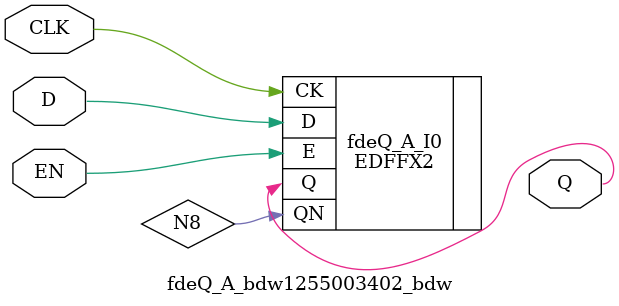
<source format=v>
/*****************************************************************************
    Verilog Hierarchical Gate Level Netlist
    
    Configured at: 12:06:40 KST (+0900), Tuesday 29 December 2020
    Configured on: design1
    Configured by: hanji ()
    
    Created by: CellMath Designer 2019.1.01 
*******************************************************************************/
/*****************************************************************************
    Technology library details
    
    name: slow_vdd1v2
    file name(s):
            /usr/cadence/installs/Stratus/tools.lnx86/cellmath/libs/generic.lbf
            /usr/cadence/installs/Stratus/tools.lnx86/cellmath/libs/gencount.lbf
            /usr/cadence/installs/Stratus/share/stratus/techlibs/GPDK045/gsclib045_svt_v4.4/gsclib045/timing/slow_vdd1v2_basicCells.lib
    No wireload model
    op condition: PVT_1P08V_125C
*****************************************************************************/

module float_div_cynw_cm_float_rcp_E8_M23_1 (
	a_sign,
	a_exp,
	a_man,
	x,
	aclk,
	astall
	); /* architecture "gate_level" */ 
input  a_sign;
input [7:0] a_exp;
input [22:0] a_man;
output [36:0] x;
input  aclk;
input  astall;
wire  bdw_enable;
wire [36:0] float_div_cynw_cm_float_rcp_E8_M23_0_inst_x;
wire  float_div_cynw_cm_float_rcp_E8_M23_0_inst_inst_cellmath__9,
	float_div_cynw_cm_float_rcp_E8_M23_0_inst_inst_cellmath__17;
wire [8:0] float_div_cynw_cm_float_rcp_E8_M23_0_inst_inst_cellmath__19;
wire [7:0] float_div_cynw_cm_float_rcp_E8_M23_0_inst_inst_cellmath__20;
wire [8:0] float_div_cynw_cm_float_rcp_E8_M23_0_inst_inst_cellmath__22;
wire  float_div_cynw_cm_float_rcp_E8_M23_0_inst_inst_cellmath__29,
	float_div_cynw_cm_float_rcp_E8_M23_0_inst_inst_cellmath__30,
	float_div_cynw_cm_float_rcp_E8_M23_0_inst_inst_cellmath__33,
	float_div_cynw_cm_float_rcp_E8_M23_0_inst_inst_cellmath__34,
	float_div_cynw_cm_float_rcp_E8_M23_0_inst_inst_cellmath__38,
	float_div_cynw_cm_float_rcp_E8_M23_0_inst_inst_cellmath__42;
wire [15:0] float_div_cynw_cm_float_rcp_E8_M23_0_inst_inst_cellmath__48;
wire [18:0] float_div_cynw_cm_float_rcp_E8_M23_0_inst_inst_cellmath__51;
wire [24:0] float_div_cynw_cm_float_rcp_E8_M23_0_inst_inst_cellmath__60;
wire [39:0] float_div_cynw_cm_float_rcp_E8_M23_0_inst_inst_cellmath__62__W0,
	float_div_cynw_cm_float_rcp_E8_M23_0_inst_inst_cellmath__62__W1,
	float_div_cynw_cm_float_rcp_E8_M23_0_inst_inst_cellmath__63__W0,
	float_div_cynw_cm_float_rcp_E8_M23_0_inst_inst_cellmath__63__W1,
	float_div_cynw_cm_float_rcp_E8_M23_0_inst_inst_cellmath__64;
wire  float_div_cynw_cm_float_rcp_E8_M23_0_inst_inst_cellmath__67,
	float_div_cynw_cm_float_rcp_E8_M23_0_inst_N447,
	float_div_cynw_cm_float_rcp_E8_M23_0_inst_N449,
	float_div_cynw_cm_float_rcp_E8_M23_0_inst_N450,
	float_div_cynw_cm_float_rcp_E8_M23_0_inst_N451,
	float_div_cynw_cm_float_rcp_E8_M23_0_inst_N452,
	float_div_cynw_cm_float_rcp_E8_M23_0_inst_N454,
	float_div_cynw_cm_float_rcp_E8_M23_0_inst_N456,
	float_div_cynw_cm_float_rcp_E8_M23_0_inst_N477,
	float_div_cynw_cm_float_rcp_E8_M23_0_inst_N478,
	float_div_cynw_cm_float_rcp_E8_M23_0_inst_N479,
	float_div_cynw_cm_float_rcp_E8_M23_0_inst_N480,
	float_div_cynw_cm_float_rcp_E8_M23_0_inst_N481,
	float_div_cynw_cm_float_rcp_E8_M23_0_inst_N482,
	float_div_cynw_cm_float_rcp_E8_M23_0_inst_N483,
	float_div_cynw_cm_float_rcp_E8_M23_0_inst_N484,
	float_div_cynw_cm_float_rcp_E8_M23_0_inst_N485,
	float_div_cynw_cm_float_rcp_E8_M23_0_inst_N486,
	float_div_cynw_cm_float_rcp_E8_M23_0_inst_N487,
	float_div_cynw_cm_float_rcp_E8_M23_0_inst_N488,
	float_div_cynw_cm_float_rcp_E8_M23_0_inst_N489,
	float_div_cynw_cm_float_rcp_E8_M23_0_inst_N490,
	float_div_cynw_cm_float_rcp_E8_M23_0_inst_N491,
	float_div_cynw_cm_float_rcp_E8_M23_0_inst_N492,
	float_div_cynw_cm_float_rcp_E8_M23_0_inst_N493,
	float_div_cynw_cm_float_rcp_E8_M23_0_inst_N494,
	float_div_cynw_cm_float_rcp_E8_M23_0_inst_N495,
	float_div_cynw_cm_float_rcp_E8_M23_0_inst_N496,
	float_div_cynw_cm_float_rcp_E8_M23_0_inst_N497,
	float_div_cynw_cm_float_rcp_E8_M23_0_inst_N498,
	float_div_cynw_cm_float_rcp_E8_M23_0_inst_N499,
	float_div_cynw_cm_float_rcp_E8_M23_0_inst_N500,
	float_div_cynw_cm_float_rcp_E8_M23_0_inst_N501,
	float_div_cynw_cm_float_rcp_E8_M23_0_inst_N3125,
	float_div_cynw_cm_float_rcp_E8_M23_0_inst_N3127,
	float_div_cynw_cm_float_rcp_E8_M23_0_inst_N3142,
	float_div_cynw_cm_float_rcp_E8_M23_0_inst_N3148,
	float_div_cynw_cm_float_rcp_E8_M23_0_inst_N3158,
	float_div_cynw_cm_float_rcp_E8_M23_0_inst_N3161,
	float_div_cynw_cm_float_rcp_E8_M23_0_inst_N3163,
	float_div_cynw_cm_float_rcp_E8_M23_0_inst_N3167,
	float_div_cynw_cm_float_rcp_E8_M23_0_inst_N3169,
	float_div_cynw_cm_float_rcp_E8_M23_0_inst_N3173,
	float_div_cynw_cm_float_rcp_E8_M23_0_inst_N3179,
	float_div_cynw_cm_float_rcp_E8_M23_0_inst_N3183,
	float_div_cynw_cm_float_rcp_E8_M23_0_inst_N3209,
	float_div_cynw_cm_float_rcp_E8_M23_0_inst_N3233,
	float_div_cynw_cm_float_rcp_E8_M23_0_inst_N3237,
	float_div_cynw_cm_float_rcp_E8_M23_0_inst_N3240,
	float_div_cynw_cm_float_rcp_E8_M23_0_inst_N3241,
	float_div_cynw_cm_float_rcp_E8_M23_0_inst_N3244,
	float_div_cynw_cm_float_rcp_E8_M23_0_inst_N3246,
	float_div_cynw_cm_float_rcp_E8_M23_0_inst_N3247,
	float_div_cynw_cm_float_rcp_E8_M23_0_inst_N3248,
	float_div_cynw_cm_float_rcp_E8_M23_0_inst_N3250,
	float_div_cynw_cm_float_rcp_E8_M23_0_inst_N3254,
	float_div_cynw_cm_float_rcp_E8_M23_0_inst_N3256,
	float_div_cynw_cm_float_rcp_E8_M23_0_inst_N3289,
	float_div_cynw_cm_float_rcp_E8_M23_0_inst_N3292,
	float_div_cynw_cm_float_rcp_E8_M23_0_inst_N3295,
	float_div_cynw_cm_float_rcp_E8_M23_0_inst_N3320,
	float_div_cynw_cm_float_rcp_E8_M23_0_inst_N3326,
	float_div_cynw_cm_float_rcp_E8_M23_0_inst_N3328,
	float_div_cynw_cm_float_rcp_E8_M23_0_inst_N3330,
	float_div_cynw_cm_float_rcp_E8_M23_0_inst_N3335,
	float_div_cynw_cm_float_rcp_E8_M23_0_inst_N3338,
	float_div_cynw_cm_float_rcp_E8_M23_0_inst_N3392,
	float_div_cynw_cm_float_rcp_E8_M23_0_inst_N3394,
	float_div_cynw_cm_float_rcp_E8_M23_0_inst_N3395,
	float_div_cynw_cm_float_rcp_E8_M23_0_inst_N3397,
	float_div_cynw_cm_float_rcp_E8_M23_0_inst_N3399,
	float_div_cynw_cm_float_rcp_E8_M23_0_inst_N3400,
	float_div_cynw_cm_float_rcp_E8_M23_0_inst_N3402,
	float_div_cynw_cm_float_rcp_E8_M23_0_inst_N3403,
	float_div_cynw_cm_float_rcp_E8_M23_0_inst_N3404,
	float_div_cynw_cm_float_rcp_E8_M23_0_inst_N3410,
	float_div_cynw_cm_float_rcp_E8_M23_0_inst_N3411,
	float_div_cynw_cm_float_rcp_E8_M23_0_inst_N3412,
	float_div_cynw_cm_float_rcp_E8_M23_0_inst_N3413,
	float_div_cynw_cm_float_rcp_E8_M23_0_inst_N3414,
	float_div_cynw_cm_float_rcp_E8_M23_0_inst_N3416,
	float_div_cynw_cm_float_rcp_E8_M23_0_inst_N3417,
	float_div_cynw_cm_float_rcp_E8_M23_0_inst_N3418,
	float_div_cynw_cm_float_rcp_E8_M23_0_inst_N3419,
	float_div_cynw_cm_float_rcp_E8_M23_0_inst_N3421,
	float_div_cynw_cm_float_rcp_E8_M23_0_inst_N3422,
	float_div_cynw_cm_float_rcp_E8_M23_0_inst_N3424,
	float_div_cynw_cm_float_rcp_E8_M23_0_inst_N3425,
	float_div_cynw_cm_float_rcp_E8_M23_0_inst_N3426,
	float_div_cynw_cm_float_rcp_E8_M23_0_inst_N3427,
	float_div_cynw_cm_float_rcp_E8_M23_0_inst_N3428,
	float_div_cynw_cm_float_rcp_E8_M23_0_inst_N3429,
	float_div_cynw_cm_float_rcp_E8_M23_0_inst_N3430,
	float_div_cynw_cm_float_rcp_E8_M23_0_inst_N3432,
	float_div_cynw_cm_float_rcp_E8_M23_0_inst_N3433,
	float_div_cynw_cm_float_rcp_E8_M23_0_inst_N3434,
	float_div_cynw_cm_float_rcp_E8_M23_0_inst_N3437,
	float_div_cynw_cm_float_rcp_E8_M23_0_inst_N3438,
	float_div_cynw_cm_float_rcp_E8_M23_0_inst_N3439,
	float_div_cynw_cm_float_rcp_E8_M23_0_inst_N3441,
	float_div_cynw_cm_float_rcp_E8_M23_0_inst_N3442,
	float_div_cynw_cm_float_rcp_E8_M23_0_inst_N3444,
	float_div_cynw_cm_float_rcp_E8_M23_0_inst_N3446,
	float_div_cynw_cm_float_rcp_E8_M23_0_inst_N3450,
	float_div_cynw_cm_float_rcp_E8_M23_0_inst_N3451,
	float_div_cynw_cm_float_rcp_E8_M23_0_inst_N3452,
	float_div_cynw_cm_float_rcp_E8_M23_0_inst_N3453,
	float_div_cynw_cm_float_rcp_E8_M23_0_inst_N3454,
	float_div_cynw_cm_float_rcp_E8_M23_0_inst_N3455,
	float_div_cynw_cm_float_rcp_E8_M23_0_inst_N3456,
	float_div_cynw_cm_float_rcp_E8_M23_0_inst_N3457,
	float_div_cynw_cm_float_rcp_E8_M23_0_inst_N3458,
	float_div_cynw_cm_float_rcp_E8_M23_0_inst_N3459,
	float_div_cynw_cm_float_rcp_E8_M23_0_inst_N3460,
	float_div_cynw_cm_float_rcp_E8_M23_0_inst_N3461,
	float_div_cynw_cm_float_rcp_E8_M23_0_inst_N3462,
	float_div_cynw_cm_float_rcp_E8_M23_0_inst_N3463,
	float_div_cynw_cm_float_rcp_E8_M23_0_inst_N3464,
	float_div_cynw_cm_float_rcp_E8_M23_0_inst_N3466,
	float_div_cynw_cm_float_rcp_E8_M23_0_inst_N3467,
	float_div_cynw_cm_float_rcp_E8_M23_0_inst_N3468,
	float_div_cynw_cm_float_rcp_E8_M23_0_inst_N3470,
	float_div_cynw_cm_float_rcp_E8_M23_0_inst_N3471,
	float_div_cynw_cm_float_rcp_E8_M23_0_inst_N3473,
	float_div_cynw_cm_float_rcp_E8_M23_0_inst_N3474,
	float_div_cynw_cm_float_rcp_E8_M23_0_inst_N3475,
	float_div_cynw_cm_float_rcp_E8_M23_0_inst_N3478,
	float_div_cynw_cm_float_rcp_E8_M23_0_inst_N3480,
	float_div_cynw_cm_float_rcp_E8_M23_0_inst_N3482,
	float_div_cynw_cm_float_rcp_E8_M23_0_inst_N3483,
	float_div_cynw_cm_float_rcp_E8_M23_0_inst_N3485,
	float_div_cynw_cm_float_rcp_E8_M23_0_inst_N3486,
	float_div_cynw_cm_float_rcp_E8_M23_0_inst_N3487,
	float_div_cynw_cm_float_rcp_E8_M23_0_inst_N3488,
	float_div_cynw_cm_float_rcp_E8_M23_0_inst_N3489,
	float_div_cynw_cm_float_rcp_E8_M23_0_inst_N3491,
	float_div_cynw_cm_float_rcp_E8_M23_0_inst_N3494,
	float_div_cynw_cm_float_rcp_E8_M23_0_inst_N3496,
	float_div_cynw_cm_float_rcp_E8_M23_0_inst_N3498,
	float_div_cynw_cm_float_rcp_E8_M23_0_inst_N3499,
	float_div_cynw_cm_float_rcp_E8_M23_0_inst_N3500,
	float_div_cynw_cm_float_rcp_E8_M23_0_inst_N3501,
	float_div_cynw_cm_float_rcp_E8_M23_0_inst_N3502,
	float_div_cynw_cm_float_rcp_E8_M23_0_inst_N3503,
	float_div_cynw_cm_float_rcp_E8_M23_0_inst_N3504,
	float_div_cynw_cm_float_rcp_E8_M23_0_inst_N3506,
	float_div_cynw_cm_float_rcp_E8_M23_0_inst_N3507,
	float_div_cynw_cm_float_rcp_E8_M23_0_inst_N3508,
	float_div_cynw_cm_float_rcp_E8_M23_0_inst_N3509,
	float_div_cynw_cm_float_rcp_E8_M23_0_inst_N3510,
	float_div_cynw_cm_float_rcp_E8_M23_0_inst_N3511,
	float_div_cynw_cm_float_rcp_E8_M23_0_inst_N3512,
	float_div_cynw_cm_float_rcp_E8_M23_0_inst_N3517,
	float_div_cynw_cm_float_rcp_E8_M23_0_inst_N3518,
	float_div_cynw_cm_float_rcp_E8_M23_0_inst_N3521,
	float_div_cynw_cm_float_rcp_E8_M23_0_inst_N3523,
	float_div_cynw_cm_float_rcp_E8_M23_0_inst_N3525,
	float_div_cynw_cm_float_rcp_E8_M23_0_inst_N3526,
	float_div_cynw_cm_float_rcp_E8_M23_0_inst_N3528,
	float_div_cynw_cm_float_rcp_E8_M23_0_inst_N3529,
	float_div_cynw_cm_float_rcp_E8_M23_0_inst_N3530,
	float_div_cynw_cm_float_rcp_E8_M23_0_inst_N3532,
	float_div_cynw_cm_float_rcp_E8_M23_0_inst_N3534,
	float_div_cynw_cm_float_rcp_E8_M23_0_inst_N3535,
	float_div_cynw_cm_float_rcp_E8_M23_0_inst_N3537,
	float_div_cynw_cm_float_rcp_E8_M23_0_inst_N3538,
	float_div_cynw_cm_float_rcp_E8_M23_0_inst_N3540,
	float_div_cynw_cm_float_rcp_E8_M23_0_inst_N3541,
	float_div_cynw_cm_float_rcp_E8_M23_0_inst_N3542,
	float_div_cynw_cm_float_rcp_E8_M23_0_inst_N3544,
	float_div_cynw_cm_float_rcp_E8_M23_0_inst_N3545,
	float_div_cynw_cm_float_rcp_E8_M23_0_inst_N3546,
	float_div_cynw_cm_float_rcp_E8_M23_0_inst_N3547,
	float_div_cynw_cm_float_rcp_E8_M23_0_inst_N3548,
	float_div_cynw_cm_float_rcp_E8_M23_0_inst_N3549,
	float_div_cynw_cm_float_rcp_E8_M23_0_inst_N3550,
	float_div_cynw_cm_float_rcp_E8_M23_0_inst_N3553,
	float_div_cynw_cm_float_rcp_E8_M23_0_inst_N3554,
	float_div_cynw_cm_float_rcp_E8_M23_0_inst_N3555,
	float_div_cynw_cm_float_rcp_E8_M23_0_inst_N3556,
	float_div_cynw_cm_float_rcp_E8_M23_0_inst_N3558,
	float_div_cynw_cm_float_rcp_E8_M23_0_inst_N3559,
	float_div_cynw_cm_float_rcp_E8_M23_0_inst_N3560,
	float_div_cynw_cm_float_rcp_E8_M23_0_inst_N3562,
	float_div_cynw_cm_float_rcp_E8_M23_0_inst_N3564,
	float_div_cynw_cm_float_rcp_E8_M23_0_inst_N3565,
	float_div_cynw_cm_float_rcp_E8_M23_0_inst_N3568,
	float_div_cynw_cm_float_rcp_E8_M23_0_inst_N3569,
	float_div_cynw_cm_float_rcp_E8_M23_0_inst_N3570,
	float_div_cynw_cm_float_rcp_E8_M23_0_inst_N3571,
	float_div_cynw_cm_float_rcp_E8_M23_0_inst_N3574,
	float_div_cynw_cm_float_rcp_E8_M23_0_inst_N3575,
	float_div_cynw_cm_float_rcp_E8_M23_0_inst_N3577,
	float_div_cynw_cm_float_rcp_E8_M23_0_inst_N3579,
	float_div_cynw_cm_float_rcp_E8_M23_0_inst_N3580,
	float_div_cynw_cm_float_rcp_E8_M23_0_inst_N3581,
	float_div_cynw_cm_float_rcp_E8_M23_0_inst_N3582,
	float_div_cynw_cm_float_rcp_E8_M23_0_inst_N3583,
	float_div_cynw_cm_float_rcp_E8_M23_0_inst_N3584,
	float_div_cynw_cm_float_rcp_E8_M23_0_inst_N3588,
	float_div_cynw_cm_float_rcp_E8_M23_0_inst_N3589,
	float_div_cynw_cm_float_rcp_E8_M23_0_inst_N3590,
	float_div_cynw_cm_float_rcp_E8_M23_0_inst_N3591,
	float_div_cynw_cm_float_rcp_E8_M23_0_inst_N3592,
	float_div_cynw_cm_float_rcp_E8_M23_0_inst_N3593,
	float_div_cynw_cm_float_rcp_E8_M23_0_inst_N3594,
	float_div_cynw_cm_float_rcp_E8_M23_0_inst_N3596,
	float_div_cynw_cm_float_rcp_E8_M23_0_inst_N3597,
	float_div_cynw_cm_float_rcp_E8_M23_0_inst_N3598,
	float_div_cynw_cm_float_rcp_E8_M23_0_inst_N3600,
	float_div_cynw_cm_float_rcp_E8_M23_0_inst_N3601,
	float_div_cynw_cm_float_rcp_E8_M23_0_inst_N3603,
	float_div_cynw_cm_float_rcp_E8_M23_0_inst_N3604,
	float_div_cynw_cm_float_rcp_E8_M23_0_inst_N3605,
	float_div_cynw_cm_float_rcp_E8_M23_0_inst_N3608,
	float_div_cynw_cm_float_rcp_E8_M23_0_inst_N3609,
	float_div_cynw_cm_float_rcp_E8_M23_0_inst_N3611,
	float_div_cynw_cm_float_rcp_E8_M23_0_inst_N3612,
	float_div_cynw_cm_float_rcp_E8_M23_0_inst_N3615,
	float_div_cynw_cm_float_rcp_E8_M23_0_inst_N3617,
	float_div_cynw_cm_float_rcp_E8_M23_0_inst_N3618,
	float_div_cynw_cm_float_rcp_E8_M23_0_inst_N3619,
	float_div_cynw_cm_float_rcp_E8_M23_0_inst_N3620,
	float_div_cynw_cm_float_rcp_E8_M23_0_inst_N3621,
	float_div_cynw_cm_float_rcp_E8_M23_0_inst_N3623,
	float_div_cynw_cm_float_rcp_E8_M23_0_inst_N3624,
	float_div_cynw_cm_float_rcp_E8_M23_0_inst_N3625,
	float_div_cynw_cm_float_rcp_E8_M23_0_inst_N3626,
	float_div_cynw_cm_float_rcp_E8_M23_0_inst_N3627,
	float_div_cynw_cm_float_rcp_E8_M23_0_inst_N3628,
	float_div_cynw_cm_float_rcp_E8_M23_0_inst_N3629,
	float_div_cynw_cm_float_rcp_E8_M23_0_inst_N3630,
	float_div_cynw_cm_float_rcp_E8_M23_0_inst_N3631,
	float_div_cynw_cm_float_rcp_E8_M23_0_inst_N3632,
	float_div_cynw_cm_float_rcp_E8_M23_0_inst_N3633,
	float_div_cynw_cm_float_rcp_E8_M23_0_inst_N3634,
	float_div_cynw_cm_float_rcp_E8_M23_0_inst_N3637,
	float_div_cynw_cm_float_rcp_E8_M23_0_inst_N3638,
	float_div_cynw_cm_float_rcp_E8_M23_0_inst_N3640,
	float_div_cynw_cm_float_rcp_E8_M23_0_inst_N3641,
	float_div_cynw_cm_float_rcp_E8_M23_0_inst_N3642,
	float_div_cynw_cm_float_rcp_E8_M23_0_inst_N3643,
	float_div_cynw_cm_float_rcp_E8_M23_0_inst_N3644,
	float_div_cynw_cm_float_rcp_E8_M23_0_inst_N3646,
	float_div_cynw_cm_float_rcp_E8_M23_0_inst_N3647,
	float_div_cynw_cm_float_rcp_E8_M23_0_inst_N3648,
	float_div_cynw_cm_float_rcp_E8_M23_0_inst_N3649,
	float_div_cynw_cm_float_rcp_E8_M23_0_inst_N3656,
	float_div_cynw_cm_float_rcp_E8_M23_0_inst_N3657,
	float_div_cynw_cm_float_rcp_E8_M23_0_inst_N3659,
	float_div_cynw_cm_float_rcp_E8_M23_0_inst_N3661,
	float_div_cynw_cm_float_rcp_E8_M23_0_inst_N3662,
	float_div_cynw_cm_float_rcp_E8_M23_0_inst_N3663,
	float_div_cynw_cm_float_rcp_E8_M23_0_inst_N3664,
	float_div_cynw_cm_float_rcp_E8_M23_0_inst_N3666,
	float_div_cynw_cm_float_rcp_E8_M23_0_inst_N3668,
	float_div_cynw_cm_float_rcp_E8_M23_0_inst_N3669,
	float_div_cynw_cm_float_rcp_E8_M23_0_inst_N3670,
	float_div_cynw_cm_float_rcp_E8_M23_0_inst_N3672,
	float_div_cynw_cm_float_rcp_E8_M23_0_inst_N3673,
	float_div_cynw_cm_float_rcp_E8_M23_0_inst_N3674,
	float_div_cynw_cm_float_rcp_E8_M23_0_inst_N3675,
	float_div_cynw_cm_float_rcp_E8_M23_0_inst_N3676,
	float_div_cynw_cm_float_rcp_E8_M23_0_inst_N3678,
	float_div_cynw_cm_float_rcp_E8_M23_0_inst_N3679,
	float_div_cynw_cm_float_rcp_E8_M23_0_inst_N3680,
	float_div_cynw_cm_float_rcp_E8_M23_0_inst_N3681,
	float_div_cynw_cm_float_rcp_E8_M23_0_inst_N3682,
	float_div_cynw_cm_float_rcp_E8_M23_0_inst_N3683,
	float_div_cynw_cm_float_rcp_E8_M23_0_inst_N3684,
	float_div_cynw_cm_float_rcp_E8_M23_0_inst_N3685,
	float_div_cynw_cm_float_rcp_E8_M23_0_inst_N3686,
	float_div_cynw_cm_float_rcp_E8_M23_0_inst_N3687,
	float_div_cynw_cm_float_rcp_E8_M23_0_inst_N3690,
	float_div_cynw_cm_float_rcp_E8_M23_0_inst_N3691,
	float_div_cynw_cm_float_rcp_E8_M23_0_inst_N3692,
	float_div_cynw_cm_float_rcp_E8_M23_0_inst_N3694,
	float_div_cynw_cm_float_rcp_E8_M23_0_inst_N3695,
	float_div_cynw_cm_float_rcp_E8_M23_0_inst_N3696,
	float_div_cynw_cm_float_rcp_E8_M23_0_inst_N3698,
	float_div_cynw_cm_float_rcp_E8_M23_0_inst_N3699,
	float_div_cynw_cm_float_rcp_E8_M23_0_inst_N3700,
	float_div_cynw_cm_float_rcp_E8_M23_0_inst_N3702,
	float_div_cynw_cm_float_rcp_E8_M23_0_inst_N3703,
	float_div_cynw_cm_float_rcp_E8_M23_0_inst_N3704,
	float_div_cynw_cm_float_rcp_E8_M23_0_inst_N3705,
	float_div_cynw_cm_float_rcp_E8_M23_0_inst_N3706,
	float_div_cynw_cm_float_rcp_E8_M23_0_inst_N3708,
	float_div_cynw_cm_float_rcp_E8_M23_0_inst_N3709,
	float_div_cynw_cm_float_rcp_E8_M23_0_inst_N3710,
	float_div_cynw_cm_float_rcp_E8_M23_0_inst_N3712,
	float_div_cynw_cm_float_rcp_E8_M23_0_inst_N3713,
	float_div_cynw_cm_float_rcp_E8_M23_0_inst_N3714,
	float_div_cynw_cm_float_rcp_E8_M23_0_inst_N3715,
	float_div_cynw_cm_float_rcp_E8_M23_0_inst_N3716,
	float_div_cynw_cm_float_rcp_E8_M23_0_inst_N3717,
	float_div_cynw_cm_float_rcp_E8_M23_0_inst_N3718,
	float_div_cynw_cm_float_rcp_E8_M23_0_inst_N3719,
	float_div_cynw_cm_float_rcp_E8_M23_0_inst_N3720,
	float_div_cynw_cm_float_rcp_E8_M23_0_inst_N3722,
	float_div_cynw_cm_float_rcp_E8_M23_0_inst_N3723,
	float_div_cynw_cm_float_rcp_E8_M23_0_inst_N3724,
	float_div_cynw_cm_float_rcp_E8_M23_0_inst_N3725,
	float_div_cynw_cm_float_rcp_E8_M23_0_inst_N3726,
	float_div_cynw_cm_float_rcp_E8_M23_0_inst_N3729,
	float_div_cynw_cm_float_rcp_E8_M23_0_inst_N3730,
	float_div_cynw_cm_float_rcp_E8_M23_0_inst_N3731,
	float_div_cynw_cm_float_rcp_E8_M23_0_inst_N3734,
	float_div_cynw_cm_float_rcp_E8_M23_0_inst_N3735,
	float_div_cynw_cm_float_rcp_E8_M23_0_inst_N3737,
	float_div_cynw_cm_float_rcp_E8_M23_0_inst_N3739,
	float_div_cynw_cm_float_rcp_E8_M23_0_inst_N3741,
	float_div_cynw_cm_float_rcp_E8_M23_0_inst_N3742,
	float_div_cynw_cm_float_rcp_E8_M23_0_inst_N3743,
	float_div_cynw_cm_float_rcp_E8_M23_0_inst_N3744,
	float_div_cynw_cm_float_rcp_E8_M23_0_inst_N3747,
	float_div_cynw_cm_float_rcp_E8_M23_0_inst_N3749,
	float_div_cynw_cm_float_rcp_E8_M23_0_inst_N3750,
	float_div_cynw_cm_float_rcp_E8_M23_0_inst_N3751,
	float_div_cynw_cm_float_rcp_E8_M23_0_inst_N3753,
	float_div_cynw_cm_float_rcp_E8_M23_0_inst_N3754,
	float_div_cynw_cm_float_rcp_E8_M23_0_inst_N3756,
	float_div_cynw_cm_float_rcp_E8_M23_0_inst_N3758,
	float_div_cynw_cm_float_rcp_E8_M23_0_inst_N3759,
	float_div_cynw_cm_float_rcp_E8_M23_0_inst_N3760,
	float_div_cynw_cm_float_rcp_E8_M23_0_inst_N3761,
	float_div_cynw_cm_float_rcp_E8_M23_0_inst_N3762,
	float_div_cynw_cm_float_rcp_E8_M23_0_inst_N3763,
	float_div_cynw_cm_float_rcp_E8_M23_0_inst_N3765,
	float_div_cynw_cm_float_rcp_E8_M23_0_inst_N3766,
	float_div_cynw_cm_float_rcp_E8_M23_0_inst_N3767,
	float_div_cynw_cm_float_rcp_E8_M23_0_inst_N3768,
	float_div_cynw_cm_float_rcp_E8_M23_0_inst_N3771,
	float_div_cynw_cm_float_rcp_E8_M23_0_inst_N3772,
	float_div_cynw_cm_float_rcp_E8_M23_0_inst_N3774,
	float_div_cynw_cm_float_rcp_E8_M23_0_inst_N3775,
	float_div_cynw_cm_float_rcp_E8_M23_0_inst_N4147,
	float_div_cynw_cm_float_rcp_E8_M23_0_inst_N4148,
	float_div_cynw_cm_float_rcp_E8_M23_0_inst_N4149,
	float_div_cynw_cm_float_rcp_E8_M23_0_inst_N4150,
	float_div_cynw_cm_float_rcp_E8_M23_0_inst_N4151,
	float_div_cynw_cm_float_rcp_E8_M23_0_inst_N4152,
	float_div_cynw_cm_float_rcp_E8_M23_0_inst_N4153,
	float_div_cynw_cm_float_rcp_E8_M23_0_inst_N4154,
	float_div_cynw_cm_float_rcp_E8_M23_0_inst_N4155,
	float_div_cynw_cm_float_rcp_E8_M23_0_inst_N4156,
	float_div_cynw_cm_float_rcp_E8_M23_0_inst_N4157,
	float_div_cynw_cm_float_rcp_E8_M23_0_inst_N4158,
	float_div_cynw_cm_float_rcp_E8_M23_0_inst_N4161,
	float_div_cynw_cm_float_rcp_E8_M23_0_inst_N4162,
	float_div_cynw_cm_float_rcp_E8_M23_0_inst_N4163,
	float_div_cynw_cm_float_rcp_E8_M23_0_inst_N4164,
	float_div_cynw_cm_float_rcp_E8_M23_0_inst_N4165,
	float_div_cynw_cm_float_rcp_E8_M23_0_inst_N4166,
	float_div_cynw_cm_float_rcp_E8_M23_0_inst_N4167,
	float_div_cynw_cm_float_rcp_E8_M23_0_inst_N4168,
	float_div_cynw_cm_float_rcp_E8_M23_0_inst_N4170,
	float_div_cynw_cm_float_rcp_E8_M23_0_inst_N4171,
	float_div_cynw_cm_float_rcp_E8_M23_0_inst_N4172,
	float_div_cynw_cm_float_rcp_E8_M23_0_inst_N4173,
	float_div_cynw_cm_float_rcp_E8_M23_0_inst_N4175,
	float_div_cynw_cm_float_rcp_E8_M23_0_inst_N4176,
	float_div_cynw_cm_float_rcp_E8_M23_0_inst_N4177,
	float_div_cynw_cm_float_rcp_E8_M23_0_inst_N4178,
	float_div_cynw_cm_float_rcp_E8_M23_0_inst_N4179,
	float_div_cynw_cm_float_rcp_E8_M23_0_inst_N4180,
	float_div_cynw_cm_float_rcp_E8_M23_0_inst_N4181,
	float_div_cynw_cm_float_rcp_E8_M23_0_inst_N4182,
	float_div_cynw_cm_float_rcp_E8_M23_0_inst_N4183,
	float_div_cynw_cm_float_rcp_E8_M23_0_inst_N4185,
	float_div_cynw_cm_float_rcp_E8_M23_0_inst_N4186,
	float_div_cynw_cm_float_rcp_E8_M23_0_inst_N4187,
	float_div_cynw_cm_float_rcp_E8_M23_0_inst_N4188,
	float_div_cynw_cm_float_rcp_E8_M23_0_inst_N4189,
	float_div_cynw_cm_float_rcp_E8_M23_0_inst_N4190,
	float_div_cynw_cm_float_rcp_E8_M23_0_inst_N4191,
	float_div_cynw_cm_float_rcp_E8_M23_0_inst_N4192,
	float_div_cynw_cm_float_rcp_E8_M23_0_inst_N4193,
	float_div_cynw_cm_float_rcp_E8_M23_0_inst_N4194,
	float_div_cynw_cm_float_rcp_E8_M23_0_inst_N4196,
	float_div_cynw_cm_float_rcp_E8_M23_0_inst_N4198,
	float_div_cynw_cm_float_rcp_E8_M23_0_inst_N4199,
	float_div_cynw_cm_float_rcp_E8_M23_0_inst_N4201,
	float_div_cynw_cm_float_rcp_E8_M23_0_inst_N4202,
	float_div_cynw_cm_float_rcp_E8_M23_0_inst_N4203,
	float_div_cynw_cm_float_rcp_E8_M23_0_inst_N4204,
	float_div_cynw_cm_float_rcp_E8_M23_0_inst_N4205,
	float_div_cynw_cm_float_rcp_E8_M23_0_inst_N4206,
	float_div_cynw_cm_float_rcp_E8_M23_0_inst_N4207,
	float_div_cynw_cm_float_rcp_E8_M23_0_inst_N4208,
	float_div_cynw_cm_float_rcp_E8_M23_0_inst_N4209,
	float_div_cynw_cm_float_rcp_E8_M23_0_inst_N4210,
	float_div_cynw_cm_float_rcp_E8_M23_0_inst_N4212,
	float_div_cynw_cm_float_rcp_E8_M23_0_inst_N4213,
	float_div_cynw_cm_float_rcp_E8_M23_0_inst_N4215,
	float_div_cynw_cm_float_rcp_E8_M23_0_inst_N4216,
	float_div_cynw_cm_float_rcp_E8_M23_0_inst_N4217,
	float_div_cynw_cm_float_rcp_E8_M23_0_inst_N4218,
	float_div_cynw_cm_float_rcp_E8_M23_0_inst_N4220,
	float_div_cynw_cm_float_rcp_E8_M23_0_inst_N4221,
	float_div_cynw_cm_float_rcp_E8_M23_0_inst_N4222,
	float_div_cynw_cm_float_rcp_E8_M23_0_inst_N4223,
	float_div_cynw_cm_float_rcp_E8_M23_0_inst_N4224,
	float_div_cynw_cm_float_rcp_E8_M23_0_inst_N4225,
	float_div_cynw_cm_float_rcp_E8_M23_0_inst_N4226,
	float_div_cynw_cm_float_rcp_E8_M23_0_inst_N4227,
	float_div_cynw_cm_float_rcp_E8_M23_0_inst_N4228,
	float_div_cynw_cm_float_rcp_E8_M23_0_inst_N4229,
	float_div_cynw_cm_float_rcp_E8_M23_0_inst_N4230,
	float_div_cynw_cm_float_rcp_E8_M23_0_inst_N4231,
	float_div_cynw_cm_float_rcp_E8_M23_0_inst_N4232,
	float_div_cynw_cm_float_rcp_E8_M23_0_inst_N4234,
	float_div_cynw_cm_float_rcp_E8_M23_0_inst_N4235,
	float_div_cynw_cm_float_rcp_E8_M23_0_inst_N4237,
	float_div_cynw_cm_float_rcp_E8_M23_0_inst_N4238,
	float_div_cynw_cm_float_rcp_E8_M23_0_inst_N4239,
	float_div_cynw_cm_float_rcp_E8_M23_0_inst_N4240,
	float_div_cynw_cm_float_rcp_E8_M23_0_inst_N4241,
	float_div_cynw_cm_float_rcp_E8_M23_0_inst_N4242,
	float_div_cynw_cm_float_rcp_E8_M23_0_inst_N4243,
	float_div_cynw_cm_float_rcp_E8_M23_0_inst_N4244,
	float_div_cynw_cm_float_rcp_E8_M23_0_inst_N4245,
	float_div_cynw_cm_float_rcp_E8_M23_0_inst_N4246,
	float_div_cynw_cm_float_rcp_E8_M23_0_inst_N4247,
	float_div_cynw_cm_float_rcp_E8_M23_0_inst_N4249,
	float_div_cynw_cm_float_rcp_E8_M23_0_inst_N4250,
	float_div_cynw_cm_float_rcp_E8_M23_0_inst_N4251,
	float_div_cynw_cm_float_rcp_E8_M23_0_inst_N4252,
	float_div_cynw_cm_float_rcp_E8_M23_0_inst_N4254,
	float_div_cynw_cm_float_rcp_E8_M23_0_inst_N4255,
	float_div_cynw_cm_float_rcp_E8_M23_0_inst_N4256,
	float_div_cynw_cm_float_rcp_E8_M23_0_inst_N4257,
	float_div_cynw_cm_float_rcp_E8_M23_0_inst_N4258,
	float_div_cynw_cm_float_rcp_E8_M23_0_inst_N4259,
	float_div_cynw_cm_float_rcp_E8_M23_0_inst_N4260,
	float_div_cynw_cm_float_rcp_E8_M23_0_inst_N4261,
	float_div_cynw_cm_float_rcp_E8_M23_0_inst_N4262,
	float_div_cynw_cm_float_rcp_E8_M23_0_inst_N4263,
	float_div_cynw_cm_float_rcp_E8_M23_0_inst_N4264,
	float_div_cynw_cm_float_rcp_E8_M23_0_inst_N4265,
	float_div_cynw_cm_float_rcp_E8_M23_0_inst_N4266,
	float_div_cynw_cm_float_rcp_E8_M23_0_inst_N4267,
	float_div_cynw_cm_float_rcp_E8_M23_0_inst_N4268,
	float_div_cynw_cm_float_rcp_E8_M23_0_inst_N4269,
	float_div_cynw_cm_float_rcp_E8_M23_0_inst_N4270,
	float_div_cynw_cm_float_rcp_E8_M23_0_inst_N4271,
	float_div_cynw_cm_float_rcp_E8_M23_0_inst_N4272,
	float_div_cynw_cm_float_rcp_E8_M23_0_inst_N4274,
	float_div_cynw_cm_float_rcp_E8_M23_0_inst_N4275,
	float_div_cynw_cm_float_rcp_E8_M23_0_inst_N4276,
	float_div_cynw_cm_float_rcp_E8_M23_0_inst_N4277,
	float_div_cynw_cm_float_rcp_E8_M23_0_inst_N4278,
	float_div_cynw_cm_float_rcp_E8_M23_0_inst_N4279,
	float_div_cynw_cm_float_rcp_E8_M23_0_inst_N4280,
	float_div_cynw_cm_float_rcp_E8_M23_0_inst_N4281,
	float_div_cynw_cm_float_rcp_E8_M23_0_inst_N4282,
	float_div_cynw_cm_float_rcp_E8_M23_0_inst_N4284,
	float_div_cynw_cm_float_rcp_E8_M23_0_inst_N4285,
	float_div_cynw_cm_float_rcp_E8_M23_0_inst_N4286,
	float_div_cynw_cm_float_rcp_E8_M23_0_inst_N4287,
	float_div_cynw_cm_float_rcp_E8_M23_0_inst_N4288,
	float_div_cynw_cm_float_rcp_E8_M23_0_inst_N4290,
	float_div_cynw_cm_float_rcp_E8_M23_0_inst_N4291,
	float_div_cynw_cm_float_rcp_E8_M23_0_inst_N4292,
	float_div_cynw_cm_float_rcp_E8_M23_0_inst_N4293,
	float_div_cynw_cm_float_rcp_E8_M23_0_inst_N4295,
	float_div_cynw_cm_float_rcp_E8_M23_0_inst_N4296,
	float_div_cynw_cm_float_rcp_E8_M23_0_inst_N4297,
	float_div_cynw_cm_float_rcp_E8_M23_0_inst_N4298,
	float_div_cynw_cm_float_rcp_E8_M23_0_inst_N4299,
	float_div_cynw_cm_float_rcp_E8_M23_0_inst_N4300,
	float_div_cynw_cm_float_rcp_E8_M23_0_inst_N4301,
	float_div_cynw_cm_float_rcp_E8_M23_0_inst_N4303,
	float_div_cynw_cm_float_rcp_E8_M23_0_inst_N4304,
	float_div_cynw_cm_float_rcp_E8_M23_0_inst_N4305,
	float_div_cynw_cm_float_rcp_E8_M23_0_inst_N4306,
	float_div_cynw_cm_float_rcp_E8_M23_0_inst_N4307,
	float_div_cynw_cm_float_rcp_E8_M23_0_inst_N4308,
	float_div_cynw_cm_float_rcp_E8_M23_0_inst_N4310,
	float_div_cynw_cm_float_rcp_E8_M23_0_inst_N4311,
	float_div_cynw_cm_float_rcp_E8_M23_0_inst_N4312,
	float_div_cynw_cm_float_rcp_E8_M23_0_inst_N4313,
	float_div_cynw_cm_float_rcp_E8_M23_0_inst_N4314,
	float_div_cynw_cm_float_rcp_E8_M23_0_inst_N4315,
	float_div_cynw_cm_float_rcp_E8_M23_0_inst_N4316,
	float_div_cynw_cm_float_rcp_E8_M23_0_inst_N4317,
	float_div_cynw_cm_float_rcp_E8_M23_0_inst_N4318,
	float_div_cynw_cm_float_rcp_E8_M23_0_inst_N4319,
	float_div_cynw_cm_float_rcp_E8_M23_0_inst_N4320,
	float_div_cynw_cm_float_rcp_E8_M23_0_inst_N4321,
	float_div_cynw_cm_float_rcp_E8_M23_0_inst_N4322,
	float_div_cynw_cm_float_rcp_E8_M23_0_inst_N4323,
	float_div_cynw_cm_float_rcp_E8_M23_0_inst_N4325,
	float_div_cynw_cm_float_rcp_E8_M23_0_inst_N4326,
	float_div_cynw_cm_float_rcp_E8_M23_0_inst_N4327,
	float_div_cynw_cm_float_rcp_E8_M23_0_inst_N4328,
	float_div_cynw_cm_float_rcp_E8_M23_0_inst_N4329,
	float_div_cynw_cm_float_rcp_E8_M23_0_inst_N4330,
	float_div_cynw_cm_float_rcp_E8_M23_0_inst_N4333,
	float_div_cynw_cm_float_rcp_E8_M23_0_inst_N4334,
	float_div_cynw_cm_float_rcp_E8_M23_0_inst_N4335,
	float_div_cynw_cm_float_rcp_E8_M23_0_inst_N4336,
	float_div_cynw_cm_float_rcp_E8_M23_0_inst_N4337,
	float_div_cynw_cm_float_rcp_E8_M23_0_inst_N4338,
	float_div_cynw_cm_float_rcp_E8_M23_0_inst_N4339,
	float_div_cynw_cm_float_rcp_E8_M23_0_inst_N4340,
	float_div_cynw_cm_float_rcp_E8_M23_0_inst_N4341,
	float_div_cynw_cm_float_rcp_E8_M23_0_inst_N4344,
	float_div_cynw_cm_float_rcp_E8_M23_0_inst_N4346,
	float_div_cynw_cm_float_rcp_E8_M23_0_inst_N4347,
	float_div_cynw_cm_float_rcp_E8_M23_0_inst_N4348,
	float_div_cynw_cm_float_rcp_E8_M23_0_inst_N4349,
	float_div_cynw_cm_float_rcp_E8_M23_0_inst_N4350,
	float_div_cynw_cm_float_rcp_E8_M23_0_inst_N4351,
	float_div_cynw_cm_float_rcp_E8_M23_0_inst_N4352,
	float_div_cynw_cm_float_rcp_E8_M23_0_inst_N4353,
	float_div_cynw_cm_float_rcp_E8_M23_0_inst_N4354,
	float_div_cynw_cm_float_rcp_E8_M23_0_inst_N4356,
	float_div_cynw_cm_float_rcp_E8_M23_0_inst_N4357,
	float_div_cynw_cm_float_rcp_E8_M23_0_inst_N4358,
	float_div_cynw_cm_float_rcp_E8_M23_0_inst_N4360,
	float_div_cynw_cm_float_rcp_E8_M23_0_inst_N4361,
	float_div_cynw_cm_float_rcp_E8_M23_0_inst_N4362,
	float_div_cynw_cm_float_rcp_E8_M23_0_inst_N4363,
	float_div_cynw_cm_float_rcp_E8_M23_0_inst_N4364,
	float_div_cynw_cm_float_rcp_E8_M23_0_inst_N4365,
	float_div_cynw_cm_float_rcp_E8_M23_0_inst_N4366,
	float_div_cynw_cm_float_rcp_E8_M23_0_inst_N4367,
	float_div_cynw_cm_float_rcp_E8_M23_0_inst_N4368,
	float_div_cynw_cm_float_rcp_E8_M23_0_inst_N4369,
	float_div_cynw_cm_float_rcp_E8_M23_0_inst_N4370,
	float_div_cynw_cm_float_rcp_E8_M23_0_inst_N4371,
	float_div_cynw_cm_float_rcp_E8_M23_0_inst_N4372,
	float_div_cynw_cm_float_rcp_E8_M23_0_inst_N4373,
	float_div_cynw_cm_float_rcp_E8_M23_0_inst_N4374,
	float_div_cynw_cm_float_rcp_E8_M23_0_inst_N4375,
	float_div_cynw_cm_float_rcp_E8_M23_0_inst_N4376,
	float_div_cynw_cm_float_rcp_E8_M23_0_inst_N4377,
	float_div_cynw_cm_float_rcp_E8_M23_0_inst_N4379,
	float_div_cynw_cm_float_rcp_E8_M23_0_inst_N4380,
	float_div_cynw_cm_float_rcp_E8_M23_0_inst_N4381,
	float_div_cynw_cm_float_rcp_E8_M23_0_inst_N4382,
	float_div_cynw_cm_float_rcp_E8_M23_0_inst_N4383,
	float_div_cynw_cm_float_rcp_E8_M23_0_inst_N4385,
	float_div_cynw_cm_float_rcp_E8_M23_0_inst_N4386,
	float_div_cynw_cm_float_rcp_E8_M23_0_inst_N4388,
	float_div_cynw_cm_float_rcp_E8_M23_0_inst_N4390,
	float_div_cynw_cm_float_rcp_E8_M23_0_inst_N4391,
	float_div_cynw_cm_float_rcp_E8_M23_0_inst_N4392,
	float_div_cynw_cm_float_rcp_E8_M23_0_inst_N4393,
	float_div_cynw_cm_float_rcp_E8_M23_0_inst_N4394,
	float_div_cynw_cm_float_rcp_E8_M23_0_inst_N4396,
	float_div_cynw_cm_float_rcp_E8_M23_0_inst_N4397,
	float_div_cynw_cm_float_rcp_E8_M23_0_inst_N4398,
	float_div_cynw_cm_float_rcp_E8_M23_0_inst_N4399,
	float_div_cynw_cm_float_rcp_E8_M23_0_inst_N4400,
	float_div_cynw_cm_float_rcp_E8_M23_0_inst_N4401,
	float_div_cynw_cm_float_rcp_E8_M23_0_inst_N4402,
	float_div_cynw_cm_float_rcp_E8_M23_0_inst_N4403,
	float_div_cynw_cm_float_rcp_E8_M23_0_inst_N4404,
	float_div_cynw_cm_float_rcp_E8_M23_0_inst_N4405,
	float_div_cynw_cm_float_rcp_E8_M23_0_inst_N4407,
	float_div_cynw_cm_float_rcp_E8_M23_0_inst_N4408,
	float_div_cynw_cm_float_rcp_E8_M23_0_inst_N4409,
	float_div_cynw_cm_float_rcp_E8_M23_0_inst_N4410,
	float_div_cynw_cm_float_rcp_E8_M23_0_inst_N4411,
	float_div_cynw_cm_float_rcp_E8_M23_0_inst_N4412,
	float_div_cynw_cm_float_rcp_E8_M23_0_inst_N4413,
	float_div_cynw_cm_float_rcp_E8_M23_0_inst_N4414,
	float_div_cynw_cm_float_rcp_E8_M23_0_inst_N4415,
	float_div_cynw_cm_float_rcp_E8_M23_0_inst_N4416,
	float_div_cynw_cm_float_rcp_E8_M23_0_inst_N4418,
	float_div_cynw_cm_float_rcp_E8_M23_0_inst_N4419,
	float_div_cynw_cm_float_rcp_E8_M23_0_inst_N4420,
	float_div_cynw_cm_float_rcp_E8_M23_0_inst_N4421,
	float_div_cynw_cm_float_rcp_E8_M23_0_inst_N4422,
	float_div_cynw_cm_float_rcp_E8_M23_0_inst_N4423,
	float_div_cynw_cm_float_rcp_E8_M23_0_inst_N4424,
	float_div_cynw_cm_float_rcp_E8_M23_0_inst_N4425,
	float_div_cynw_cm_float_rcp_E8_M23_0_inst_N4427,
	float_div_cynw_cm_float_rcp_E8_M23_0_inst_N4428,
	float_div_cynw_cm_float_rcp_E8_M23_0_inst_N4429,
	float_div_cynw_cm_float_rcp_E8_M23_0_inst_N4430,
	float_div_cynw_cm_float_rcp_E8_M23_0_inst_N4431,
	float_div_cynw_cm_float_rcp_E8_M23_0_inst_N4433,
	float_div_cynw_cm_float_rcp_E8_M23_0_inst_N4434,
	float_div_cynw_cm_float_rcp_E8_M23_0_inst_N4435,
	float_div_cynw_cm_float_rcp_E8_M23_0_inst_N4436,
	float_div_cynw_cm_float_rcp_E8_M23_0_inst_N4437,
	float_div_cynw_cm_float_rcp_E8_M23_0_inst_N4438,
	float_div_cynw_cm_float_rcp_E8_M23_0_inst_N4439,
	float_div_cynw_cm_float_rcp_E8_M23_0_inst_N4440,
	float_div_cynw_cm_float_rcp_E8_M23_0_inst_N4441,
	float_div_cynw_cm_float_rcp_E8_M23_0_inst_N4442,
	float_div_cynw_cm_float_rcp_E8_M23_0_inst_N4443,
	float_div_cynw_cm_float_rcp_E8_M23_0_inst_N4444,
	float_div_cynw_cm_float_rcp_E8_M23_0_inst_N4445,
	float_div_cynw_cm_float_rcp_E8_M23_0_inst_N4446,
	float_div_cynw_cm_float_rcp_E8_M23_0_inst_N4447,
	float_div_cynw_cm_float_rcp_E8_M23_0_inst_N4449,
	float_div_cynw_cm_float_rcp_E8_M23_0_inst_N4450,
	float_div_cynw_cm_float_rcp_E8_M23_0_inst_N4451,
	float_div_cynw_cm_float_rcp_E8_M23_0_inst_N4452,
	float_div_cynw_cm_float_rcp_E8_M23_0_inst_N4453,
	float_div_cynw_cm_float_rcp_E8_M23_0_inst_N4454,
	float_div_cynw_cm_float_rcp_E8_M23_0_inst_N4455,
	float_div_cynw_cm_float_rcp_E8_M23_0_inst_N4456,
	float_div_cynw_cm_float_rcp_E8_M23_0_inst_N4457,
	float_div_cynw_cm_float_rcp_E8_M23_0_inst_N4460,
	float_div_cynw_cm_float_rcp_E8_M23_0_inst_N4461,
	float_div_cynw_cm_float_rcp_E8_M23_0_inst_N4462,
	float_div_cynw_cm_float_rcp_E8_M23_0_inst_N4463,
	float_div_cynw_cm_float_rcp_E8_M23_0_inst_N4464,
	float_div_cynw_cm_float_rcp_E8_M23_0_inst_N4465,
	float_div_cynw_cm_float_rcp_E8_M23_0_inst_N4466,
	float_div_cynw_cm_float_rcp_E8_M23_0_inst_N4467,
	float_div_cynw_cm_float_rcp_E8_M23_0_inst_N4468,
	float_div_cynw_cm_float_rcp_E8_M23_0_inst_N4469,
	float_div_cynw_cm_float_rcp_E8_M23_0_inst_N4470,
	float_div_cynw_cm_float_rcp_E8_M23_0_inst_N4471,
	float_div_cynw_cm_float_rcp_E8_M23_0_inst_N4472,
	float_div_cynw_cm_float_rcp_E8_M23_0_inst_N4473,
	float_div_cynw_cm_float_rcp_E8_M23_0_inst_N4476,
	float_div_cynw_cm_float_rcp_E8_M23_0_inst_N4477,
	float_div_cynw_cm_float_rcp_E8_M23_0_inst_N4478,
	float_div_cynw_cm_float_rcp_E8_M23_0_inst_N4479,
	float_div_cynw_cm_float_rcp_E8_M23_0_inst_N4480,
	float_div_cynw_cm_float_rcp_E8_M23_0_inst_N4481,
	float_div_cynw_cm_float_rcp_E8_M23_0_inst_N4482,
	float_div_cynw_cm_float_rcp_E8_M23_0_inst_N4484,
	float_div_cynw_cm_float_rcp_E8_M23_0_inst_N4485,
	float_div_cynw_cm_float_rcp_E8_M23_0_inst_N4486,
	float_div_cynw_cm_float_rcp_E8_M23_0_inst_N4487,
	float_div_cynw_cm_float_rcp_E8_M23_0_inst_N4489,
	float_div_cynw_cm_float_rcp_E8_M23_0_inst_N4490,
	float_div_cynw_cm_float_rcp_E8_M23_0_inst_N4492,
	float_div_cynw_cm_float_rcp_E8_M23_0_inst_N4494,
	float_div_cynw_cm_float_rcp_E8_M23_0_inst_N4495,
	float_div_cynw_cm_float_rcp_E8_M23_0_inst_N4496,
	float_div_cynw_cm_float_rcp_E8_M23_0_inst_N4497,
	float_div_cynw_cm_float_rcp_E8_M23_0_inst_N4498,
	float_div_cynw_cm_float_rcp_E8_M23_0_inst_N4499,
	float_div_cynw_cm_float_rcp_E8_M23_0_inst_N4500,
	float_div_cynw_cm_float_rcp_E8_M23_0_inst_N4501,
	float_div_cynw_cm_float_rcp_E8_M23_0_inst_N4503,
	float_div_cynw_cm_float_rcp_E8_M23_0_inst_N4504,
	float_div_cynw_cm_float_rcp_E8_M23_0_inst_N4505,
	float_div_cynw_cm_float_rcp_E8_M23_0_inst_N4506,
	float_div_cynw_cm_float_rcp_E8_M23_0_inst_N4507,
	float_div_cynw_cm_float_rcp_E8_M23_0_inst_N4508,
	float_div_cynw_cm_float_rcp_E8_M23_0_inst_N4509,
	float_div_cynw_cm_float_rcp_E8_M23_0_inst_N4510,
	float_div_cynw_cm_float_rcp_E8_M23_0_inst_N4512,
	float_div_cynw_cm_float_rcp_E8_M23_0_inst_N4513,
	float_div_cynw_cm_float_rcp_E8_M23_0_inst_N4515,
	float_div_cynw_cm_float_rcp_E8_M23_0_inst_N4517,
	float_div_cynw_cm_float_rcp_E8_M23_0_inst_N4518,
	float_div_cynw_cm_float_rcp_E8_M23_0_inst_N4519,
	float_div_cynw_cm_float_rcp_E8_M23_0_inst_N4520,
	float_div_cynw_cm_float_rcp_E8_M23_0_inst_N4521,
	float_div_cynw_cm_float_rcp_E8_M23_0_inst_N4522,
	float_div_cynw_cm_float_rcp_E8_M23_0_inst_N4524,
	float_div_cynw_cm_float_rcp_E8_M23_0_inst_N4525,
	float_div_cynw_cm_float_rcp_E8_M23_0_inst_N4526,
	float_div_cynw_cm_float_rcp_E8_M23_0_inst_N4527,
	float_div_cynw_cm_float_rcp_E8_M23_0_inst_N4528,
	float_div_cynw_cm_float_rcp_E8_M23_0_inst_N4529,
	float_div_cynw_cm_float_rcp_E8_M23_0_inst_N4530,
	float_div_cynw_cm_float_rcp_E8_M23_0_inst_N4531,
	float_div_cynw_cm_float_rcp_E8_M23_0_inst_N4532,
	float_div_cynw_cm_float_rcp_E8_M23_0_inst_N4533,
	float_div_cynw_cm_float_rcp_E8_M23_0_inst_N4534,
	float_div_cynw_cm_float_rcp_E8_M23_0_inst_N4535,
	float_div_cynw_cm_float_rcp_E8_M23_0_inst_N4536,
	float_div_cynw_cm_float_rcp_E8_M23_0_inst_N4537,
	float_div_cynw_cm_float_rcp_E8_M23_0_inst_N4538,
	float_div_cynw_cm_float_rcp_E8_M23_0_inst_N4539,
	float_div_cynw_cm_float_rcp_E8_M23_0_inst_N4540,
	float_div_cynw_cm_float_rcp_E8_M23_0_inst_N4541,
	float_div_cynw_cm_float_rcp_E8_M23_0_inst_N4542,
	float_div_cynw_cm_float_rcp_E8_M23_0_inst_N4543,
	float_div_cynw_cm_float_rcp_E8_M23_0_inst_N4544,
	float_div_cynw_cm_float_rcp_E8_M23_0_inst_N4546,
	float_div_cynw_cm_float_rcp_E8_M23_0_inst_N4547,
	float_div_cynw_cm_float_rcp_E8_M23_0_inst_N4548,
	float_div_cynw_cm_float_rcp_E8_M23_0_inst_N4549,
	float_div_cynw_cm_float_rcp_E8_M23_0_inst_N4550,
	float_div_cynw_cm_float_rcp_E8_M23_0_inst_N4551,
	float_div_cynw_cm_float_rcp_E8_M23_0_inst_N4552,
	float_div_cynw_cm_float_rcp_E8_M23_0_inst_N4553,
	float_div_cynw_cm_float_rcp_E8_M23_0_inst_N4554,
	float_div_cynw_cm_float_rcp_E8_M23_0_inst_N4556,
	float_div_cynw_cm_float_rcp_E8_M23_0_inst_N4557,
	float_div_cynw_cm_float_rcp_E8_M23_0_inst_N4558,
	float_div_cynw_cm_float_rcp_E8_M23_0_inst_N4559,
	float_div_cynw_cm_float_rcp_E8_M23_0_inst_N4560,
	float_div_cynw_cm_float_rcp_E8_M23_0_inst_N4561,
	float_div_cynw_cm_float_rcp_E8_M23_0_inst_N4563,
	float_div_cynw_cm_float_rcp_E8_M23_0_inst_N4564,
	float_div_cynw_cm_float_rcp_E8_M23_0_inst_N4565,
	float_div_cynw_cm_float_rcp_E8_M23_0_inst_N4566,
	float_div_cynw_cm_float_rcp_E8_M23_0_inst_N4568,
	float_div_cynw_cm_float_rcp_E8_M23_0_inst_N4569,
	float_div_cynw_cm_float_rcp_E8_M23_0_inst_N4570,
	float_div_cynw_cm_float_rcp_E8_M23_0_inst_N4571,
	float_div_cynw_cm_float_rcp_E8_M23_0_inst_N4572,
	float_div_cynw_cm_float_rcp_E8_M23_0_inst_N4573,
	float_div_cynw_cm_float_rcp_E8_M23_0_inst_N4574,
	float_div_cynw_cm_float_rcp_E8_M23_0_inst_N4576,
	float_div_cynw_cm_float_rcp_E8_M23_0_inst_N4579,
	float_div_cynw_cm_float_rcp_E8_M23_0_inst_N4580,
	float_div_cynw_cm_float_rcp_E8_M23_0_inst_N4581,
	float_div_cynw_cm_float_rcp_E8_M23_0_inst_N4582,
	float_div_cynw_cm_float_rcp_E8_M23_0_inst_N4583,
	float_div_cynw_cm_float_rcp_E8_M23_0_inst_N4584,
	float_div_cynw_cm_float_rcp_E8_M23_0_inst_N4585,
	float_div_cynw_cm_float_rcp_E8_M23_0_inst_N4586,
	float_div_cynw_cm_float_rcp_E8_M23_0_inst_N4588,
	float_div_cynw_cm_float_rcp_E8_M23_0_inst_N4590,
	float_div_cynw_cm_float_rcp_E8_M23_0_inst_N4591,
	float_div_cynw_cm_float_rcp_E8_M23_0_inst_N4592,
	float_div_cynw_cm_float_rcp_E8_M23_0_inst_N4593,
	float_div_cynw_cm_float_rcp_E8_M23_0_inst_N4594,
	float_div_cynw_cm_float_rcp_E8_M23_0_inst_N4595,
	float_div_cynw_cm_float_rcp_E8_M23_0_inst_N4596,
	float_div_cynw_cm_float_rcp_E8_M23_0_inst_N4597,
	float_div_cynw_cm_float_rcp_E8_M23_0_inst_N4598,
	float_div_cynw_cm_float_rcp_E8_M23_0_inst_N4599,
	float_div_cynw_cm_float_rcp_E8_M23_0_inst_N4600,
	float_div_cynw_cm_float_rcp_E8_M23_0_inst_N4601,
	float_div_cynw_cm_float_rcp_E8_M23_0_inst_N4602,
	float_div_cynw_cm_float_rcp_E8_M23_0_inst_N4603,
	float_div_cynw_cm_float_rcp_E8_M23_0_inst_N4605,
	float_div_cynw_cm_float_rcp_E8_M23_0_inst_N4606,
	float_div_cynw_cm_float_rcp_E8_M23_0_inst_N4607,
	float_div_cynw_cm_float_rcp_E8_M23_0_inst_N4608,
	float_div_cynw_cm_float_rcp_E8_M23_0_inst_N4610,
	float_div_cynw_cm_float_rcp_E8_M23_0_inst_N4612,
	float_div_cynw_cm_float_rcp_E8_M23_0_inst_N4613,
	float_div_cynw_cm_float_rcp_E8_M23_0_inst_N4615,
	float_div_cynw_cm_float_rcp_E8_M23_0_inst_N4616,
	float_div_cynw_cm_float_rcp_E8_M23_0_inst_N4617,
	float_div_cynw_cm_float_rcp_E8_M23_0_inst_N4618,
	float_div_cynw_cm_float_rcp_E8_M23_0_inst_N4619,
	float_div_cynw_cm_float_rcp_E8_M23_0_inst_N4622,
	float_div_cynw_cm_float_rcp_E8_M23_0_inst_N4623,
	float_div_cynw_cm_float_rcp_E8_M23_0_inst_N4624,
	float_div_cynw_cm_float_rcp_E8_M23_0_inst_N4626,
	float_div_cynw_cm_float_rcp_E8_M23_0_inst_N4627,
	float_div_cynw_cm_float_rcp_E8_M23_0_inst_N4628,
	float_div_cynw_cm_float_rcp_E8_M23_0_inst_N4629,
	float_div_cynw_cm_float_rcp_E8_M23_0_inst_N4631,
	float_div_cynw_cm_float_rcp_E8_M23_0_inst_N4632,
	float_div_cynw_cm_float_rcp_E8_M23_0_inst_N4633,
	float_div_cynw_cm_float_rcp_E8_M23_0_inst_N4634,
	float_div_cynw_cm_float_rcp_E8_M23_0_inst_N4635,
	float_div_cynw_cm_float_rcp_E8_M23_0_inst_N4636,
	float_div_cynw_cm_float_rcp_E8_M23_0_inst_N4637,
	float_div_cynw_cm_float_rcp_E8_M23_0_inst_N4638,
	float_div_cynw_cm_float_rcp_E8_M23_0_inst_N4639,
	float_div_cynw_cm_float_rcp_E8_M23_0_inst_N4640,
	float_div_cynw_cm_float_rcp_E8_M23_0_inst_N4641,
	float_div_cynw_cm_float_rcp_E8_M23_0_inst_N4642,
	float_div_cynw_cm_float_rcp_E8_M23_0_inst_N4643,
	float_div_cynw_cm_float_rcp_E8_M23_0_inst_N4644,
	float_div_cynw_cm_float_rcp_E8_M23_0_inst_N4646,
	float_div_cynw_cm_float_rcp_E8_M23_0_inst_N4647,
	float_div_cynw_cm_float_rcp_E8_M23_0_inst_N4648,
	float_div_cynw_cm_float_rcp_E8_M23_0_inst_N4649,
	float_div_cynw_cm_float_rcp_E8_M23_0_inst_N4650,
	float_div_cynw_cm_float_rcp_E8_M23_0_inst_N4651,
	float_div_cynw_cm_float_rcp_E8_M23_0_inst_N4652,
	float_div_cynw_cm_float_rcp_E8_M23_0_inst_N4654,
	float_div_cynw_cm_float_rcp_E8_M23_0_inst_N4656,
	float_div_cynw_cm_float_rcp_E8_M23_0_inst_N4657,
	float_div_cynw_cm_float_rcp_E8_M23_0_inst_N4659,
	float_div_cynw_cm_float_rcp_E8_M23_0_inst_N4660,
	float_div_cynw_cm_float_rcp_E8_M23_0_inst_N4661,
	float_div_cynw_cm_float_rcp_E8_M23_0_inst_N4662,
	float_div_cynw_cm_float_rcp_E8_M23_0_inst_N4663,
	float_div_cynw_cm_float_rcp_E8_M23_0_inst_N4664,
	float_div_cynw_cm_float_rcp_E8_M23_0_inst_N4665,
	float_div_cynw_cm_float_rcp_E8_M23_0_inst_N4667,
	float_div_cynw_cm_float_rcp_E8_M23_0_inst_N4668,
	float_div_cynw_cm_float_rcp_E8_M23_0_inst_N4669,
	float_div_cynw_cm_float_rcp_E8_M23_0_inst_N4670,
	float_div_cynw_cm_float_rcp_E8_M23_0_inst_N4671,
	float_div_cynw_cm_float_rcp_E8_M23_0_inst_N4672,
	float_div_cynw_cm_float_rcp_E8_M23_0_inst_N4673,
	float_div_cynw_cm_float_rcp_E8_M23_0_inst_N4674,
	float_div_cynw_cm_float_rcp_E8_M23_0_inst_N4675,
	float_div_cynw_cm_float_rcp_E8_M23_0_inst_N4676,
	float_div_cynw_cm_float_rcp_E8_M23_0_inst_N4677,
	float_div_cynw_cm_float_rcp_E8_M23_0_inst_N4678,
	float_div_cynw_cm_float_rcp_E8_M23_0_inst_N4680,
	float_div_cynw_cm_float_rcp_E8_M23_0_inst_N4681,
	float_div_cynw_cm_float_rcp_E8_M23_0_inst_N4682,
	float_div_cynw_cm_float_rcp_E8_M23_0_inst_N4683,
	float_div_cynw_cm_float_rcp_E8_M23_0_inst_N4685,
	float_div_cynw_cm_float_rcp_E8_M23_0_inst_N4686,
	float_div_cynw_cm_float_rcp_E8_M23_0_inst_N4687,
	float_div_cynw_cm_float_rcp_E8_M23_0_inst_N4688,
	float_div_cynw_cm_float_rcp_E8_M23_0_inst_N4689,
	float_div_cynw_cm_float_rcp_E8_M23_0_inst_N4690,
	float_div_cynw_cm_float_rcp_E8_M23_0_inst_N4691,
	float_div_cynw_cm_float_rcp_E8_M23_0_inst_N4692,
	float_div_cynw_cm_float_rcp_E8_M23_0_inst_N4694,
	float_div_cynw_cm_float_rcp_E8_M23_0_inst_N4695,
	float_div_cynw_cm_float_rcp_E8_M23_0_inst_N4696,
	float_div_cynw_cm_float_rcp_E8_M23_0_inst_N4697,
	float_div_cynw_cm_float_rcp_E8_M23_0_inst_N4698,
	float_div_cynw_cm_float_rcp_E8_M23_0_inst_N4700,
	float_div_cynw_cm_float_rcp_E8_M23_0_inst_N4701,
	float_div_cynw_cm_float_rcp_E8_M23_0_inst_N4702,
	float_div_cynw_cm_float_rcp_E8_M23_0_inst_N4703,
	float_div_cynw_cm_float_rcp_E8_M23_0_inst_N4704,
	float_div_cynw_cm_float_rcp_E8_M23_0_inst_N4705,
	float_div_cynw_cm_float_rcp_E8_M23_0_inst_N4706,
	float_div_cynw_cm_float_rcp_E8_M23_0_inst_N4707,
	float_div_cynw_cm_float_rcp_E8_M23_0_inst_N4708,
	float_div_cynw_cm_float_rcp_E8_M23_0_inst_N4709,
	float_div_cynw_cm_float_rcp_E8_M23_0_inst_N4711,
	float_div_cynw_cm_float_rcp_E8_M23_0_inst_N4712,
	float_div_cynw_cm_float_rcp_E8_M23_0_inst_N4713,
	float_div_cynw_cm_float_rcp_E8_M23_0_inst_N4714,
	float_div_cynw_cm_float_rcp_E8_M23_0_inst_N4715,
	float_div_cynw_cm_float_rcp_E8_M23_0_inst_N4716,
	float_div_cynw_cm_float_rcp_E8_M23_0_inst_N4717,
	float_div_cynw_cm_float_rcp_E8_M23_0_inst_N4718,
	float_div_cynw_cm_float_rcp_E8_M23_0_inst_N4720,
	float_div_cynw_cm_float_rcp_E8_M23_0_inst_N4721,
	float_div_cynw_cm_float_rcp_E8_M23_0_inst_N4722,
	float_div_cynw_cm_float_rcp_E8_M23_0_inst_N4723,
	float_div_cynw_cm_float_rcp_E8_M23_0_inst_N4724,
	float_div_cynw_cm_float_rcp_E8_M23_0_inst_N4726,
	float_div_cynw_cm_float_rcp_E8_M23_0_inst_N4727,
	float_div_cynw_cm_float_rcp_E8_M23_0_inst_N4728,
	float_div_cynw_cm_float_rcp_E8_M23_0_inst_N4729,
	float_div_cynw_cm_float_rcp_E8_M23_0_inst_N4732,
	float_div_cynw_cm_float_rcp_E8_M23_0_inst_N4733,
	float_div_cynw_cm_float_rcp_E8_M23_0_inst_N4734,
	float_div_cynw_cm_float_rcp_E8_M23_0_inst_N4735,
	float_div_cynw_cm_float_rcp_E8_M23_0_inst_N4736,
	float_div_cynw_cm_float_rcp_E8_M23_0_inst_N4738,
	float_div_cynw_cm_float_rcp_E8_M23_0_inst_N4739,
	float_div_cynw_cm_float_rcp_E8_M23_0_inst_N4740,
	float_div_cynw_cm_float_rcp_E8_M23_0_inst_N4741,
	float_div_cynw_cm_float_rcp_E8_M23_0_inst_N4742,
	float_div_cynw_cm_float_rcp_E8_M23_0_inst_N4743,
	float_div_cynw_cm_float_rcp_E8_M23_0_inst_N4744,
	float_div_cynw_cm_float_rcp_E8_M23_0_inst_N4745,
	float_div_cynw_cm_float_rcp_E8_M23_0_inst_N4746,
	float_div_cynw_cm_float_rcp_E8_M23_0_inst_N4747,
	float_div_cynw_cm_float_rcp_E8_M23_0_inst_N4749,
	float_div_cynw_cm_float_rcp_E8_M23_0_inst_N4750,
	float_div_cynw_cm_float_rcp_E8_M23_0_inst_N4752,
	float_div_cynw_cm_float_rcp_E8_M23_0_inst_N4753,
	float_div_cynw_cm_float_rcp_E8_M23_0_inst_N4754,
	float_div_cynw_cm_float_rcp_E8_M23_0_inst_N4755,
	float_div_cynw_cm_float_rcp_E8_M23_0_inst_N4756,
	float_div_cynw_cm_float_rcp_E8_M23_0_inst_N4758,
	float_div_cynw_cm_float_rcp_E8_M23_0_inst_N4759,
	float_div_cynw_cm_float_rcp_E8_M23_0_inst_N4760,
	float_div_cynw_cm_float_rcp_E8_M23_0_inst_N4761,
	float_div_cynw_cm_float_rcp_E8_M23_0_inst_N4763,
	float_div_cynw_cm_float_rcp_E8_M23_0_inst_N4764,
	float_div_cynw_cm_float_rcp_E8_M23_0_inst_N4765,
	float_div_cynw_cm_float_rcp_E8_M23_0_inst_N4767,
	float_div_cynw_cm_float_rcp_E8_M23_0_inst_N4768,
	float_div_cynw_cm_float_rcp_E8_M23_0_inst_N4770,
	float_div_cynw_cm_float_rcp_E8_M23_0_inst_N4771,
	float_div_cynw_cm_float_rcp_E8_M23_0_inst_N4772,
	float_div_cynw_cm_float_rcp_E8_M23_0_inst_N4773,
	float_div_cynw_cm_float_rcp_E8_M23_0_inst_N4774,
	float_div_cynw_cm_float_rcp_E8_M23_0_inst_N4776,
	float_div_cynw_cm_float_rcp_E8_M23_0_inst_N4777,
	float_div_cynw_cm_float_rcp_E8_M23_0_inst_N4778,
	float_div_cynw_cm_float_rcp_E8_M23_0_inst_N4779,
	float_div_cynw_cm_float_rcp_E8_M23_0_inst_N4780,
	float_div_cynw_cm_float_rcp_E8_M23_0_inst_N4782,
	float_div_cynw_cm_float_rcp_E8_M23_0_inst_N4783,
	float_div_cynw_cm_float_rcp_E8_M23_0_inst_N4784,
	float_div_cynw_cm_float_rcp_E8_M23_0_inst_N4785,
	float_div_cynw_cm_float_rcp_E8_M23_0_inst_N4786,
	float_div_cynw_cm_float_rcp_E8_M23_0_inst_N4791,
	float_div_cynw_cm_float_rcp_E8_M23_0_inst_N4792,
	float_div_cynw_cm_float_rcp_E8_M23_0_inst_N4793,
	float_div_cynw_cm_float_rcp_E8_M23_0_inst_N4794,
	float_div_cynw_cm_float_rcp_E8_M23_0_inst_N4796,
	float_div_cynw_cm_float_rcp_E8_M23_0_inst_N4797,
	float_div_cynw_cm_float_rcp_E8_M23_0_inst_N4798,
	float_div_cynw_cm_float_rcp_E8_M23_0_inst_N4799,
	float_div_cynw_cm_float_rcp_E8_M23_0_inst_N4800,
	float_div_cynw_cm_float_rcp_E8_M23_0_inst_N4802,
	float_div_cynw_cm_float_rcp_E8_M23_0_inst_N4803,
	float_div_cynw_cm_float_rcp_E8_M23_0_inst_N4804,
	float_div_cynw_cm_float_rcp_E8_M23_0_inst_N4805,
	float_div_cynw_cm_float_rcp_E8_M23_0_inst_N4806,
	float_div_cynw_cm_float_rcp_E8_M23_0_inst_N4807,
	float_div_cynw_cm_float_rcp_E8_M23_0_inst_N4808,
	float_div_cynw_cm_float_rcp_E8_M23_0_inst_N4809,
	float_div_cynw_cm_float_rcp_E8_M23_0_inst_N4810,
	float_div_cynw_cm_float_rcp_E8_M23_0_inst_N4812,
	float_div_cynw_cm_float_rcp_E8_M23_0_inst_N4813,
	float_div_cynw_cm_float_rcp_E8_M23_0_inst_N4814,
	float_div_cynw_cm_float_rcp_E8_M23_0_inst_N4815,
	float_div_cynw_cm_float_rcp_E8_M23_0_inst_N4816,
	float_div_cynw_cm_float_rcp_E8_M23_0_inst_N4817,
	float_div_cynw_cm_float_rcp_E8_M23_0_inst_N4818,
	float_div_cynw_cm_float_rcp_E8_M23_0_inst_N4819,
	float_div_cynw_cm_float_rcp_E8_M23_0_inst_N4820,
	float_div_cynw_cm_float_rcp_E8_M23_0_inst_N4821,
	float_div_cynw_cm_float_rcp_E8_M23_0_inst_N4822,
	float_div_cynw_cm_float_rcp_E8_M23_0_inst_N4823,
	float_div_cynw_cm_float_rcp_E8_M23_0_inst_N4824,
	float_div_cynw_cm_float_rcp_E8_M23_0_inst_N4825,
	float_div_cynw_cm_float_rcp_E8_M23_0_inst_N4826,
	float_div_cynw_cm_float_rcp_E8_M23_0_inst_N4828,
	float_div_cynw_cm_float_rcp_E8_M23_0_inst_N4829,
	float_div_cynw_cm_float_rcp_E8_M23_0_inst_N4830,
	float_div_cynw_cm_float_rcp_E8_M23_0_inst_N4831,
	float_div_cynw_cm_float_rcp_E8_M23_0_inst_N4833,
	float_div_cynw_cm_float_rcp_E8_M23_0_inst_N4834,
	float_div_cynw_cm_float_rcp_E8_M23_0_inst_N4835,
	float_div_cynw_cm_float_rcp_E8_M23_0_inst_N4836,
	float_div_cynw_cm_float_rcp_E8_M23_0_inst_N4839,
	float_div_cynw_cm_float_rcp_E8_M23_0_inst_N4841,
	float_div_cynw_cm_float_rcp_E8_M23_0_inst_N4843,
	float_div_cynw_cm_float_rcp_E8_M23_0_inst_N4844,
	float_div_cynw_cm_float_rcp_E8_M23_0_inst_N4845,
	float_div_cynw_cm_float_rcp_E8_M23_0_inst_N4846,
	float_div_cynw_cm_float_rcp_E8_M23_0_inst_N4847,
	float_div_cynw_cm_float_rcp_E8_M23_0_inst_N4848,
	float_div_cynw_cm_float_rcp_E8_M23_0_inst_N4849,
	float_div_cynw_cm_float_rcp_E8_M23_0_inst_N4850,
	float_div_cynw_cm_float_rcp_E8_M23_0_inst_N4851,
	float_div_cynw_cm_float_rcp_E8_M23_0_inst_N4852,
	float_div_cynw_cm_float_rcp_E8_M23_0_inst_N4854,
	float_div_cynw_cm_float_rcp_E8_M23_0_inst_N4855,
	float_div_cynw_cm_float_rcp_E8_M23_0_inst_N4856,
	float_div_cynw_cm_float_rcp_E8_M23_0_inst_N4857,
	float_div_cynw_cm_float_rcp_E8_M23_0_inst_N4858,
	float_div_cynw_cm_float_rcp_E8_M23_0_inst_N4859,
	float_div_cynw_cm_float_rcp_E8_M23_0_inst_N4860,
	float_div_cynw_cm_float_rcp_E8_M23_0_inst_N4861,
	float_div_cynw_cm_float_rcp_E8_M23_0_inst_N4862,
	float_div_cynw_cm_float_rcp_E8_M23_0_inst_N4864,
	float_div_cynw_cm_float_rcp_E8_M23_0_inst_N4865,
	float_div_cynw_cm_float_rcp_E8_M23_0_inst_N4867,
	float_div_cynw_cm_float_rcp_E8_M23_0_inst_N4868,
	float_div_cynw_cm_float_rcp_E8_M23_0_inst_N4869,
	float_div_cynw_cm_float_rcp_E8_M23_0_inst_N4871,
	float_div_cynw_cm_float_rcp_E8_M23_0_inst_N4872,
	float_div_cynw_cm_float_rcp_E8_M23_0_inst_N4873,
	float_div_cynw_cm_float_rcp_E8_M23_0_inst_N4875,
	float_div_cynw_cm_float_rcp_E8_M23_0_inst_N4876,
	float_div_cynw_cm_float_rcp_E8_M23_0_inst_N4877,
	float_div_cynw_cm_float_rcp_E8_M23_0_inst_N4878,
	float_div_cynw_cm_float_rcp_E8_M23_0_inst_N4879,
	float_div_cynw_cm_float_rcp_E8_M23_0_inst_N4881,
	float_div_cynw_cm_float_rcp_E8_M23_0_inst_N4882,
	float_div_cynw_cm_float_rcp_E8_M23_0_inst_N4883,
	float_div_cynw_cm_float_rcp_E8_M23_0_inst_N4884,
	float_div_cynw_cm_float_rcp_E8_M23_0_inst_N4885,
	float_div_cynw_cm_float_rcp_E8_M23_0_inst_N4886,
	float_div_cynw_cm_float_rcp_E8_M23_0_inst_N4887,
	float_div_cynw_cm_float_rcp_E8_M23_0_inst_N4888,
	float_div_cynw_cm_float_rcp_E8_M23_0_inst_N4889,
	float_div_cynw_cm_float_rcp_E8_M23_0_inst_N4890,
	float_div_cynw_cm_float_rcp_E8_M23_0_inst_N4891,
	float_div_cynw_cm_float_rcp_E8_M23_0_inst_N4892,
	float_div_cynw_cm_float_rcp_E8_M23_0_inst_N4894,
	float_div_cynw_cm_float_rcp_E8_M23_0_inst_N4895,
	float_div_cynw_cm_float_rcp_E8_M23_0_inst_N4896,
	float_div_cynw_cm_float_rcp_E8_M23_0_inst_N4897,
	float_div_cynw_cm_float_rcp_E8_M23_0_inst_N4898,
	float_div_cynw_cm_float_rcp_E8_M23_0_inst_N4899,
	float_div_cynw_cm_float_rcp_E8_M23_0_inst_N4900,
	float_div_cynw_cm_float_rcp_E8_M23_0_inst_N4901,
	float_div_cynw_cm_float_rcp_E8_M23_0_inst_N4902,
	float_div_cynw_cm_float_rcp_E8_M23_0_inst_N4903,
	float_div_cynw_cm_float_rcp_E8_M23_0_inst_N4905,
	float_div_cynw_cm_float_rcp_E8_M23_0_inst_N4906,
	float_div_cynw_cm_float_rcp_E8_M23_0_inst_N4907,
	float_div_cynw_cm_float_rcp_E8_M23_0_inst_N4908,
	float_div_cynw_cm_float_rcp_E8_M23_0_inst_N4909,
	float_div_cynw_cm_float_rcp_E8_M23_0_inst_N4910,
	float_div_cynw_cm_float_rcp_E8_M23_0_inst_N4911,
	float_div_cynw_cm_float_rcp_E8_M23_0_inst_N4912,
	float_div_cynw_cm_float_rcp_E8_M23_0_inst_N4913,
	float_div_cynw_cm_float_rcp_E8_M23_0_inst_N4914,
	float_div_cynw_cm_float_rcp_E8_M23_0_inst_N4915,
	float_div_cynw_cm_float_rcp_E8_M23_0_inst_N4916,
	float_div_cynw_cm_float_rcp_E8_M23_0_inst_N4917,
	float_div_cynw_cm_float_rcp_E8_M23_0_inst_N4918,
	float_div_cynw_cm_float_rcp_E8_M23_0_inst_N4919,
	float_div_cynw_cm_float_rcp_E8_M23_0_inst_N4920,
	float_div_cynw_cm_float_rcp_E8_M23_0_inst_N4922,
	float_div_cynw_cm_float_rcp_E8_M23_0_inst_N4923,
	float_div_cynw_cm_float_rcp_E8_M23_0_inst_N4924,
	float_div_cynw_cm_float_rcp_E8_M23_0_inst_N4925,
	float_div_cynw_cm_float_rcp_E8_M23_0_inst_N4926,
	float_div_cynw_cm_float_rcp_E8_M23_0_inst_N4927,
	float_div_cynw_cm_float_rcp_E8_M23_0_inst_N4928,
	float_div_cynw_cm_float_rcp_E8_M23_0_inst_N4929,
	float_div_cynw_cm_float_rcp_E8_M23_0_inst_N4930,
	float_div_cynw_cm_float_rcp_E8_M23_0_inst_N4931,
	float_div_cynw_cm_float_rcp_E8_M23_0_inst_N4932,
	float_div_cynw_cm_float_rcp_E8_M23_0_inst_N4933,
	float_div_cynw_cm_float_rcp_E8_M23_0_inst_N4934,
	float_div_cynw_cm_float_rcp_E8_M23_0_inst_N4935,
	float_div_cynw_cm_float_rcp_E8_M23_0_inst_N4936,
	float_div_cynw_cm_float_rcp_E8_M23_0_inst_N4937,
	float_div_cynw_cm_float_rcp_E8_M23_0_inst_N4938,
	float_div_cynw_cm_float_rcp_E8_M23_0_inst_N4939,
	float_div_cynw_cm_float_rcp_E8_M23_0_inst_N4941,
	float_div_cynw_cm_float_rcp_E8_M23_0_inst_N4942,
	float_div_cynw_cm_float_rcp_E8_M23_0_inst_N4944,
	float_div_cynw_cm_float_rcp_E8_M23_0_inst_N4945,
	float_div_cynw_cm_float_rcp_E8_M23_0_inst_N4947,
	float_div_cynw_cm_float_rcp_E8_M23_0_inst_N4948,
	float_div_cynw_cm_float_rcp_E8_M23_0_inst_N4949,
	float_div_cynw_cm_float_rcp_E8_M23_0_inst_N4950,
	float_div_cynw_cm_float_rcp_E8_M23_0_inst_N4951,
	float_div_cynw_cm_float_rcp_E8_M23_0_inst_N4952,
	float_div_cynw_cm_float_rcp_E8_M23_0_inst_N4953,
	float_div_cynw_cm_float_rcp_E8_M23_0_inst_N4954,
	float_div_cynw_cm_float_rcp_E8_M23_0_inst_N4955,
	float_div_cynw_cm_float_rcp_E8_M23_0_inst_N4956,
	float_div_cynw_cm_float_rcp_E8_M23_0_inst_N4957,
	float_div_cynw_cm_float_rcp_E8_M23_0_inst_N4958,
	float_div_cynw_cm_float_rcp_E8_M23_0_inst_N4961,
	float_div_cynw_cm_float_rcp_E8_M23_0_inst_N4962,
	float_div_cynw_cm_float_rcp_E8_M23_0_inst_N4963,
	float_div_cynw_cm_float_rcp_E8_M23_0_inst_N4964,
	float_div_cynw_cm_float_rcp_E8_M23_0_inst_N4965,
	float_div_cynw_cm_float_rcp_E8_M23_0_inst_N4966,
	float_div_cynw_cm_float_rcp_E8_M23_0_inst_N4967,
	float_div_cynw_cm_float_rcp_E8_M23_0_inst_N4968,
	float_div_cynw_cm_float_rcp_E8_M23_0_inst_N4969,
	float_div_cynw_cm_float_rcp_E8_M23_0_inst_N4970,
	float_div_cynw_cm_float_rcp_E8_M23_0_inst_N4971,
	float_div_cynw_cm_float_rcp_E8_M23_0_inst_N4972,
	float_div_cynw_cm_float_rcp_E8_M23_0_inst_N4974,
	float_div_cynw_cm_float_rcp_E8_M23_0_inst_N4975,
	float_div_cynw_cm_float_rcp_E8_M23_0_inst_N4977,
	float_div_cynw_cm_float_rcp_E8_M23_0_inst_N4978,
	float_div_cynw_cm_float_rcp_E8_M23_0_inst_N4979,
	float_div_cynw_cm_float_rcp_E8_M23_0_inst_N4980,
	float_div_cynw_cm_float_rcp_E8_M23_0_inst_N4981,
	float_div_cynw_cm_float_rcp_E8_M23_0_inst_N4982,
	float_div_cynw_cm_float_rcp_E8_M23_0_inst_N4983,
	float_div_cynw_cm_float_rcp_E8_M23_0_inst_N4984,
	float_div_cynw_cm_float_rcp_E8_M23_0_inst_N4985,
	float_div_cynw_cm_float_rcp_E8_M23_0_inst_N4986,
	float_div_cynw_cm_float_rcp_E8_M23_0_inst_N4987,
	float_div_cynw_cm_float_rcp_E8_M23_0_inst_N4988,
	float_div_cynw_cm_float_rcp_E8_M23_0_inst_N4989,
	float_div_cynw_cm_float_rcp_E8_M23_0_inst_N4990,
	float_div_cynw_cm_float_rcp_E8_M23_0_inst_N4991,
	float_div_cynw_cm_float_rcp_E8_M23_0_inst_N4993,
	float_div_cynw_cm_float_rcp_E8_M23_0_inst_N4994,
	float_div_cynw_cm_float_rcp_E8_M23_0_inst_N4995,
	float_div_cynw_cm_float_rcp_E8_M23_0_inst_N4996,
	float_div_cynw_cm_float_rcp_E8_M23_0_inst_N4997,
	float_div_cynw_cm_float_rcp_E8_M23_0_inst_N4998,
	float_div_cynw_cm_float_rcp_E8_M23_0_inst_N5000,
	float_div_cynw_cm_float_rcp_E8_M23_0_inst_N5001,
	float_div_cynw_cm_float_rcp_E8_M23_0_inst_N5002,
	float_div_cynw_cm_float_rcp_E8_M23_0_inst_N5004,
	float_div_cynw_cm_float_rcp_E8_M23_0_inst_N5005,
	float_div_cynw_cm_float_rcp_E8_M23_0_inst_N5006,
	float_div_cynw_cm_float_rcp_E8_M23_0_inst_N5007,
	float_div_cynw_cm_float_rcp_E8_M23_0_inst_N5009,
	float_div_cynw_cm_float_rcp_E8_M23_0_inst_N5010,
	float_div_cynw_cm_float_rcp_E8_M23_0_inst_N5012,
	float_div_cynw_cm_float_rcp_E8_M23_0_inst_N5013,
	float_div_cynw_cm_float_rcp_E8_M23_0_inst_N5014,
	float_div_cynw_cm_float_rcp_E8_M23_0_inst_N5015,
	float_div_cynw_cm_float_rcp_E8_M23_0_inst_N5016,
	float_div_cynw_cm_float_rcp_E8_M23_0_inst_N5017,
	float_div_cynw_cm_float_rcp_E8_M23_0_inst_N5018,
	float_div_cynw_cm_float_rcp_E8_M23_0_inst_N5019,
	float_div_cynw_cm_float_rcp_E8_M23_0_inst_N5020,
	float_div_cynw_cm_float_rcp_E8_M23_0_inst_N5021,
	float_div_cynw_cm_float_rcp_E8_M23_0_inst_N5022,
	float_div_cynw_cm_float_rcp_E8_M23_0_inst_N5024,
	float_div_cynw_cm_float_rcp_E8_M23_0_inst_N5025,
	float_div_cynw_cm_float_rcp_E8_M23_0_inst_N5026,
	float_div_cynw_cm_float_rcp_E8_M23_0_inst_N5027,
	float_div_cynw_cm_float_rcp_E8_M23_0_inst_N5028,
	float_div_cynw_cm_float_rcp_E8_M23_0_inst_N5029,
	float_div_cynw_cm_float_rcp_E8_M23_0_inst_N5030,
	float_div_cynw_cm_float_rcp_E8_M23_0_inst_N5031,
	float_div_cynw_cm_float_rcp_E8_M23_0_inst_N5032,
	float_div_cynw_cm_float_rcp_E8_M23_0_inst_N5035,
	float_div_cynw_cm_float_rcp_E8_M23_0_inst_N5036,
	float_div_cynw_cm_float_rcp_E8_M23_0_inst_N5037,
	float_div_cynw_cm_float_rcp_E8_M23_0_inst_N5039,
	float_div_cynw_cm_float_rcp_E8_M23_0_inst_N5040,
	float_div_cynw_cm_float_rcp_E8_M23_0_inst_N5041,
	float_div_cynw_cm_float_rcp_E8_M23_0_inst_N5042,
	float_div_cynw_cm_float_rcp_E8_M23_0_inst_N5043,
	float_div_cynw_cm_float_rcp_E8_M23_0_inst_N5045,
	float_div_cynw_cm_float_rcp_E8_M23_0_inst_N5046,
	float_div_cynw_cm_float_rcp_E8_M23_0_inst_N5047,
	float_div_cynw_cm_float_rcp_E8_M23_0_inst_N5050,
	float_div_cynw_cm_float_rcp_E8_M23_0_inst_N5051,
	float_div_cynw_cm_float_rcp_E8_M23_0_inst_N5052,
	float_div_cynw_cm_float_rcp_E8_M23_0_inst_N5053,
	float_div_cynw_cm_float_rcp_E8_M23_0_inst_N5054,
	float_div_cynw_cm_float_rcp_E8_M23_0_inst_N5055,
	float_div_cynw_cm_float_rcp_E8_M23_0_inst_N5056,
	float_div_cynw_cm_float_rcp_E8_M23_0_inst_N5057,
	float_div_cynw_cm_float_rcp_E8_M23_0_inst_N5058,
	float_div_cynw_cm_float_rcp_E8_M23_0_inst_N5059,
	float_div_cynw_cm_float_rcp_E8_M23_0_inst_N5060,
	float_div_cynw_cm_float_rcp_E8_M23_0_inst_N5061,
	float_div_cynw_cm_float_rcp_E8_M23_0_inst_N5062,
	float_div_cynw_cm_float_rcp_E8_M23_0_inst_N5063,
	float_div_cynw_cm_float_rcp_E8_M23_0_inst_N5064,
	float_div_cynw_cm_float_rcp_E8_M23_0_inst_N5066,
	float_div_cynw_cm_float_rcp_E8_M23_0_inst_N5068,
	float_div_cynw_cm_float_rcp_E8_M23_0_inst_N5069,
	float_div_cynw_cm_float_rcp_E8_M23_0_inst_N5070,
	float_div_cynw_cm_float_rcp_E8_M23_0_inst_N5071,
	float_div_cynw_cm_float_rcp_E8_M23_0_inst_N5072,
	float_div_cynw_cm_float_rcp_E8_M23_0_inst_N5073,
	float_div_cynw_cm_float_rcp_E8_M23_0_inst_N5074,
	float_div_cynw_cm_float_rcp_E8_M23_0_inst_N5075,
	float_div_cynw_cm_float_rcp_E8_M23_0_inst_N5076,
	float_div_cynw_cm_float_rcp_E8_M23_0_inst_N5077,
	float_div_cynw_cm_float_rcp_E8_M23_0_inst_N5078,
	float_div_cynw_cm_float_rcp_E8_M23_0_inst_N5079,
	float_div_cynw_cm_float_rcp_E8_M23_0_inst_N5080,
	float_div_cynw_cm_float_rcp_E8_M23_0_inst_N5081,
	float_div_cynw_cm_float_rcp_E8_M23_0_inst_N5082,
	float_div_cynw_cm_float_rcp_E8_M23_0_inst_N5083,
	float_div_cynw_cm_float_rcp_E8_M23_0_inst_N5085,
	float_div_cynw_cm_float_rcp_E8_M23_0_inst_N5087,
	float_div_cynw_cm_float_rcp_E8_M23_0_inst_N5088,
	float_div_cynw_cm_float_rcp_E8_M23_0_inst_N5089,
	float_div_cynw_cm_float_rcp_E8_M23_0_inst_N5090,
	float_div_cynw_cm_float_rcp_E8_M23_0_inst_N5091,
	float_div_cynw_cm_float_rcp_E8_M23_0_inst_N5093,
	float_div_cynw_cm_float_rcp_E8_M23_0_inst_N5094,
	float_div_cynw_cm_float_rcp_E8_M23_0_inst_N5095,
	float_div_cynw_cm_float_rcp_E8_M23_0_inst_N5096,
	float_div_cynw_cm_float_rcp_E8_M23_0_inst_N5097,
	float_div_cynw_cm_float_rcp_E8_M23_0_inst_N5098,
	float_div_cynw_cm_float_rcp_E8_M23_0_inst_N5099,
	float_div_cynw_cm_float_rcp_E8_M23_0_inst_N5100,
	float_div_cynw_cm_float_rcp_E8_M23_0_inst_N5101,
	float_div_cynw_cm_float_rcp_E8_M23_0_inst_N5102,
	float_div_cynw_cm_float_rcp_E8_M23_0_inst_N5103,
	float_div_cynw_cm_float_rcp_E8_M23_0_inst_N5104,
	float_div_cynw_cm_float_rcp_E8_M23_0_inst_N5106,
	float_div_cynw_cm_float_rcp_E8_M23_0_inst_N5107,
	float_div_cynw_cm_float_rcp_E8_M23_0_inst_N5108,
	float_div_cynw_cm_float_rcp_E8_M23_0_inst_N5109,
	float_div_cynw_cm_float_rcp_E8_M23_0_inst_N5110,
	float_div_cynw_cm_float_rcp_E8_M23_0_inst_N5111,
	float_div_cynw_cm_float_rcp_E8_M23_0_inst_N5112,
	float_div_cynw_cm_float_rcp_E8_M23_0_inst_N5113,
	float_div_cynw_cm_float_rcp_E8_M23_0_inst_N5115,
	float_div_cynw_cm_float_rcp_E8_M23_0_inst_N5116,
	float_div_cynw_cm_float_rcp_E8_M23_0_inst_N5117,
	float_div_cynw_cm_float_rcp_E8_M23_0_inst_N5118,
	float_div_cynw_cm_float_rcp_E8_M23_0_inst_N5119,
	float_div_cynw_cm_float_rcp_E8_M23_0_inst_N5120,
	float_div_cynw_cm_float_rcp_E8_M23_0_inst_N5121,
	float_div_cynw_cm_float_rcp_E8_M23_0_inst_N5122,
	float_div_cynw_cm_float_rcp_E8_M23_0_inst_N5123,
	float_div_cynw_cm_float_rcp_E8_M23_0_inst_N5124,
	float_div_cynw_cm_float_rcp_E8_M23_0_inst_N5125,
	float_div_cynw_cm_float_rcp_E8_M23_0_inst_N5126,
	float_div_cynw_cm_float_rcp_E8_M23_0_inst_N5127,
	float_div_cynw_cm_float_rcp_E8_M23_0_inst_N5128,
	float_div_cynw_cm_float_rcp_E8_M23_0_inst_N5129,
	float_div_cynw_cm_float_rcp_E8_M23_0_inst_N5131,
	float_div_cynw_cm_float_rcp_E8_M23_0_inst_N5132,
	float_div_cynw_cm_float_rcp_E8_M23_0_inst_N5133,
	float_div_cynw_cm_float_rcp_E8_M23_0_inst_N5134,
	float_div_cynw_cm_float_rcp_E8_M23_0_inst_N5136,
	float_div_cynw_cm_float_rcp_E8_M23_0_inst_N5137,
	float_div_cynw_cm_float_rcp_E8_M23_0_inst_N5138,
	float_div_cynw_cm_float_rcp_E8_M23_0_inst_N5139,
	float_div_cynw_cm_float_rcp_E8_M23_0_inst_N5140,
	float_div_cynw_cm_float_rcp_E8_M23_0_inst_N5141,
	float_div_cynw_cm_float_rcp_E8_M23_0_inst_N5142,
	float_div_cynw_cm_float_rcp_E8_M23_0_inst_N5143,
	float_div_cynw_cm_float_rcp_E8_M23_0_inst_N5145,
	float_div_cynw_cm_float_rcp_E8_M23_0_inst_N5146,
	float_div_cynw_cm_float_rcp_E8_M23_0_inst_N5147,
	float_div_cynw_cm_float_rcp_E8_M23_0_inst_N5148,
	float_div_cynw_cm_float_rcp_E8_M23_0_inst_N5149,
	float_div_cynw_cm_float_rcp_E8_M23_0_inst_N5150,
	float_div_cynw_cm_float_rcp_E8_M23_0_inst_N5151,
	float_div_cynw_cm_float_rcp_E8_M23_0_inst_N5152,
	float_div_cynw_cm_float_rcp_E8_M23_0_inst_N5153,
	float_div_cynw_cm_float_rcp_E8_M23_0_inst_N5156,
	float_div_cynw_cm_float_rcp_E8_M23_0_inst_N5157,
	float_div_cynw_cm_float_rcp_E8_M23_0_inst_N5158,
	float_div_cynw_cm_float_rcp_E8_M23_0_inst_N5159,
	float_div_cynw_cm_float_rcp_E8_M23_0_inst_N5160,
	float_div_cynw_cm_float_rcp_E8_M23_0_inst_N5161,
	float_div_cynw_cm_float_rcp_E8_M23_0_inst_N5163,
	float_div_cynw_cm_float_rcp_E8_M23_0_inst_N6174,
	float_div_cynw_cm_float_rcp_E8_M23_0_inst_N6176,
	float_div_cynw_cm_float_rcp_E8_M23_0_inst_N6178,
	float_div_cynw_cm_float_rcp_E8_M23_0_inst_N6179,
	float_div_cynw_cm_float_rcp_E8_M23_0_inst_N6181,
	float_div_cynw_cm_float_rcp_E8_M23_0_inst_N6182,
	float_div_cynw_cm_float_rcp_E8_M23_0_inst_N6183,
	float_div_cynw_cm_float_rcp_E8_M23_0_inst_N6184,
	float_div_cynw_cm_float_rcp_E8_M23_0_inst_N6185,
	float_div_cynw_cm_float_rcp_E8_M23_0_inst_N6188,
	float_div_cynw_cm_float_rcp_E8_M23_0_inst_N6189,
	float_div_cynw_cm_float_rcp_E8_M23_0_inst_N6190,
	float_div_cynw_cm_float_rcp_E8_M23_0_inst_N6191,
	float_div_cynw_cm_float_rcp_E8_M23_0_inst_N6192,
	float_div_cynw_cm_float_rcp_E8_M23_0_inst_N6195,
	float_div_cynw_cm_float_rcp_E8_M23_0_inst_N6196,
	float_div_cynw_cm_float_rcp_E8_M23_0_inst_N6197,
	float_div_cynw_cm_float_rcp_E8_M23_0_inst_N6198,
	float_div_cynw_cm_float_rcp_E8_M23_0_inst_N6199,
	float_div_cynw_cm_float_rcp_E8_M23_0_inst_N6200,
	float_div_cynw_cm_float_rcp_E8_M23_0_inst_N6201,
	float_div_cynw_cm_float_rcp_E8_M23_0_inst_N6203,
	float_div_cynw_cm_float_rcp_E8_M23_0_inst_N6204,
	float_div_cynw_cm_float_rcp_E8_M23_0_inst_N6206,
	float_div_cynw_cm_float_rcp_E8_M23_0_inst_N6207,
	float_div_cynw_cm_float_rcp_E8_M23_0_inst_N6209,
	float_div_cynw_cm_float_rcp_E8_M23_0_inst_N6210,
	float_div_cynw_cm_float_rcp_E8_M23_0_inst_N6211,
	float_div_cynw_cm_float_rcp_E8_M23_0_inst_N6213,
	float_div_cynw_cm_float_rcp_E8_M23_0_inst_N6214,
	float_div_cynw_cm_float_rcp_E8_M23_0_inst_N6216,
	float_div_cynw_cm_float_rcp_E8_M23_0_inst_N6217,
	float_div_cynw_cm_float_rcp_E8_M23_0_inst_N6218,
	float_div_cynw_cm_float_rcp_E8_M23_0_inst_N6220,
	float_div_cynw_cm_float_rcp_E8_M23_0_inst_N6222,
	float_div_cynw_cm_float_rcp_E8_M23_0_inst_N6224,
	float_div_cynw_cm_float_rcp_E8_M23_0_inst_N6225,
	float_div_cynw_cm_float_rcp_E8_M23_0_inst_N6226,
	float_div_cynw_cm_float_rcp_E8_M23_0_inst_N6227,
	float_div_cynw_cm_float_rcp_E8_M23_0_inst_N6228,
	float_div_cynw_cm_float_rcp_E8_M23_0_inst_N6230,
	float_div_cynw_cm_float_rcp_E8_M23_0_inst_N6231,
	float_div_cynw_cm_float_rcp_E8_M23_0_inst_N6232,
	float_div_cynw_cm_float_rcp_E8_M23_0_inst_N6233,
	float_div_cynw_cm_float_rcp_E8_M23_0_inst_N6234,
	float_div_cynw_cm_float_rcp_E8_M23_0_inst_N6235,
	float_div_cynw_cm_float_rcp_E8_M23_0_inst_N6237,
	float_div_cynw_cm_float_rcp_E8_M23_0_inst_N6238,
	float_div_cynw_cm_float_rcp_E8_M23_0_inst_N6239,
	float_div_cynw_cm_float_rcp_E8_M23_0_inst_N6241,
	float_div_cynw_cm_float_rcp_E8_M23_0_inst_N6242,
	float_div_cynw_cm_float_rcp_E8_M23_0_inst_N6243,
	float_div_cynw_cm_float_rcp_E8_M23_0_inst_N6244,
	float_div_cynw_cm_float_rcp_E8_M23_0_inst_N6245,
	float_div_cynw_cm_float_rcp_E8_M23_0_inst_N6246,
	float_div_cynw_cm_float_rcp_E8_M23_0_inst_N6247,
	float_div_cynw_cm_float_rcp_E8_M23_0_inst_N6249,
	float_div_cynw_cm_float_rcp_E8_M23_0_inst_N6251,
	float_div_cynw_cm_float_rcp_E8_M23_0_inst_N6253,
	float_div_cynw_cm_float_rcp_E8_M23_0_inst_N6255,
	float_div_cynw_cm_float_rcp_E8_M23_0_inst_N6256,
	float_div_cynw_cm_float_rcp_E8_M23_0_inst_N6257,
	float_div_cynw_cm_float_rcp_E8_M23_0_inst_N6258,
	float_div_cynw_cm_float_rcp_E8_M23_0_inst_N6259,
	float_div_cynw_cm_float_rcp_E8_M23_0_inst_N6260,
	float_div_cynw_cm_float_rcp_E8_M23_0_inst_N6262,
	float_div_cynw_cm_float_rcp_E8_M23_0_inst_N6264,
	float_div_cynw_cm_float_rcp_E8_M23_0_inst_N6265,
	float_div_cynw_cm_float_rcp_E8_M23_0_inst_N6266,
	float_div_cynw_cm_float_rcp_E8_M23_0_inst_N6267,
	float_div_cynw_cm_float_rcp_E8_M23_0_inst_N6268,
	float_div_cynw_cm_float_rcp_E8_M23_0_inst_N6269,
	float_div_cynw_cm_float_rcp_E8_M23_0_inst_N6270,
	float_div_cynw_cm_float_rcp_E8_M23_0_inst_N6273,
	float_div_cynw_cm_float_rcp_E8_M23_0_inst_N6274,
	float_div_cynw_cm_float_rcp_E8_M23_0_inst_N6275,
	float_div_cynw_cm_float_rcp_E8_M23_0_inst_N6276,
	float_div_cynw_cm_float_rcp_E8_M23_0_inst_N6277,
	float_div_cynw_cm_float_rcp_E8_M23_0_inst_N6278,
	float_div_cynw_cm_float_rcp_E8_M23_0_inst_N6279,
	float_div_cynw_cm_float_rcp_E8_M23_0_inst_N6281,
	float_div_cynw_cm_float_rcp_E8_M23_0_inst_N6283,
	float_div_cynw_cm_float_rcp_E8_M23_0_inst_N6284,
	float_div_cynw_cm_float_rcp_E8_M23_0_inst_N6285,
	float_div_cynw_cm_float_rcp_E8_M23_0_inst_N6286,
	float_div_cynw_cm_float_rcp_E8_M23_0_inst_N6287,
	float_div_cynw_cm_float_rcp_E8_M23_0_inst_N6288,
	float_div_cynw_cm_float_rcp_E8_M23_0_inst_N6289,
	float_div_cynw_cm_float_rcp_E8_M23_0_inst_N6290,
	float_div_cynw_cm_float_rcp_E8_M23_0_inst_N6291,
	float_div_cynw_cm_float_rcp_E8_M23_0_inst_N6295,
	float_div_cynw_cm_float_rcp_E8_M23_0_inst_N6296,
	float_div_cynw_cm_float_rcp_E8_M23_0_inst_N6297,
	float_div_cynw_cm_float_rcp_E8_M23_0_inst_N6298,
	float_div_cynw_cm_float_rcp_E8_M23_0_inst_N6299,
	float_div_cynw_cm_float_rcp_E8_M23_0_inst_N6301,
	float_div_cynw_cm_float_rcp_E8_M23_0_inst_N6302,
	float_div_cynw_cm_float_rcp_E8_M23_0_inst_N6304,
	float_div_cynw_cm_float_rcp_E8_M23_0_inst_N6305,
	float_div_cynw_cm_float_rcp_E8_M23_0_inst_N6306,
	float_div_cynw_cm_float_rcp_E8_M23_0_inst_N6307,
	float_div_cynw_cm_float_rcp_E8_M23_0_inst_N6308,
	float_div_cynw_cm_float_rcp_E8_M23_0_inst_N6309,
	float_div_cynw_cm_float_rcp_E8_M23_0_inst_N6310,
	float_div_cynw_cm_float_rcp_E8_M23_0_inst_N6311,
	float_div_cynw_cm_float_rcp_E8_M23_0_inst_N6315,
	float_div_cynw_cm_float_rcp_E8_M23_0_inst_N6316,
	float_div_cynw_cm_float_rcp_E8_M23_0_inst_N6317,
	float_div_cynw_cm_float_rcp_E8_M23_0_inst_N6318,
	float_div_cynw_cm_float_rcp_E8_M23_0_inst_N6319,
	float_div_cynw_cm_float_rcp_E8_M23_0_inst_N6320,
	float_div_cynw_cm_float_rcp_E8_M23_0_inst_N6321,
	float_div_cynw_cm_float_rcp_E8_M23_0_inst_N6323,
	float_div_cynw_cm_float_rcp_E8_M23_0_inst_N6324,
	float_div_cynw_cm_float_rcp_E8_M23_0_inst_N6326,
	float_div_cynw_cm_float_rcp_E8_M23_0_inst_N6327,
	float_div_cynw_cm_float_rcp_E8_M23_0_inst_N6328,
	float_div_cynw_cm_float_rcp_E8_M23_0_inst_N6329,
	float_div_cynw_cm_float_rcp_E8_M23_0_inst_N6330,
	float_div_cynw_cm_float_rcp_E8_M23_0_inst_N6331,
	float_div_cynw_cm_float_rcp_E8_M23_0_inst_N6332,
	float_div_cynw_cm_float_rcp_E8_M23_0_inst_N6333,
	float_div_cynw_cm_float_rcp_E8_M23_0_inst_N6334,
	float_div_cynw_cm_float_rcp_E8_M23_0_inst_N6336,
	float_div_cynw_cm_float_rcp_E8_M23_0_inst_N6337,
	float_div_cynw_cm_float_rcp_E8_M23_0_inst_N6339,
	float_div_cynw_cm_float_rcp_E8_M23_0_inst_N6341,
	float_div_cynw_cm_float_rcp_E8_M23_0_inst_N6342,
	float_div_cynw_cm_float_rcp_E8_M23_0_inst_N6344,
	float_div_cynw_cm_float_rcp_E8_M23_0_inst_N6345,
	float_div_cynw_cm_float_rcp_E8_M23_0_inst_N6347,
	float_div_cynw_cm_float_rcp_E8_M23_0_inst_N6348,
	float_div_cynw_cm_float_rcp_E8_M23_0_inst_N6349,
	float_div_cynw_cm_float_rcp_E8_M23_0_inst_N6350,
	float_div_cynw_cm_float_rcp_E8_M23_0_inst_N6351,
	float_div_cynw_cm_float_rcp_E8_M23_0_inst_N6353,
	float_div_cynw_cm_float_rcp_E8_M23_0_inst_N6354,
	float_div_cynw_cm_float_rcp_E8_M23_0_inst_N6355,
	float_div_cynw_cm_float_rcp_E8_M23_0_inst_N6357,
	float_div_cynw_cm_float_rcp_E8_M23_0_inst_N6358,
	float_div_cynw_cm_float_rcp_E8_M23_0_inst_N6359,
	float_div_cynw_cm_float_rcp_E8_M23_0_inst_N6360,
	float_div_cynw_cm_float_rcp_E8_M23_0_inst_N6361,
	float_div_cynw_cm_float_rcp_E8_M23_0_inst_N6362,
	float_div_cynw_cm_float_rcp_E8_M23_0_inst_N6363,
	float_div_cynw_cm_float_rcp_E8_M23_0_inst_N6365,
	float_div_cynw_cm_float_rcp_E8_M23_0_inst_N6367,
	float_div_cynw_cm_float_rcp_E8_M23_0_inst_N6369,
	float_div_cynw_cm_float_rcp_E8_M23_0_inst_N6370,
	float_div_cynw_cm_float_rcp_E8_M23_0_inst_N6371,
	float_div_cynw_cm_float_rcp_E8_M23_0_inst_N6372,
	float_div_cynw_cm_float_rcp_E8_M23_0_inst_N6373,
	float_div_cynw_cm_float_rcp_E8_M23_0_inst_N6374,
	float_div_cynw_cm_float_rcp_E8_M23_0_inst_N6376,
	float_div_cynw_cm_float_rcp_E8_M23_0_inst_N6378,
	float_div_cynw_cm_float_rcp_E8_M23_0_inst_N6379,
	float_div_cynw_cm_float_rcp_E8_M23_0_inst_N6380,
	float_div_cynw_cm_float_rcp_E8_M23_0_inst_N6381,
	float_div_cynw_cm_float_rcp_E8_M23_0_inst_N6382,
	float_div_cynw_cm_float_rcp_E8_M23_0_inst_N6383,
	float_div_cynw_cm_float_rcp_E8_M23_0_inst_N6385,
	float_div_cynw_cm_float_rcp_E8_M23_0_inst_N6386,
	float_div_cynw_cm_float_rcp_E8_M23_0_inst_N6387,
	float_div_cynw_cm_float_rcp_E8_M23_0_inst_N6389,
	float_div_cynw_cm_float_rcp_E8_M23_0_inst_N6390,
	float_div_cynw_cm_float_rcp_E8_M23_0_inst_N6391,
	float_div_cynw_cm_float_rcp_E8_M23_0_inst_N6392,
	float_div_cynw_cm_float_rcp_E8_M23_0_inst_N6393,
	float_div_cynw_cm_float_rcp_E8_M23_0_inst_N6394,
	float_div_cynw_cm_float_rcp_E8_M23_0_inst_N6396,
	float_div_cynw_cm_float_rcp_E8_M23_0_inst_N6397,
	float_div_cynw_cm_float_rcp_E8_M23_0_inst_N6399,
	float_div_cynw_cm_float_rcp_E8_M23_0_inst_N6401,
	float_div_cynw_cm_float_rcp_E8_M23_0_inst_N6402,
	float_div_cynw_cm_float_rcp_E8_M23_0_inst_N6403,
	float_div_cynw_cm_float_rcp_E8_M23_0_inst_N6404,
	float_div_cynw_cm_float_rcp_E8_M23_0_inst_N6405,
	float_div_cynw_cm_float_rcp_E8_M23_0_inst_N6407,
	float_div_cynw_cm_float_rcp_E8_M23_0_inst_N6408,
	float_div_cynw_cm_float_rcp_E8_M23_0_inst_N6409,
	float_div_cynw_cm_float_rcp_E8_M23_0_inst_N6411,
	float_div_cynw_cm_float_rcp_E8_M23_0_inst_N6412,
	float_div_cynw_cm_float_rcp_E8_M23_0_inst_N6413,
	float_div_cynw_cm_float_rcp_E8_M23_0_inst_N6414,
	float_div_cynw_cm_float_rcp_E8_M23_0_inst_N6415,
	float_div_cynw_cm_float_rcp_E8_M23_0_inst_N6416,
	float_div_cynw_cm_float_rcp_E8_M23_0_inst_N6417,
	float_div_cynw_cm_float_rcp_E8_M23_0_inst_N6419,
	float_div_cynw_cm_float_rcp_E8_M23_0_inst_N6420,
	float_div_cynw_cm_float_rcp_E8_M23_0_inst_N6421,
	float_div_cynw_cm_float_rcp_E8_M23_0_inst_N6422,
	float_div_cynw_cm_float_rcp_E8_M23_0_inst_N6423,
	float_div_cynw_cm_float_rcp_E8_M23_0_inst_N6424,
	float_div_cynw_cm_float_rcp_E8_M23_0_inst_N6425,
	float_div_cynw_cm_float_rcp_E8_M23_0_inst_N6427,
	float_div_cynw_cm_float_rcp_E8_M23_0_inst_N6428,
	float_div_cynw_cm_float_rcp_E8_M23_0_inst_N6430,
	float_div_cynw_cm_float_rcp_E8_M23_0_inst_N6431,
	float_div_cynw_cm_float_rcp_E8_M23_0_inst_N6432,
	float_div_cynw_cm_float_rcp_E8_M23_0_inst_N6433,
	float_div_cynw_cm_float_rcp_E8_M23_0_inst_N6434,
	float_div_cynw_cm_float_rcp_E8_M23_0_inst_N6435,
	float_div_cynw_cm_float_rcp_E8_M23_0_inst_N6436,
	float_div_cynw_cm_float_rcp_E8_M23_0_inst_N6437,
	float_div_cynw_cm_float_rcp_E8_M23_0_inst_N6438,
	float_div_cynw_cm_float_rcp_E8_M23_0_inst_N6440,
	float_div_cynw_cm_float_rcp_E8_M23_0_inst_N6442,
	float_div_cynw_cm_float_rcp_E8_M23_0_inst_N6444,
	float_div_cynw_cm_float_rcp_E8_M23_0_inst_N6445,
	float_div_cynw_cm_float_rcp_E8_M23_0_inst_N6446,
	float_div_cynw_cm_float_rcp_E8_M23_0_inst_N6447,
	float_div_cynw_cm_float_rcp_E8_M23_0_inst_N6449,
	float_div_cynw_cm_float_rcp_E8_M23_0_inst_N6451,
	float_div_cynw_cm_float_rcp_E8_M23_0_inst_N6452,
	float_div_cynw_cm_float_rcp_E8_M23_0_inst_N6453,
	float_div_cynw_cm_float_rcp_E8_M23_0_inst_N6454,
	float_div_cynw_cm_float_rcp_E8_M23_0_inst_N6455,
	float_div_cynw_cm_float_rcp_E8_M23_0_inst_N6456,
	float_div_cynw_cm_float_rcp_E8_M23_0_inst_N6457,
	float_div_cynw_cm_float_rcp_E8_M23_0_inst_N6458,
	float_div_cynw_cm_float_rcp_E8_M23_0_inst_N6459,
	float_div_cynw_cm_float_rcp_E8_M23_0_inst_N6464,
	float_div_cynw_cm_float_rcp_E8_M23_0_inst_N6465,
	float_div_cynw_cm_float_rcp_E8_M23_0_inst_N6466,
	float_div_cynw_cm_float_rcp_E8_M23_0_inst_N6467,
	float_div_cynw_cm_float_rcp_E8_M23_0_inst_N6468,
	float_div_cynw_cm_float_rcp_E8_M23_0_inst_N6470,
	float_div_cynw_cm_float_rcp_E8_M23_0_inst_N6473,
	float_div_cynw_cm_float_rcp_E8_M23_0_inst_N6474,
	float_div_cynw_cm_float_rcp_E8_M23_0_inst_N6475,
	float_div_cynw_cm_float_rcp_E8_M23_0_inst_N6476,
	float_div_cynw_cm_float_rcp_E8_M23_0_inst_N6477,
	float_div_cynw_cm_float_rcp_E8_M23_0_inst_N6478,
	float_div_cynw_cm_float_rcp_E8_M23_0_inst_N6479,
	float_div_cynw_cm_float_rcp_E8_M23_0_inst_N6480,
	float_div_cynw_cm_float_rcp_E8_M23_0_inst_N6482,
	float_div_cynw_cm_float_rcp_E8_M23_0_inst_N6483,
	float_div_cynw_cm_float_rcp_E8_M23_0_inst_N6484,
	float_div_cynw_cm_float_rcp_E8_M23_0_inst_N6486,
	float_div_cynw_cm_float_rcp_E8_M23_0_inst_N6489,
	float_div_cynw_cm_float_rcp_E8_M23_0_inst_N6490,
	float_div_cynw_cm_float_rcp_E8_M23_0_inst_N6491,
	float_div_cynw_cm_float_rcp_E8_M23_0_inst_N6492,
	float_div_cynw_cm_float_rcp_E8_M23_0_inst_N6493,
	float_div_cynw_cm_float_rcp_E8_M23_0_inst_N6494,
	float_div_cynw_cm_float_rcp_E8_M23_0_inst_N6496,
	float_div_cynw_cm_float_rcp_E8_M23_0_inst_N6497,
	float_div_cynw_cm_float_rcp_E8_M23_0_inst_N6498,
	float_div_cynw_cm_float_rcp_E8_M23_0_inst_N6499,
	float_div_cynw_cm_float_rcp_E8_M23_0_inst_N6500,
	float_div_cynw_cm_float_rcp_E8_M23_0_inst_N6501,
	float_div_cynw_cm_float_rcp_E8_M23_0_inst_N6502,
	float_div_cynw_cm_float_rcp_E8_M23_0_inst_N6503,
	float_div_cynw_cm_float_rcp_E8_M23_0_inst_N6505,
	float_div_cynw_cm_float_rcp_E8_M23_0_inst_N6507,
	float_div_cynw_cm_float_rcp_E8_M23_0_inst_N6508,
	float_div_cynw_cm_float_rcp_E8_M23_0_inst_N6509,
	float_div_cynw_cm_float_rcp_E8_M23_0_inst_N6510,
	float_div_cynw_cm_float_rcp_E8_M23_0_inst_N6511,
	float_div_cynw_cm_float_rcp_E8_M23_0_inst_N6512,
	float_div_cynw_cm_float_rcp_E8_M23_0_inst_N6513,
	float_div_cynw_cm_float_rcp_E8_M23_0_inst_N6832,
	float_div_cynw_cm_float_rcp_E8_M23_0_inst_N6833,
	float_div_cynw_cm_float_rcp_E8_M23_0_inst_N6834,
	float_div_cynw_cm_float_rcp_E8_M23_0_inst_N6835,
	float_div_cynw_cm_float_rcp_E8_M23_0_inst_N6837,
	float_div_cynw_cm_float_rcp_E8_M23_0_inst_N6839,
	float_div_cynw_cm_float_rcp_E8_M23_0_inst_N6840,
	float_div_cynw_cm_float_rcp_E8_M23_0_inst_N6841,
	float_div_cynw_cm_float_rcp_E8_M23_0_inst_N6842,
	float_div_cynw_cm_float_rcp_E8_M23_0_inst_N6843,
	float_div_cynw_cm_float_rcp_E8_M23_0_inst_N6844,
	float_div_cynw_cm_float_rcp_E8_M23_0_inst_N6845,
	float_div_cynw_cm_float_rcp_E8_M23_0_inst_N6846,
	float_div_cynw_cm_float_rcp_E8_M23_0_inst_N6847,
	float_div_cynw_cm_float_rcp_E8_M23_0_inst_N6848,
	float_div_cynw_cm_float_rcp_E8_M23_0_inst_N6849,
	float_div_cynw_cm_float_rcp_E8_M23_0_inst_N6850,
	float_div_cynw_cm_float_rcp_E8_M23_0_inst_N6851,
	float_div_cynw_cm_float_rcp_E8_M23_0_inst_N6852,
	float_div_cynw_cm_float_rcp_E8_M23_0_inst_N6853,
	float_div_cynw_cm_float_rcp_E8_M23_0_inst_N6854,
	float_div_cynw_cm_float_rcp_E8_M23_0_inst_N6855,
	float_div_cynw_cm_float_rcp_E8_M23_0_inst_N6856,
	float_div_cynw_cm_float_rcp_E8_M23_0_inst_N6857,
	float_div_cynw_cm_float_rcp_E8_M23_0_inst_N6859,
	float_div_cynw_cm_float_rcp_E8_M23_0_inst_N6860,
	float_div_cynw_cm_float_rcp_E8_M23_0_inst_N6861,
	float_div_cynw_cm_float_rcp_E8_M23_0_inst_N6863,
	float_div_cynw_cm_float_rcp_E8_M23_0_inst_N6864,
	float_div_cynw_cm_float_rcp_E8_M23_0_inst_N6865,
	float_div_cynw_cm_float_rcp_E8_M23_0_inst_N6866,
	float_div_cynw_cm_float_rcp_E8_M23_0_inst_N6868,
	float_div_cynw_cm_float_rcp_E8_M23_0_inst_N6869,
	float_div_cynw_cm_float_rcp_E8_M23_0_inst_N6870,
	float_div_cynw_cm_float_rcp_E8_M23_0_inst_N6871,
	float_div_cynw_cm_float_rcp_E8_M23_0_inst_N6873,
	float_div_cynw_cm_float_rcp_E8_M23_0_inst_N6874,
	float_div_cynw_cm_float_rcp_E8_M23_0_inst_N6875,
	float_div_cynw_cm_float_rcp_E8_M23_0_inst_N6876,
	float_div_cynw_cm_float_rcp_E8_M23_0_inst_N6877,
	float_div_cynw_cm_float_rcp_E8_M23_0_inst_N6878,
	float_div_cynw_cm_float_rcp_E8_M23_0_inst_N6880,
	float_div_cynw_cm_float_rcp_E8_M23_0_inst_N6881,
	float_div_cynw_cm_float_rcp_E8_M23_0_inst_N6882,
	float_div_cynw_cm_float_rcp_E8_M23_0_inst_N6883,
	float_div_cynw_cm_float_rcp_E8_M23_0_inst_N6884,
	float_div_cynw_cm_float_rcp_E8_M23_0_inst_N6885,
	float_div_cynw_cm_float_rcp_E8_M23_0_inst_N6886,
	float_div_cynw_cm_float_rcp_E8_M23_0_inst_N6887,
	float_div_cynw_cm_float_rcp_E8_M23_0_inst_N6888,
	float_div_cynw_cm_float_rcp_E8_M23_0_inst_N6889,
	float_div_cynw_cm_float_rcp_E8_M23_0_inst_N6891,
	float_div_cynw_cm_float_rcp_E8_M23_0_inst_N6892,
	float_div_cynw_cm_float_rcp_E8_M23_0_inst_N6893,
	float_div_cynw_cm_float_rcp_E8_M23_0_inst_N6894,
	float_div_cynw_cm_float_rcp_E8_M23_0_inst_N6895,
	float_div_cynw_cm_float_rcp_E8_M23_0_inst_N6896,
	float_div_cynw_cm_float_rcp_E8_M23_0_inst_N6897,
	float_div_cynw_cm_float_rcp_E8_M23_0_inst_N6899,
	float_div_cynw_cm_float_rcp_E8_M23_0_inst_N6900,
	float_div_cynw_cm_float_rcp_E8_M23_0_inst_N6901,
	float_div_cynw_cm_float_rcp_E8_M23_0_inst_N6902,
	float_div_cynw_cm_float_rcp_E8_M23_0_inst_N6903,
	float_div_cynw_cm_float_rcp_E8_M23_0_inst_N6904,
	float_div_cynw_cm_float_rcp_E8_M23_0_inst_N6905,
	float_div_cynw_cm_float_rcp_E8_M23_0_inst_N6907,
	float_div_cynw_cm_float_rcp_E8_M23_0_inst_N6908,
	float_div_cynw_cm_float_rcp_E8_M23_0_inst_N6909,
	float_div_cynw_cm_float_rcp_E8_M23_0_inst_N6910,
	float_div_cynw_cm_float_rcp_E8_M23_0_inst_N6911,
	float_div_cynw_cm_float_rcp_E8_M23_0_inst_N6912,
	float_div_cynw_cm_float_rcp_E8_M23_0_inst_N6913,
	float_div_cynw_cm_float_rcp_E8_M23_0_inst_N6914,
	float_div_cynw_cm_float_rcp_E8_M23_0_inst_N6916,
	float_div_cynw_cm_float_rcp_E8_M23_0_inst_N6917,
	float_div_cynw_cm_float_rcp_E8_M23_0_inst_N6918,
	float_div_cynw_cm_float_rcp_E8_M23_0_inst_N6919,
	float_div_cynw_cm_float_rcp_E8_M23_0_inst_N6920,
	float_div_cynw_cm_float_rcp_E8_M23_0_inst_N6921,
	float_div_cynw_cm_float_rcp_E8_M23_0_inst_N6922,
	float_div_cynw_cm_float_rcp_E8_M23_0_inst_N6923,
	float_div_cynw_cm_float_rcp_E8_M23_0_inst_N6924,
	float_div_cynw_cm_float_rcp_E8_M23_0_inst_N6925,
	float_div_cynw_cm_float_rcp_E8_M23_0_inst_N6927,
	float_div_cynw_cm_float_rcp_E8_M23_0_inst_N6929,
	float_div_cynw_cm_float_rcp_E8_M23_0_inst_N6931,
	float_div_cynw_cm_float_rcp_E8_M23_0_inst_N6932,
	float_div_cynw_cm_float_rcp_E8_M23_0_inst_N6933,
	float_div_cynw_cm_float_rcp_E8_M23_0_inst_N6934,
	float_div_cynw_cm_float_rcp_E8_M23_0_inst_N6935,
	float_div_cynw_cm_float_rcp_E8_M23_0_inst_N6936,
	float_div_cynw_cm_float_rcp_E8_M23_0_inst_N6937,
	float_div_cynw_cm_float_rcp_E8_M23_0_inst_N6939,
	float_div_cynw_cm_float_rcp_E8_M23_0_inst_N6940,
	float_div_cynw_cm_float_rcp_E8_M23_0_inst_N6941,
	float_div_cynw_cm_float_rcp_E8_M23_0_inst_N6943,
	float_div_cynw_cm_float_rcp_E8_M23_0_inst_N6944,
	float_div_cynw_cm_float_rcp_E8_M23_0_inst_N6945,
	float_div_cynw_cm_float_rcp_E8_M23_0_inst_N6946,
	float_div_cynw_cm_float_rcp_E8_M23_0_inst_N6948,
	float_div_cynw_cm_float_rcp_E8_M23_0_inst_N6949,
	float_div_cynw_cm_float_rcp_E8_M23_0_inst_N6950,
	float_div_cynw_cm_float_rcp_E8_M23_0_inst_N6951,
	float_div_cynw_cm_float_rcp_E8_M23_0_inst_N6952,
	float_div_cynw_cm_float_rcp_E8_M23_0_inst_N6953,
	float_div_cynw_cm_float_rcp_E8_M23_0_inst_N6954,
	float_div_cynw_cm_float_rcp_E8_M23_0_inst_N6955,
	float_div_cynw_cm_float_rcp_E8_M23_0_inst_N6956,
	float_div_cynw_cm_float_rcp_E8_M23_0_inst_N6957,
	float_div_cynw_cm_float_rcp_E8_M23_0_inst_N6958,
	float_div_cynw_cm_float_rcp_E8_M23_0_inst_N6960,
	float_div_cynw_cm_float_rcp_E8_M23_0_inst_N6961,
	float_div_cynw_cm_float_rcp_E8_M23_0_inst_N6962,
	float_div_cynw_cm_float_rcp_E8_M23_0_inst_N6963,
	float_div_cynw_cm_float_rcp_E8_M23_0_inst_N6964,
	float_div_cynw_cm_float_rcp_E8_M23_0_inst_N6965,
	float_div_cynw_cm_float_rcp_E8_M23_0_inst_N6966,
	float_div_cynw_cm_float_rcp_E8_M23_0_inst_N6968,
	float_div_cynw_cm_float_rcp_E8_M23_0_inst_N6969,
	float_div_cynw_cm_float_rcp_E8_M23_0_inst_N6970,
	float_div_cynw_cm_float_rcp_E8_M23_0_inst_N6971,
	float_div_cynw_cm_float_rcp_E8_M23_0_inst_N6972,
	float_div_cynw_cm_float_rcp_E8_M23_0_inst_N6974,
	float_div_cynw_cm_float_rcp_E8_M23_0_inst_N6975,
	float_div_cynw_cm_float_rcp_E8_M23_0_inst_N6976,
	float_div_cynw_cm_float_rcp_E8_M23_0_inst_N6977,
	float_div_cynw_cm_float_rcp_E8_M23_0_inst_N6978,
	float_div_cynw_cm_float_rcp_E8_M23_0_inst_N6981,
	float_div_cynw_cm_float_rcp_E8_M23_0_inst_N6982,
	float_div_cynw_cm_float_rcp_E8_M23_0_inst_N6983,
	float_div_cynw_cm_float_rcp_E8_M23_0_inst_N6985,
	float_div_cynw_cm_float_rcp_E8_M23_0_inst_N6986,
	float_div_cynw_cm_float_rcp_E8_M23_0_inst_N6987,
	float_div_cynw_cm_float_rcp_E8_M23_0_inst_N6988,
	float_div_cynw_cm_float_rcp_E8_M23_0_inst_N6989,
	float_div_cynw_cm_float_rcp_E8_M23_0_inst_N6990,
	float_div_cynw_cm_float_rcp_E8_M23_0_inst_N6992,
	float_div_cynw_cm_float_rcp_E8_M23_0_inst_N6994,
	float_div_cynw_cm_float_rcp_E8_M23_0_inst_N6995,
	float_div_cynw_cm_float_rcp_E8_M23_0_inst_N6996,
	float_div_cynw_cm_float_rcp_E8_M23_0_inst_N6997,
	float_div_cynw_cm_float_rcp_E8_M23_0_inst_N6998,
	float_div_cynw_cm_float_rcp_E8_M23_0_inst_N6999,
	float_div_cynw_cm_float_rcp_E8_M23_0_inst_N7000,
	float_div_cynw_cm_float_rcp_E8_M23_0_inst_N7001,
	float_div_cynw_cm_float_rcp_E8_M23_0_inst_N7002,
	float_div_cynw_cm_float_rcp_E8_M23_0_inst_N7003,
	float_div_cynw_cm_float_rcp_E8_M23_0_inst_N7004,
	float_div_cynw_cm_float_rcp_E8_M23_0_inst_N7005,
	float_div_cynw_cm_float_rcp_E8_M23_0_inst_N7006,
	float_div_cynw_cm_float_rcp_E8_M23_0_inst_N7007,
	float_div_cynw_cm_float_rcp_E8_M23_0_inst_N7009,
	float_div_cynw_cm_float_rcp_E8_M23_0_inst_N7010,
	float_div_cynw_cm_float_rcp_E8_M23_0_inst_N7011,
	float_div_cynw_cm_float_rcp_E8_M23_0_inst_N7012,
	float_div_cynw_cm_float_rcp_E8_M23_0_inst_N7013,
	float_div_cynw_cm_float_rcp_E8_M23_0_inst_N7014,
	float_div_cynw_cm_float_rcp_E8_M23_0_inst_N7015,
	float_div_cynw_cm_float_rcp_E8_M23_0_inst_N7016,
	float_div_cynw_cm_float_rcp_E8_M23_0_inst_N7018,
	float_div_cynw_cm_float_rcp_E8_M23_0_inst_N7019,
	float_div_cynw_cm_float_rcp_E8_M23_0_inst_N7020,
	float_div_cynw_cm_float_rcp_E8_M23_0_inst_N7021,
	float_div_cynw_cm_float_rcp_E8_M23_0_inst_N7022,
	float_div_cynw_cm_float_rcp_E8_M23_0_inst_N7023,
	float_div_cynw_cm_float_rcp_E8_M23_0_inst_N7025,
	float_div_cynw_cm_float_rcp_E8_M23_0_inst_N7026,
	float_div_cynw_cm_float_rcp_E8_M23_0_inst_N7028,
	float_div_cynw_cm_float_rcp_E8_M23_0_inst_N7029,
	float_div_cynw_cm_float_rcp_E8_M23_0_inst_N7031,
	float_div_cynw_cm_float_rcp_E8_M23_0_inst_N7032,
	float_div_cynw_cm_float_rcp_E8_M23_0_inst_N7034,
	float_div_cynw_cm_float_rcp_E8_M23_0_inst_N7035,
	float_div_cynw_cm_float_rcp_E8_M23_0_inst_N7036,
	float_div_cynw_cm_float_rcp_E8_M23_0_inst_N7037,
	float_div_cynw_cm_float_rcp_E8_M23_0_inst_N7038,
	float_div_cynw_cm_float_rcp_E8_M23_0_inst_N7039,
	float_div_cynw_cm_float_rcp_E8_M23_0_inst_N7040,
	float_div_cynw_cm_float_rcp_E8_M23_0_inst_N7043,
	float_div_cynw_cm_float_rcp_E8_M23_0_inst_N7044,
	float_div_cynw_cm_float_rcp_E8_M23_0_inst_N7045,
	float_div_cynw_cm_float_rcp_E8_M23_0_inst_N7046,
	float_div_cynw_cm_float_rcp_E8_M23_0_inst_N7047,
	float_div_cynw_cm_float_rcp_E8_M23_0_inst_N7048,
	float_div_cynw_cm_float_rcp_E8_M23_0_inst_N7049,
	float_div_cynw_cm_float_rcp_E8_M23_0_inst_N7050,
	float_div_cynw_cm_float_rcp_E8_M23_0_inst_N7051,
	float_div_cynw_cm_float_rcp_E8_M23_0_inst_N7052,
	float_div_cynw_cm_float_rcp_E8_M23_0_inst_N7054,
	float_div_cynw_cm_float_rcp_E8_M23_0_inst_N7055,
	float_div_cynw_cm_float_rcp_E8_M23_0_inst_N7056,
	float_div_cynw_cm_float_rcp_E8_M23_0_inst_N7057,
	float_div_cynw_cm_float_rcp_E8_M23_0_inst_N7058,
	float_div_cynw_cm_float_rcp_E8_M23_0_inst_N7060,
	float_div_cynw_cm_float_rcp_E8_M23_0_inst_N7061,
	float_div_cynw_cm_float_rcp_E8_M23_0_inst_N7063,
	float_div_cynw_cm_float_rcp_E8_M23_0_inst_N7064,
	float_div_cynw_cm_float_rcp_E8_M23_0_inst_N7065,
	float_div_cynw_cm_float_rcp_E8_M23_0_inst_N7066,
	float_div_cynw_cm_float_rcp_E8_M23_0_inst_N7067,
	float_div_cynw_cm_float_rcp_E8_M23_0_inst_N7068,
	float_div_cynw_cm_float_rcp_E8_M23_0_inst_N7069,
	float_div_cynw_cm_float_rcp_E8_M23_0_inst_N7071,
	float_div_cynw_cm_float_rcp_E8_M23_0_inst_N7072,
	float_div_cynw_cm_float_rcp_E8_M23_0_inst_N7073,
	float_div_cynw_cm_float_rcp_E8_M23_0_inst_N7074,
	float_div_cynw_cm_float_rcp_E8_M23_0_inst_N7075,
	float_div_cynw_cm_float_rcp_E8_M23_0_inst_N7077,
	float_div_cynw_cm_float_rcp_E8_M23_0_inst_N7078,
	float_div_cynw_cm_float_rcp_E8_M23_0_inst_N7079,
	float_div_cynw_cm_float_rcp_E8_M23_0_inst_N7080,
	float_div_cynw_cm_float_rcp_E8_M23_0_inst_N7081,
	float_div_cynw_cm_float_rcp_E8_M23_0_inst_N7082,
	float_div_cynw_cm_float_rcp_E8_M23_0_inst_N7083,
	float_div_cynw_cm_float_rcp_E8_M23_0_inst_N7084,
	float_div_cynw_cm_float_rcp_E8_M23_0_inst_N7085,
	float_div_cynw_cm_float_rcp_E8_M23_0_inst_N7086,
	float_div_cynw_cm_float_rcp_E8_M23_0_inst_N7087,
	float_div_cynw_cm_float_rcp_E8_M23_0_inst_N7088,
	float_div_cynw_cm_float_rcp_E8_M23_0_inst_N7089,
	float_div_cynw_cm_float_rcp_E8_M23_0_inst_N7090,
	float_div_cynw_cm_float_rcp_E8_M23_0_inst_N7091,
	float_div_cynw_cm_float_rcp_E8_M23_0_inst_N7093,
	float_div_cynw_cm_float_rcp_E8_M23_0_inst_N7094,
	float_div_cynw_cm_float_rcp_E8_M23_0_inst_N7095,
	float_div_cynw_cm_float_rcp_E8_M23_0_inst_N7096,
	float_div_cynw_cm_float_rcp_E8_M23_0_inst_N7097,
	float_div_cynw_cm_float_rcp_E8_M23_0_inst_N7098,
	float_div_cynw_cm_float_rcp_E8_M23_0_inst_N7100,
	float_div_cynw_cm_float_rcp_E8_M23_0_inst_N7101,
	float_div_cynw_cm_float_rcp_E8_M23_0_inst_N7102,
	float_div_cynw_cm_float_rcp_E8_M23_0_inst_N7103,
	float_div_cynw_cm_float_rcp_E8_M23_0_inst_N7104,
	float_div_cynw_cm_float_rcp_E8_M23_0_inst_N7105,
	float_div_cynw_cm_float_rcp_E8_M23_0_inst_N7106,
	float_div_cynw_cm_float_rcp_E8_M23_0_inst_N7107,
	float_div_cynw_cm_float_rcp_E8_M23_0_inst_N7108,
	float_div_cynw_cm_float_rcp_E8_M23_0_inst_N7110,
	float_div_cynw_cm_float_rcp_E8_M23_0_inst_N7111,
	float_div_cynw_cm_float_rcp_E8_M23_0_inst_N7112,
	float_div_cynw_cm_float_rcp_E8_M23_0_inst_N7113,
	float_div_cynw_cm_float_rcp_E8_M23_0_inst_N7114,
	float_div_cynw_cm_float_rcp_E8_M23_0_inst_N7115,
	float_div_cynw_cm_float_rcp_E8_M23_0_inst_N7116,
	float_div_cynw_cm_float_rcp_E8_M23_0_inst_N7117,
	float_div_cynw_cm_float_rcp_E8_M23_0_inst_N7118,
	float_div_cynw_cm_float_rcp_E8_M23_0_inst_N7120,
	float_div_cynw_cm_float_rcp_E8_M23_0_inst_N7121,
	float_div_cynw_cm_float_rcp_E8_M23_0_inst_N7122,
	float_div_cynw_cm_float_rcp_E8_M23_0_inst_N7123,
	float_div_cynw_cm_float_rcp_E8_M23_0_inst_N7125,
	float_div_cynw_cm_float_rcp_E8_M23_0_inst_N7127,
	float_div_cynw_cm_float_rcp_E8_M23_0_inst_N7128,
	float_div_cynw_cm_float_rcp_E8_M23_0_inst_N7129,
	float_div_cynw_cm_float_rcp_E8_M23_0_inst_N7130,
	float_div_cynw_cm_float_rcp_E8_M23_0_inst_N7132,
	float_div_cynw_cm_float_rcp_E8_M23_0_inst_N7133,
	float_div_cynw_cm_float_rcp_E8_M23_0_inst_N7135,
	float_div_cynw_cm_float_rcp_E8_M23_0_inst_N7136,
	float_div_cynw_cm_float_rcp_E8_M23_0_inst_N7137,
	float_div_cynw_cm_float_rcp_E8_M23_0_inst_N7138,
	float_div_cynw_cm_float_rcp_E8_M23_0_inst_N7140,
	float_div_cynw_cm_float_rcp_E8_M23_0_inst_N7141,
	float_div_cynw_cm_float_rcp_E8_M23_0_inst_N7142,
	float_div_cynw_cm_float_rcp_E8_M23_0_inst_N7143,
	float_div_cynw_cm_float_rcp_E8_M23_0_inst_N7145,
	float_div_cynw_cm_float_rcp_E8_M23_0_inst_N7146,
	float_div_cynw_cm_float_rcp_E8_M23_0_inst_N7147,
	float_div_cynw_cm_float_rcp_E8_M23_0_inst_N7148,
	float_div_cynw_cm_float_rcp_E8_M23_0_inst_N7149,
	float_div_cynw_cm_float_rcp_E8_M23_0_inst_N7150,
	float_div_cynw_cm_float_rcp_E8_M23_0_inst_N7151,
	float_div_cynw_cm_float_rcp_E8_M23_0_inst_N7152,
	float_div_cynw_cm_float_rcp_E8_M23_0_inst_N7153,
	float_div_cynw_cm_float_rcp_E8_M23_0_inst_N7154,
	float_div_cynw_cm_float_rcp_E8_M23_0_inst_N7155,
	float_div_cynw_cm_float_rcp_E8_M23_0_inst_N7156,
	float_div_cynw_cm_float_rcp_E8_M23_0_inst_N7157,
	float_div_cynw_cm_float_rcp_E8_M23_0_inst_N7158,
	float_div_cynw_cm_float_rcp_E8_M23_0_inst_N7159,
	float_div_cynw_cm_float_rcp_E8_M23_0_inst_N7160,
	float_div_cynw_cm_float_rcp_E8_M23_0_inst_N7161,
	float_div_cynw_cm_float_rcp_E8_M23_0_inst_N7162,
	float_div_cynw_cm_float_rcp_E8_M23_0_inst_N7164,
	float_div_cynw_cm_float_rcp_E8_M23_0_inst_N7165,
	float_div_cynw_cm_float_rcp_E8_M23_0_inst_N7166,
	float_div_cynw_cm_float_rcp_E8_M23_0_inst_N7167,
	float_div_cynw_cm_float_rcp_E8_M23_0_inst_N7169,
	float_div_cynw_cm_float_rcp_E8_M23_0_inst_N7170,
	float_div_cynw_cm_float_rcp_E8_M23_0_inst_N7171,
	float_div_cynw_cm_float_rcp_E8_M23_0_inst_N7173,
	float_div_cynw_cm_float_rcp_E8_M23_0_inst_N7174,
	float_div_cynw_cm_float_rcp_E8_M23_0_inst_N7175,
	float_div_cynw_cm_float_rcp_E8_M23_0_inst_N7176,
	float_div_cynw_cm_float_rcp_E8_M23_0_inst_N7178,
	float_div_cynw_cm_float_rcp_E8_M23_0_inst_N7179,
	float_div_cynw_cm_float_rcp_E8_M23_0_inst_N7180,
	float_div_cynw_cm_float_rcp_E8_M23_0_inst_N7181,
	float_div_cynw_cm_float_rcp_E8_M23_0_inst_N7182,
	float_div_cynw_cm_float_rcp_E8_M23_0_inst_N7183,
	float_div_cynw_cm_float_rcp_E8_M23_0_inst_N7184,
	float_div_cynw_cm_float_rcp_E8_M23_0_inst_N7185,
	float_div_cynw_cm_float_rcp_E8_M23_0_inst_N7187,
	float_div_cynw_cm_float_rcp_E8_M23_0_inst_N7188,
	float_div_cynw_cm_float_rcp_E8_M23_0_inst_N7189,
	float_div_cynw_cm_float_rcp_E8_M23_0_inst_N7190,
	float_div_cynw_cm_float_rcp_E8_M23_0_inst_N7191,
	float_div_cynw_cm_float_rcp_E8_M23_0_inst_N7192,
	float_div_cynw_cm_float_rcp_E8_M23_0_inst_N7193,
	float_div_cynw_cm_float_rcp_E8_M23_0_inst_N7194,
	float_div_cynw_cm_float_rcp_E8_M23_0_inst_N7196,
	float_div_cynw_cm_float_rcp_E8_M23_0_inst_N7197,
	float_div_cynw_cm_float_rcp_E8_M23_0_inst_N7198,
	float_div_cynw_cm_float_rcp_E8_M23_0_inst_N7199,
	float_div_cynw_cm_float_rcp_E8_M23_0_inst_N7200,
	float_div_cynw_cm_float_rcp_E8_M23_0_inst_N7202,
	float_div_cynw_cm_float_rcp_E8_M23_0_inst_N7203,
	float_div_cynw_cm_float_rcp_E8_M23_0_inst_N7204,
	float_div_cynw_cm_float_rcp_E8_M23_0_inst_N7205,
	float_div_cynw_cm_float_rcp_E8_M23_0_inst_N7206,
	float_div_cynw_cm_float_rcp_E8_M23_0_inst_N7208,
	float_div_cynw_cm_float_rcp_E8_M23_0_inst_N7210,
	float_div_cynw_cm_float_rcp_E8_M23_0_inst_N7211,
	float_div_cynw_cm_float_rcp_E8_M23_0_inst_N7212,
	float_div_cynw_cm_float_rcp_E8_M23_0_inst_N7214,
	float_div_cynw_cm_float_rcp_E8_M23_0_inst_N7215,
	float_div_cynw_cm_float_rcp_E8_M23_0_inst_N7216,
	float_div_cynw_cm_float_rcp_E8_M23_0_inst_N7217,
	float_div_cynw_cm_float_rcp_E8_M23_0_inst_N7219,
	float_div_cynw_cm_float_rcp_E8_M23_0_inst_N7220,
	float_div_cynw_cm_float_rcp_E8_M23_0_inst_N7221,
	float_div_cynw_cm_float_rcp_E8_M23_0_inst_N7222,
	float_div_cynw_cm_float_rcp_E8_M23_0_inst_N7223,
	float_div_cynw_cm_float_rcp_E8_M23_0_inst_N7224,
	float_div_cynw_cm_float_rcp_E8_M23_0_inst_N7225,
	float_div_cynw_cm_float_rcp_E8_M23_0_inst_N7226,
	float_div_cynw_cm_float_rcp_E8_M23_0_inst_N7227,
	float_div_cynw_cm_float_rcp_E8_M23_0_inst_N7228,
	float_div_cynw_cm_float_rcp_E8_M23_0_inst_N7229,
	float_div_cynw_cm_float_rcp_E8_M23_0_inst_N7232,
	float_div_cynw_cm_float_rcp_E8_M23_0_inst_N7233,
	float_div_cynw_cm_float_rcp_E8_M23_0_inst_N7234,
	float_div_cynw_cm_float_rcp_E8_M23_0_inst_N7235,
	float_div_cynw_cm_float_rcp_E8_M23_0_inst_N7236,
	float_div_cynw_cm_float_rcp_E8_M23_0_inst_N7237,
	float_div_cynw_cm_float_rcp_E8_M23_0_inst_N7238,
	float_div_cynw_cm_float_rcp_E8_M23_0_inst_N7240,
	float_div_cynw_cm_float_rcp_E8_M23_0_inst_N7241,
	float_div_cynw_cm_float_rcp_E8_M23_0_inst_N7243,
	float_div_cynw_cm_float_rcp_E8_M23_0_inst_N7244,
	float_div_cynw_cm_float_rcp_E8_M23_0_inst_N7245,
	float_div_cynw_cm_float_rcp_E8_M23_0_inst_N7247,
	float_div_cynw_cm_float_rcp_E8_M23_0_inst_N7248,
	float_div_cynw_cm_float_rcp_E8_M23_0_inst_N7249,
	float_div_cynw_cm_float_rcp_E8_M23_0_inst_N7250,
	float_div_cynw_cm_float_rcp_E8_M23_0_inst_N7251,
	float_div_cynw_cm_float_rcp_E8_M23_0_inst_N7253,
	float_div_cynw_cm_float_rcp_E8_M23_0_inst_N7254,
	float_div_cynw_cm_float_rcp_E8_M23_0_inst_N7255,
	float_div_cynw_cm_float_rcp_E8_M23_0_inst_N7256,
	float_div_cynw_cm_float_rcp_E8_M23_0_inst_N7257,
	float_div_cynw_cm_float_rcp_E8_M23_0_inst_N7258,
	float_div_cynw_cm_float_rcp_E8_M23_0_inst_N7259,
	float_div_cynw_cm_float_rcp_E8_M23_0_inst_N7260,
	float_div_cynw_cm_float_rcp_E8_M23_0_inst_N7261,
	float_div_cynw_cm_float_rcp_E8_M23_0_inst_N7263,
	float_div_cynw_cm_float_rcp_E8_M23_0_inst_N7264,
	float_div_cynw_cm_float_rcp_E8_M23_0_inst_N7265,
	float_div_cynw_cm_float_rcp_E8_M23_0_inst_N7266,
	float_div_cynw_cm_float_rcp_E8_M23_0_inst_N7267,
	float_div_cynw_cm_float_rcp_E8_M23_0_inst_N7268,
	float_div_cynw_cm_float_rcp_E8_M23_0_inst_N7269,
	float_div_cynw_cm_float_rcp_E8_M23_0_inst_N7270,
	float_div_cynw_cm_float_rcp_E8_M23_0_inst_N7271,
	float_div_cynw_cm_float_rcp_E8_M23_0_inst_N7272,
	float_div_cynw_cm_float_rcp_E8_M23_0_inst_N7274,
	float_div_cynw_cm_float_rcp_E8_M23_0_inst_N7275,
	float_div_cynw_cm_float_rcp_E8_M23_0_inst_N7276,
	float_div_cynw_cm_float_rcp_E8_M23_0_inst_N7277,
	float_div_cynw_cm_float_rcp_E8_M23_0_inst_N7279,
	float_div_cynw_cm_float_rcp_E8_M23_0_inst_N7281,
	float_div_cynw_cm_float_rcp_E8_M23_0_inst_N7282,
	float_div_cynw_cm_float_rcp_E8_M23_0_inst_N7283,
	float_div_cynw_cm_float_rcp_E8_M23_0_inst_N7284,
	float_div_cynw_cm_float_rcp_E8_M23_0_inst_N7285,
	float_div_cynw_cm_float_rcp_E8_M23_0_inst_N7287,
	float_div_cynw_cm_float_rcp_E8_M23_0_inst_N7288,
	float_div_cynw_cm_float_rcp_E8_M23_0_inst_N7289,
	float_div_cynw_cm_float_rcp_E8_M23_0_inst_N7290,
	float_div_cynw_cm_float_rcp_E8_M23_0_inst_N7291,
	float_div_cynw_cm_float_rcp_E8_M23_0_inst_N7292,
	float_div_cynw_cm_float_rcp_E8_M23_0_inst_N7293,
	float_div_cynw_cm_float_rcp_E8_M23_0_inst_N7294,
	float_div_cynw_cm_float_rcp_E8_M23_0_inst_N7295,
	float_div_cynw_cm_float_rcp_E8_M23_0_inst_N7296,
	float_div_cynw_cm_float_rcp_E8_M23_0_inst_N7298,
	float_div_cynw_cm_float_rcp_E8_M23_0_inst_N7299,
	float_div_cynw_cm_float_rcp_E8_M23_0_inst_N7300,
	float_div_cynw_cm_float_rcp_E8_M23_0_inst_N7301,
	float_div_cynw_cm_float_rcp_E8_M23_0_inst_N7302,
	float_div_cynw_cm_float_rcp_E8_M23_0_inst_N7303,
	float_div_cynw_cm_float_rcp_E8_M23_0_inst_N7304,
	float_div_cynw_cm_float_rcp_E8_M23_0_inst_N7305,
	float_div_cynw_cm_float_rcp_E8_M23_0_inst_N7306,
	float_div_cynw_cm_float_rcp_E8_M23_0_inst_N7307,
	float_div_cynw_cm_float_rcp_E8_M23_0_inst_N7308,
	float_div_cynw_cm_float_rcp_E8_M23_0_inst_N7309,
	float_div_cynw_cm_float_rcp_E8_M23_0_inst_N7310,
	float_div_cynw_cm_float_rcp_E8_M23_0_inst_N7311,
	float_div_cynw_cm_float_rcp_E8_M23_0_inst_N7312,
	float_div_cynw_cm_float_rcp_E8_M23_0_inst_N7313,
	float_div_cynw_cm_float_rcp_E8_M23_0_inst_N7315,
	float_div_cynw_cm_float_rcp_E8_M23_0_inst_N7316,
	float_div_cynw_cm_float_rcp_E8_M23_0_inst_N7317,
	float_div_cynw_cm_float_rcp_E8_M23_0_inst_N7318,
	float_div_cynw_cm_float_rcp_E8_M23_0_inst_N7319,
	float_div_cynw_cm_float_rcp_E8_M23_0_inst_N7320,
	float_div_cynw_cm_float_rcp_E8_M23_0_inst_N7321,
	float_div_cynw_cm_float_rcp_E8_M23_0_inst_N7322,
	float_div_cynw_cm_float_rcp_E8_M23_0_inst_N7323,
	float_div_cynw_cm_float_rcp_E8_M23_0_inst_N7325,
	float_div_cynw_cm_float_rcp_E8_M23_0_inst_N7326,
	float_div_cynw_cm_float_rcp_E8_M23_0_inst_N7327,
	float_div_cynw_cm_float_rcp_E8_M23_0_inst_N7328,
	float_div_cynw_cm_float_rcp_E8_M23_0_inst_N7330,
	float_div_cynw_cm_float_rcp_E8_M23_0_inst_N7331,
	float_div_cynw_cm_float_rcp_E8_M23_0_inst_N7333,
	float_div_cynw_cm_float_rcp_E8_M23_0_inst_N7334,
	float_div_cynw_cm_float_rcp_E8_M23_0_inst_N7335,
	float_div_cynw_cm_float_rcp_E8_M23_0_inst_N7336,
	float_div_cynw_cm_float_rcp_E8_M23_0_inst_N7337,
	float_div_cynw_cm_float_rcp_E8_M23_0_inst_N7338,
	float_div_cynw_cm_float_rcp_E8_M23_0_inst_N7339,
	float_div_cynw_cm_float_rcp_E8_M23_0_inst_N7340,
	float_div_cynw_cm_float_rcp_E8_M23_0_inst_N7341,
	float_div_cynw_cm_float_rcp_E8_M23_0_inst_N7342,
	float_div_cynw_cm_float_rcp_E8_M23_0_inst_N7344,
	float_div_cynw_cm_float_rcp_E8_M23_0_inst_N7345,
	float_div_cynw_cm_float_rcp_E8_M23_0_inst_N7346,
	float_div_cynw_cm_float_rcp_E8_M23_0_inst_N7347,
	float_div_cynw_cm_float_rcp_E8_M23_0_inst_N7348,
	float_div_cynw_cm_float_rcp_E8_M23_0_inst_N7349,
	float_div_cynw_cm_float_rcp_E8_M23_0_inst_N7350,
	float_div_cynw_cm_float_rcp_E8_M23_0_inst_N7351,
	float_div_cynw_cm_float_rcp_E8_M23_0_inst_N7352,
	float_div_cynw_cm_float_rcp_E8_M23_0_inst_N7353,
	float_div_cynw_cm_float_rcp_E8_M23_0_inst_N7354,
	float_div_cynw_cm_float_rcp_E8_M23_0_inst_N7356,
	float_div_cynw_cm_float_rcp_E8_M23_0_inst_N7357,
	float_div_cynw_cm_float_rcp_E8_M23_0_inst_N7358,
	float_div_cynw_cm_float_rcp_E8_M23_0_inst_N7359,
	float_div_cynw_cm_float_rcp_E8_M23_0_inst_N7360,
	float_div_cynw_cm_float_rcp_E8_M23_0_inst_N7362,
	float_div_cynw_cm_float_rcp_E8_M23_0_inst_N7363,
	float_div_cynw_cm_float_rcp_E8_M23_0_inst_N7365,
	float_div_cynw_cm_float_rcp_E8_M23_0_inst_N7366,
	float_div_cynw_cm_float_rcp_E8_M23_0_inst_N7367,
	float_div_cynw_cm_float_rcp_E8_M23_0_inst_N7368,
	float_div_cynw_cm_float_rcp_E8_M23_0_inst_N7369,
	float_div_cynw_cm_float_rcp_E8_M23_0_inst_N7370,
	float_div_cynw_cm_float_rcp_E8_M23_0_inst_N7371,
	float_div_cynw_cm_float_rcp_E8_M23_0_inst_N7372,
	float_div_cynw_cm_float_rcp_E8_M23_0_inst_N7373,
	float_div_cynw_cm_float_rcp_E8_M23_0_inst_N7374,
	float_div_cynw_cm_float_rcp_E8_M23_0_inst_N7375,
	float_div_cynw_cm_float_rcp_E8_M23_0_inst_N7376,
	float_div_cynw_cm_float_rcp_E8_M23_0_inst_N7378,
	float_div_cynw_cm_float_rcp_E8_M23_0_inst_N7379,
	float_div_cynw_cm_float_rcp_E8_M23_0_inst_N7380,
	float_div_cynw_cm_float_rcp_E8_M23_0_inst_N7381,
	float_div_cynw_cm_float_rcp_E8_M23_0_inst_N7382,
	float_div_cynw_cm_float_rcp_E8_M23_0_inst_N7383,
	float_div_cynw_cm_float_rcp_E8_M23_0_inst_N7384,
	float_div_cynw_cm_float_rcp_E8_M23_0_inst_N7385,
	float_div_cynw_cm_float_rcp_E8_M23_0_inst_N7386,
	float_div_cynw_cm_float_rcp_E8_M23_0_inst_N7387,
	float_div_cynw_cm_float_rcp_E8_M23_0_inst_N7388,
	float_div_cynw_cm_float_rcp_E8_M23_0_inst_N7389,
	float_div_cynw_cm_float_rcp_E8_M23_0_inst_N7390,
	float_div_cynw_cm_float_rcp_E8_M23_0_inst_N7391,
	float_div_cynw_cm_float_rcp_E8_M23_0_inst_N7392,
	float_div_cynw_cm_float_rcp_E8_M23_0_inst_N7394,
	float_div_cynw_cm_float_rcp_E8_M23_0_inst_N7396,
	float_div_cynw_cm_float_rcp_E8_M23_0_inst_N7398,
	float_div_cynw_cm_float_rcp_E8_M23_0_inst_N7399,
	float_div_cynw_cm_float_rcp_E8_M23_0_inst_N7401,
	float_div_cynw_cm_float_rcp_E8_M23_0_inst_N7402,
	float_div_cynw_cm_float_rcp_E8_M23_0_inst_N7404,
	float_div_cynw_cm_float_rcp_E8_M23_0_inst_N7405,
	float_div_cynw_cm_float_rcp_E8_M23_0_inst_N7406,
	float_div_cynw_cm_float_rcp_E8_M23_0_inst_N7407,
	float_div_cynw_cm_float_rcp_E8_M23_0_inst_N7408,
	float_div_cynw_cm_float_rcp_E8_M23_0_inst_N7409,
	float_div_cynw_cm_float_rcp_E8_M23_0_inst_N7410,
	float_div_cynw_cm_float_rcp_E8_M23_0_inst_N7411,
	float_div_cynw_cm_float_rcp_E8_M23_0_inst_N7413,
	float_div_cynw_cm_float_rcp_E8_M23_0_inst_N7414,
	float_div_cynw_cm_float_rcp_E8_M23_0_inst_N7415,
	float_div_cynw_cm_float_rcp_E8_M23_0_inst_N7416,
	float_div_cynw_cm_float_rcp_E8_M23_0_inst_N7417,
	float_div_cynw_cm_float_rcp_E8_M23_0_inst_N7418,
	float_div_cynw_cm_float_rcp_E8_M23_0_inst_N7419,
	float_div_cynw_cm_float_rcp_E8_M23_0_inst_N7420,
	float_div_cynw_cm_float_rcp_E8_M23_0_inst_N7421,
	float_div_cynw_cm_float_rcp_E8_M23_0_inst_N7422,
	float_div_cynw_cm_float_rcp_E8_M23_0_inst_N7423,
	float_div_cynw_cm_float_rcp_E8_M23_0_inst_N7424,
	float_div_cynw_cm_float_rcp_E8_M23_0_inst_N7427,
	float_div_cynw_cm_float_rcp_E8_M23_0_inst_N7428,
	float_div_cynw_cm_float_rcp_E8_M23_0_inst_N7429,
	float_div_cynw_cm_float_rcp_E8_M23_0_inst_N7430,
	float_div_cynw_cm_float_rcp_E8_M23_0_inst_N7431,
	float_div_cynw_cm_float_rcp_E8_M23_0_inst_N7432,
	float_div_cynw_cm_float_rcp_E8_M23_0_inst_N7433,
	float_div_cynw_cm_float_rcp_E8_M23_0_inst_N7435,
	float_div_cynw_cm_float_rcp_E8_M23_0_inst_N7436,
	float_div_cynw_cm_float_rcp_E8_M23_0_inst_N7437,
	float_div_cynw_cm_float_rcp_E8_M23_0_inst_N7439,
	float_div_cynw_cm_float_rcp_E8_M23_0_inst_N7440,
	float_div_cynw_cm_float_rcp_E8_M23_0_inst_N7441,
	float_div_cynw_cm_float_rcp_E8_M23_0_inst_N7442,
	float_div_cynw_cm_float_rcp_E8_M23_0_inst_N7444,
	float_div_cynw_cm_float_rcp_E8_M23_0_inst_N7445,
	float_div_cynw_cm_float_rcp_E8_M23_0_inst_N7446,
	float_div_cynw_cm_float_rcp_E8_M23_0_inst_N7449,
	float_div_cynw_cm_float_rcp_E8_M23_0_inst_N7450,
	float_div_cynw_cm_float_rcp_E8_M23_0_inst_N7451,
	float_div_cynw_cm_float_rcp_E8_M23_0_inst_N7452,
	float_div_cynw_cm_float_rcp_E8_M23_0_inst_N7453,
	float_div_cynw_cm_float_rcp_E8_M23_0_inst_N7454,
	float_div_cynw_cm_float_rcp_E8_M23_0_inst_N7456,
	float_div_cynw_cm_float_rcp_E8_M23_0_inst_N7457,
	float_div_cynw_cm_float_rcp_E8_M23_0_inst_N7458,
	float_div_cynw_cm_float_rcp_E8_M23_0_inst_N7459,
	float_div_cynw_cm_float_rcp_E8_M23_0_inst_N7460,
	float_div_cynw_cm_float_rcp_E8_M23_0_inst_N7463,
	float_div_cynw_cm_float_rcp_E8_M23_0_inst_N7464,
	float_div_cynw_cm_float_rcp_E8_M23_0_inst_N7465,
	float_div_cynw_cm_float_rcp_E8_M23_0_inst_N7466,
	float_div_cynw_cm_float_rcp_E8_M23_0_inst_N7467,
	float_div_cynw_cm_float_rcp_E8_M23_0_inst_N7468,
	float_div_cynw_cm_float_rcp_E8_M23_0_inst_N7469,
	float_div_cynw_cm_float_rcp_E8_M23_0_inst_N7470,
	float_div_cynw_cm_float_rcp_E8_M23_0_inst_N7472,
	float_div_cynw_cm_float_rcp_E8_M23_0_inst_N7473,
	float_div_cynw_cm_float_rcp_E8_M23_0_inst_N7474,
	float_div_cynw_cm_float_rcp_E8_M23_0_inst_N7475,
	float_div_cynw_cm_float_rcp_E8_M23_0_inst_N7476,
	float_div_cynw_cm_float_rcp_E8_M23_0_inst_N7477,
	float_div_cynw_cm_float_rcp_E8_M23_0_inst_N7479,
	float_div_cynw_cm_float_rcp_E8_M23_0_inst_N7480,
	float_div_cynw_cm_float_rcp_E8_M23_0_inst_N7481,
	float_div_cynw_cm_float_rcp_E8_M23_0_inst_N7483,
	float_div_cynw_cm_float_rcp_E8_M23_0_inst_N7484,
	float_div_cynw_cm_float_rcp_E8_M23_0_inst_N7485,
	float_div_cynw_cm_float_rcp_E8_M23_0_inst_N7486,
	float_div_cynw_cm_float_rcp_E8_M23_0_inst_N7487,
	float_div_cynw_cm_float_rcp_E8_M23_0_inst_N7488,
	float_div_cynw_cm_float_rcp_E8_M23_0_inst_N7489,
	float_div_cynw_cm_float_rcp_E8_M23_0_inst_N7490,
	float_div_cynw_cm_float_rcp_E8_M23_0_inst_N7491,
	float_div_cynw_cm_float_rcp_E8_M23_0_inst_N7492,
	float_div_cynw_cm_float_rcp_E8_M23_0_inst_N7493,
	float_div_cynw_cm_float_rcp_E8_M23_0_inst_N7495,
	float_div_cynw_cm_float_rcp_E8_M23_0_inst_N7497,
	float_div_cynw_cm_float_rcp_E8_M23_0_inst_N7498,
	float_div_cynw_cm_float_rcp_E8_M23_0_inst_N7499,
	float_div_cynw_cm_float_rcp_E8_M23_0_inst_N7500,
	float_div_cynw_cm_float_rcp_E8_M23_0_inst_N7501,
	float_div_cynw_cm_float_rcp_E8_M23_0_inst_N7502,
	float_div_cynw_cm_float_rcp_E8_M23_0_inst_N7503,
	float_div_cynw_cm_float_rcp_E8_M23_0_inst_N7504,
	float_div_cynw_cm_float_rcp_E8_M23_0_inst_N7505,
	float_div_cynw_cm_float_rcp_E8_M23_0_inst_N7506,
	float_div_cynw_cm_float_rcp_E8_M23_0_inst_N7507,
	float_div_cynw_cm_float_rcp_E8_M23_0_inst_N7508,
	float_div_cynw_cm_float_rcp_E8_M23_0_inst_N7509,
	float_div_cynw_cm_float_rcp_E8_M23_0_inst_N7510,
	float_div_cynw_cm_float_rcp_E8_M23_0_inst_N7512,
	float_div_cynw_cm_float_rcp_E8_M23_0_inst_N7513,
	float_div_cynw_cm_float_rcp_E8_M23_0_inst_N7514,
	float_div_cynw_cm_float_rcp_E8_M23_0_inst_N7515,
	float_div_cynw_cm_float_rcp_E8_M23_0_inst_N7516,
	float_div_cynw_cm_float_rcp_E8_M23_0_inst_N7517,
	float_div_cynw_cm_float_rcp_E8_M23_0_inst_N7518,
	float_div_cynw_cm_float_rcp_E8_M23_0_inst_N7519,
	float_div_cynw_cm_float_rcp_E8_M23_0_inst_N7520,
	float_div_cynw_cm_float_rcp_E8_M23_0_inst_N7522,
	float_div_cynw_cm_float_rcp_E8_M23_0_inst_N7523,
	float_div_cynw_cm_float_rcp_E8_M23_0_inst_N7524,
	float_div_cynw_cm_float_rcp_E8_M23_0_inst_N7526,
	float_div_cynw_cm_float_rcp_E8_M23_0_inst_N7527,
	float_div_cynw_cm_float_rcp_E8_M23_0_inst_N7529,
	float_div_cynw_cm_float_rcp_E8_M23_0_inst_N7530,
	float_div_cynw_cm_float_rcp_E8_M23_0_inst_N7531,
	float_div_cynw_cm_float_rcp_E8_M23_0_inst_N7532,
	float_div_cynw_cm_float_rcp_E8_M23_0_inst_N7533,
	float_div_cynw_cm_float_rcp_E8_M23_0_inst_N7534,
	float_div_cynw_cm_float_rcp_E8_M23_0_inst_N7535,
	float_div_cynw_cm_float_rcp_E8_M23_0_inst_N7536,
	float_div_cynw_cm_float_rcp_E8_M23_0_inst_N7538,
	float_div_cynw_cm_float_rcp_E8_M23_0_inst_N7539,
	float_div_cynw_cm_float_rcp_E8_M23_0_inst_N7540,
	float_div_cynw_cm_float_rcp_E8_M23_0_inst_N7541,
	float_div_cynw_cm_float_rcp_E8_M23_0_inst_N7542,
	float_div_cynw_cm_float_rcp_E8_M23_0_inst_N7543,
	float_div_cynw_cm_float_rcp_E8_M23_0_inst_N7544,
	float_div_cynw_cm_float_rcp_E8_M23_0_inst_N7545,
	float_div_cynw_cm_float_rcp_E8_M23_0_inst_N7546,
	float_div_cynw_cm_float_rcp_E8_M23_0_inst_N7547,
	float_div_cynw_cm_float_rcp_E8_M23_0_inst_N7548,
	float_div_cynw_cm_float_rcp_E8_M23_0_inst_N7550,
	float_div_cynw_cm_float_rcp_E8_M23_0_inst_N7551,
	float_div_cynw_cm_float_rcp_E8_M23_0_inst_N7553,
	float_div_cynw_cm_float_rcp_E8_M23_0_inst_N7554,
	float_div_cynw_cm_float_rcp_E8_M23_0_inst_N7555,
	float_div_cynw_cm_float_rcp_E8_M23_0_inst_N7556,
	float_div_cynw_cm_float_rcp_E8_M23_0_inst_N7558,
	float_div_cynw_cm_float_rcp_E8_M23_0_inst_N7559,
	float_div_cynw_cm_float_rcp_E8_M23_0_inst_N7560,
	float_div_cynw_cm_float_rcp_E8_M23_0_inst_N7561,
	float_div_cynw_cm_float_rcp_E8_M23_0_inst_N7562,
	float_div_cynw_cm_float_rcp_E8_M23_0_inst_N7563,
	float_div_cynw_cm_float_rcp_E8_M23_0_inst_N7564,
	float_div_cynw_cm_float_rcp_E8_M23_0_inst_N7565,
	float_div_cynw_cm_float_rcp_E8_M23_0_inst_N7566,
	float_div_cynw_cm_float_rcp_E8_M23_0_inst_N7567,
	float_div_cynw_cm_float_rcp_E8_M23_0_inst_N7568,
	float_div_cynw_cm_float_rcp_E8_M23_0_inst_N7570,
	float_div_cynw_cm_float_rcp_E8_M23_0_inst_N7571,
	float_div_cynw_cm_float_rcp_E8_M23_0_inst_N7572,
	float_div_cynw_cm_float_rcp_E8_M23_0_inst_N7573,
	float_div_cynw_cm_float_rcp_E8_M23_0_inst_N7574,
	float_div_cynw_cm_float_rcp_E8_M23_0_inst_N7575,
	float_div_cynw_cm_float_rcp_E8_M23_0_inst_N7576,
	float_div_cynw_cm_float_rcp_E8_M23_0_inst_N7577,
	float_div_cynw_cm_float_rcp_E8_M23_0_inst_N7578,
	float_div_cynw_cm_float_rcp_E8_M23_0_inst_N7579,
	float_div_cynw_cm_float_rcp_E8_M23_0_inst_N7580,
	float_div_cynw_cm_float_rcp_E8_M23_0_inst_N7581,
	float_div_cynw_cm_float_rcp_E8_M23_0_inst_N7582,
	float_div_cynw_cm_float_rcp_E8_M23_0_inst_N7583,
	float_div_cynw_cm_float_rcp_E8_M23_0_inst_N7584,
	float_div_cynw_cm_float_rcp_E8_M23_0_inst_N7585,
	float_div_cynw_cm_float_rcp_E8_M23_0_inst_N7587,
	float_div_cynw_cm_float_rcp_E8_M23_0_inst_N7588,
	float_div_cynw_cm_float_rcp_E8_M23_0_inst_N7589,
	float_div_cynw_cm_float_rcp_E8_M23_0_inst_N7590,
	float_div_cynw_cm_float_rcp_E8_M23_0_inst_N7591,
	float_div_cynw_cm_float_rcp_E8_M23_0_inst_N7593,
	float_div_cynw_cm_float_rcp_E8_M23_0_inst_N7594,
	float_div_cynw_cm_float_rcp_E8_M23_0_inst_N7595,
	float_div_cynw_cm_float_rcp_E8_M23_0_inst_N7596,
	float_div_cynw_cm_float_rcp_E8_M23_0_inst_N7598,
	float_div_cynw_cm_float_rcp_E8_M23_0_inst_N7599,
	float_div_cynw_cm_float_rcp_E8_M23_0_inst_N7600,
	float_div_cynw_cm_float_rcp_E8_M23_0_inst_N7601,
	float_div_cynw_cm_float_rcp_E8_M23_0_inst_N7602,
	float_div_cynw_cm_float_rcp_E8_M23_0_inst_N7603,
	float_div_cynw_cm_float_rcp_E8_M23_0_inst_N7604,
	float_div_cynw_cm_float_rcp_E8_M23_0_inst_N7606,
	float_div_cynw_cm_float_rcp_E8_M23_0_inst_N7607,
	float_div_cynw_cm_float_rcp_E8_M23_0_inst_N7608,
	float_div_cynw_cm_float_rcp_E8_M23_0_inst_N7609,
	float_div_cynw_cm_float_rcp_E8_M23_0_inst_N7610,
	float_div_cynw_cm_float_rcp_E8_M23_0_inst_N7611,
	float_div_cynw_cm_float_rcp_E8_M23_0_inst_N7612,
	float_div_cynw_cm_float_rcp_E8_M23_0_inst_N7613,
	float_div_cynw_cm_float_rcp_E8_M23_0_inst_N7614,
	float_div_cynw_cm_float_rcp_E8_M23_0_inst_N7615,
	float_div_cynw_cm_float_rcp_E8_M23_0_inst_N7616,
	float_div_cynw_cm_float_rcp_E8_M23_0_inst_N7617,
	float_div_cynw_cm_float_rcp_E8_M23_0_inst_N7620,
	float_div_cynw_cm_float_rcp_E8_M23_0_inst_N7621,
	float_div_cynw_cm_float_rcp_E8_M23_0_inst_N7622,
	float_div_cynw_cm_float_rcp_E8_M23_0_inst_N7623,
	float_div_cynw_cm_float_rcp_E8_M23_0_inst_N7624,
	float_div_cynw_cm_float_rcp_E8_M23_0_inst_N7625,
	float_div_cynw_cm_float_rcp_E8_M23_0_inst_N7626,
	float_div_cynw_cm_float_rcp_E8_M23_0_inst_N7627,
	float_div_cynw_cm_float_rcp_E8_M23_0_inst_N7629,
	float_div_cynw_cm_float_rcp_E8_M23_0_inst_N7630,
	float_div_cynw_cm_float_rcp_E8_M23_0_inst_N7631,
	float_div_cynw_cm_float_rcp_E8_M23_0_inst_N7632,
	float_div_cynw_cm_float_rcp_E8_M23_0_inst_N7633,
	float_div_cynw_cm_float_rcp_E8_M23_0_inst_N7634,
	float_div_cynw_cm_float_rcp_E8_M23_0_inst_N7636,
	float_div_cynw_cm_float_rcp_E8_M23_0_inst_N7637,
	float_div_cynw_cm_float_rcp_E8_M23_0_inst_N7639,
	float_div_cynw_cm_float_rcp_E8_M23_0_inst_N7640,
	float_div_cynw_cm_float_rcp_E8_M23_0_inst_N7641,
	float_div_cynw_cm_float_rcp_E8_M23_0_inst_N7642,
	float_div_cynw_cm_float_rcp_E8_M23_0_inst_N7643,
	float_div_cynw_cm_float_rcp_E8_M23_0_inst_N7644,
	float_div_cynw_cm_float_rcp_E8_M23_0_inst_N7645,
	float_div_cynw_cm_float_rcp_E8_M23_0_inst_N7646,
	float_div_cynw_cm_float_rcp_E8_M23_0_inst_N7647,
	float_div_cynw_cm_float_rcp_E8_M23_0_inst_N7648,
	float_div_cynw_cm_float_rcp_E8_M23_0_inst_N7650,
	float_div_cynw_cm_float_rcp_E8_M23_0_inst_N7651,
	float_div_cynw_cm_float_rcp_E8_M23_0_inst_N7652,
	float_div_cynw_cm_float_rcp_E8_M23_0_inst_N7654,
	float_div_cynw_cm_float_rcp_E8_M23_0_inst_N7655,
	float_div_cynw_cm_float_rcp_E8_M23_0_inst_N7656,
	float_div_cynw_cm_float_rcp_E8_M23_0_inst_N7657,
	float_div_cynw_cm_float_rcp_E8_M23_0_inst_N7658,
	float_div_cynw_cm_float_rcp_E8_M23_0_inst_N7659,
	float_div_cynw_cm_float_rcp_E8_M23_0_inst_N7660,
	float_div_cynw_cm_float_rcp_E8_M23_0_inst_N7661,
	float_div_cynw_cm_float_rcp_E8_M23_0_inst_N7662,
	float_div_cynw_cm_float_rcp_E8_M23_0_inst_N7663,
	float_div_cynw_cm_float_rcp_E8_M23_0_inst_N7664,
	float_div_cynw_cm_float_rcp_E8_M23_0_inst_N7665,
	float_div_cynw_cm_float_rcp_E8_M23_0_inst_N7666,
	float_div_cynw_cm_float_rcp_E8_M23_0_inst_N7667,
	float_div_cynw_cm_float_rcp_E8_M23_0_inst_N7668,
	float_div_cynw_cm_float_rcp_E8_M23_0_inst_N7669,
	float_div_cynw_cm_float_rcp_E8_M23_0_inst_N7670,
	float_div_cynw_cm_float_rcp_E8_M23_0_inst_N7672,
	float_div_cynw_cm_float_rcp_E8_M23_0_inst_N7673,
	float_div_cynw_cm_float_rcp_E8_M23_0_inst_N7675,
	float_div_cynw_cm_float_rcp_E8_M23_0_inst_N7676,
	float_div_cynw_cm_float_rcp_E8_M23_0_inst_N7677,
	float_div_cynw_cm_float_rcp_E8_M23_0_inst_N7679,
	float_div_cynw_cm_float_rcp_E8_M23_0_inst_N7680,
	float_div_cynw_cm_float_rcp_E8_M23_0_inst_N7681,
	float_div_cynw_cm_float_rcp_E8_M23_0_inst_N7682,
	float_div_cynw_cm_float_rcp_E8_M23_0_inst_N7683,
	float_div_cynw_cm_float_rcp_E8_M23_0_inst_N7684,
	float_div_cynw_cm_float_rcp_E8_M23_0_inst_N7685,
	float_div_cynw_cm_float_rcp_E8_M23_0_inst_N7686,
	float_div_cynw_cm_float_rcp_E8_M23_0_inst_N7689,
	float_div_cynw_cm_float_rcp_E8_M23_0_inst_N7690,
	float_div_cynw_cm_float_rcp_E8_M23_0_inst_N7691,
	float_div_cynw_cm_float_rcp_E8_M23_0_inst_N7692,
	float_div_cynw_cm_float_rcp_E8_M23_0_inst_N7693,
	float_div_cynw_cm_float_rcp_E8_M23_0_inst_N7694,
	float_div_cynw_cm_float_rcp_E8_M23_0_inst_N7695,
	float_div_cynw_cm_float_rcp_E8_M23_0_inst_N7696,
	float_div_cynw_cm_float_rcp_E8_M23_0_inst_N7697,
	float_div_cynw_cm_float_rcp_E8_M23_0_inst_N7698,
	float_div_cynw_cm_float_rcp_E8_M23_0_inst_N7699,
	float_div_cynw_cm_float_rcp_E8_M23_0_inst_N7700,
	float_div_cynw_cm_float_rcp_E8_M23_0_inst_N7702,
	float_div_cynw_cm_float_rcp_E8_M23_0_inst_N7703,
	float_div_cynw_cm_float_rcp_E8_M23_0_inst_N7705,
	float_div_cynw_cm_float_rcp_E8_M23_0_inst_N7706,
	float_div_cynw_cm_float_rcp_E8_M23_0_inst_N7707,
	float_div_cynw_cm_float_rcp_E8_M23_0_inst_N7708,
	float_div_cynw_cm_float_rcp_E8_M23_0_inst_N7710,
	float_div_cynw_cm_float_rcp_E8_M23_0_inst_N7711,
	float_div_cynw_cm_float_rcp_E8_M23_0_inst_N7712,
	float_div_cynw_cm_float_rcp_E8_M23_0_inst_N8562,
	float_div_cynw_cm_float_rcp_E8_M23_0_inst_N8563,
	float_div_cynw_cm_float_rcp_E8_M23_0_inst_N8566,
	float_div_cynw_cm_float_rcp_E8_M23_0_inst_N8567,
	float_div_cynw_cm_float_rcp_E8_M23_0_inst_N8568,
	float_div_cynw_cm_float_rcp_E8_M23_0_inst_N8570,
	float_div_cynw_cm_float_rcp_E8_M23_0_inst_N8572,
	float_div_cynw_cm_float_rcp_E8_M23_0_inst_N8574,
	float_div_cynw_cm_float_rcp_E8_M23_0_inst_N8575,
	float_div_cynw_cm_float_rcp_E8_M23_0_inst_N8576,
	float_div_cynw_cm_float_rcp_E8_M23_0_inst_N8578,
	float_div_cynw_cm_float_rcp_E8_M23_0_inst_N8579,
	float_div_cynw_cm_float_rcp_E8_M23_0_inst_N8581,
	float_div_cynw_cm_float_rcp_E8_M23_0_inst_N8584,
	float_div_cynw_cm_float_rcp_E8_M23_0_inst_N8586,
	float_div_cynw_cm_float_rcp_E8_M23_0_inst_N8588,
	float_div_cynw_cm_float_rcp_E8_M23_0_inst_N8589,
	float_div_cynw_cm_float_rcp_E8_M23_0_inst_N8592,
	float_div_cynw_cm_float_rcp_E8_M23_0_inst_N8593,
	float_div_cynw_cm_float_rcp_E8_M23_0_inst_N8596,
	float_div_cynw_cm_float_rcp_E8_M23_0_inst_N8597,
	float_div_cynw_cm_float_rcp_E8_M23_0_inst_N8598,
	float_div_cynw_cm_float_rcp_E8_M23_0_inst_N8600,
	float_div_cynw_cm_float_rcp_E8_M23_0_inst_N8601,
	float_div_cynw_cm_float_rcp_E8_M23_0_inst_N8602,
	float_div_cynw_cm_float_rcp_E8_M23_0_inst_N8604,
	float_div_cynw_cm_float_rcp_E8_M23_0_inst_N8605,
	float_div_cynw_cm_float_rcp_E8_M23_0_inst_N8606,
	float_div_cynw_cm_float_rcp_E8_M23_0_inst_N8607,
	float_div_cynw_cm_float_rcp_E8_M23_0_inst_N8610,
	float_div_cynw_cm_float_rcp_E8_M23_0_inst_N8612,
	float_div_cynw_cm_float_rcp_E8_M23_0_inst_N8613,
	float_div_cynw_cm_float_rcp_E8_M23_0_inst_N8616,
	float_div_cynw_cm_float_rcp_E8_M23_0_inst_N8617,
	float_div_cynw_cm_float_rcp_E8_M23_0_inst_N8619,
	float_div_cynw_cm_float_rcp_E8_M23_0_inst_N8622,
	float_div_cynw_cm_float_rcp_E8_M23_0_inst_N8625,
	float_div_cynw_cm_float_rcp_E8_M23_0_inst_N8630,
	float_div_cynw_cm_float_rcp_E8_M23_0_inst_N8631,
	float_div_cynw_cm_float_rcp_E8_M23_0_inst_N8632,
	float_div_cynw_cm_float_rcp_E8_M23_0_inst_N8634,
	float_div_cynw_cm_float_rcp_E8_M23_0_inst_N8635,
	float_div_cynw_cm_float_rcp_E8_M23_0_inst_N8636,
	float_div_cynw_cm_float_rcp_E8_M23_0_inst_N8638,
	float_div_cynw_cm_float_rcp_E8_M23_0_inst_N8639,
	float_div_cynw_cm_float_rcp_E8_M23_0_inst_N8642,
	float_div_cynw_cm_float_rcp_E8_M23_0_inst_N8643,
	float_div_cynw_cm_float_rcp_E8_M23_0_inst_N8648,
	float_div_cynw_cm_float_rcp_E8_M23_0_inst_N8651,
	float_div_cynw_cm_float_rcp_E8_M23_0_inst_N8653,
	float_div_cynw_cm_float_rcp_E8_M23_0_inst_N8655,
	float_div_cynw_cm_float_rcp_E8_M23_0_inst_N8661,
	float_div_cynw_cm_float_rcp_E8_M23_0_inst_N8662,
	float_div_cynw_cm_float_rcp_E8_M23_0_inst_N8664,
	float_div_cynw_cm_float_rcp_E8_M23_0_inst_N8665,
	float_div_cynw_cm_float_rcp_E8_M23_0_inst_N8667,
	float_div_cynw_cm_float_rcp_E8_M23_0_inst_N8668,
	float_div_cynw_cm_float_rcp_E8_M23_0_inst_N8670,
	float_div_cynw_cm_float_rcp_E8_M23_0_inst_N8671,
	float_div_cynw_cm_float_rcp_E8_M23_0_inst_N8674,
	float_div_cynw_cm_float_rcp_E8_M23_0_inst_N8675,
	float_div_cynw_cm_float_rcp_E8_M23_0_inst_N8677,
	float_div_cynw_cm_float_rcp_E8_M23_0_inst_N8679,
	float_div_cynw_cm_float_rcp_E8_M23_0_inst_N8680,
	float_div_cynw_cm_float_rcp_E8_M23_0_inst_N8683,
	float_div_cynw_cm_float_rcp_E8_M23_0_inst_N8686,
	float_div_cynw_cm_float_rcp_E8_M23_0_inst_N8688,
	float_div_cynw_cm_float_rcp_E8_M23_0_inst_N8690,
	float_div_cynw_cm_float_rcp_E8_M23_0_inst_N8691,
	float_div_cynw_cm_float_rcp_E8_M23_0_inst_N8695,
	float_div_cynw_cm_float_rcp_E8_M23_0_inst_N8696,
	float_div_cynw_cm_float_rcp_E8_M23_0_inst_N8698,
	float_div_cynw_cm_float_rcp_E8_M23_0_inst_N8707,
	float_div_cynw_cm_float_rcp_E8_M23_0_inst_N8708,
	float_div_cynw_cm_float_rcp_E8_M23_0_inst_N8711,
	float_div_cynw_cm_float_rcp_E8_M23_0_inst_N8715,
	float_div_cynw_cm_float_rcp_E8_M23_0_inst_N8718,
	float_div_cynw_cm_float_rcp_E8_M23_0_inst_N8719,
	float_div_cynw_cm_float_rcp_E8_M23_0_inst_N8721,
	float_div_cynw_cm_float_rcp_E8_M23_0_inst_N8724,
	float_div_cynw_cm_float_rcp_E8_M23_0_inst_N8727,
	float_div_cynw_cm_float_rcp_E8_M23_0_inst_N8730,
	float_div_cynw_cm_float_rcp_E8_M23_0_inst_N8731,
	float_div_cynw_cm_float_rcp_E8_M23_0_inst_N8733,
	float_div_cynw_cm_float_rcp_E8_M23_0_inst_N8734,
	float_div_cynw_cm_float_rcp_E8_M23_0_inst_N8736,
	float_div_cynw_cm_float_rcp_E8_M23_0_inst_N8738,
	float_div_cynw_cm_float_rcp_E8_M23_0_inst_N8741,
	float_div_cynw_cm_float_rcp_E8_M23_0_inst_N8743,
	float_div_cynw_cm_float_rcp_E8_M23_0_inst_N8745,
	float_div_cynw_cm_float_rcp_E8_M23_0_inst_N8746,
	float_div_cynw_cm_float_rcp_E8_M23_0_inst_N8747,
	float_div_cynw_cm_float_rcp_E8_M23_0_inst_N8749,
	float_div_cynw_cm_float_rcp_E8_M23_0_inst_N8750,
	float_div_cynw_cm_float_rcp_E8_M23_0_inst_N8752,
	float_div_cynw_cm_float_rcp_E8_M23_0_inst_N8754,
	float_div_cynw_cm_float_rcp_E8_M23_0_inst_N8756,
	float_div_cynw_cm_float_rcp_E8_M23_0_inst_N8759,
	float_div_cynw_cm_float_rcp_E8_M23_0_inst_N8760,
	float_div_cynw_cm_float_rcp_E8_M23_0_inst_N8762,
	float_div_cynw_cm_float_rcp_E8_M23_0_inst_N8764,
	float_div_cynw_cm_float_rcp_E8_M23_0_inst_N8767,
	float_div_cynw_cm_float_rcp_E8_M23_0_inst_N8768,
	float_div_cynw_cm_float_rcp_E8_M23_0_inst_N8769,
	float_div_cynw_cm_float_rcp_E8_M23_0_inst_N8770,
	float_div_cynw_cm_float_rcp_E8_M23_0_inst_N8771,
	float_div_cynw_cm_float_rcp_E8_M23_0_inst_N8772,
	float_div_cynw_cm_float_rcp_E8_M23_0_inst_N8773,
	float_div_cynw_cm_float_rcp_E8_M23_0_inst_N8774,
	float_div_cynw_cm_float_rcp_E8_M23_0_inst_N8777,
	float_div_cynw_cm_float_rcp_E8_M23_0_inst_N8778,
	float_div_cynw_cm_float_rcp_E8_M23_0_inst_N8783,
	float_div_cynw_cm_float_rcp_E8_M23_0_inst_N8789,
	float_div_cynw_cm_float_rcp_E8_M23_0_inst_N8790,
	float_div_cynw_cm_float_rcp_E8_M23_0_inst_N8792,
	float_div_cynw_cm_float_rcp_E8_M23_0_inst_N8793,
	float_div_cynw_cm_float_rcp_E8_M23_0_inst_N8795,
	float_div_cynw_cm_float_rcp_E8_M23_0_inst_N8796,
	float_div_cynw_cm_float_rcp_E8_M23_0_inst_N8797,
	float_div_cynw_cm_float_rcp_E8_M23_0_inst_N8802,
	float_div_cynw_cm_float_rcp_E8_M23_0_inst_N8803,
	float_div_cynw_cm_float_rcp_E8_M23_0_inst_N8805,
	float_div_cynw_cm_float_rcp_E8_M23_0_inst_N8806,
	float_div_cynw_cm_float_rcp_E8_M23_0_inst_N8807,
	float_div_cynw_cm_float_rcp_E8_M23_0_inst_N8811,
	float_div_cynw_cm_float_rcp_E8_M23_0_inst_N8814,
	float_div_cynw_cm_float_rcp_E8_M23_0_inst_N8817,
	float_div_cynw_cm_float_rcp_E8_M23_0_inst_N8818,
	float_div_cynw_cm_float_rcp_E8_M23_0_inst_N8820,
	float_div_cynw_cm_float_rcp_E8_M23_0_inst_N8822,
	float_div_cynw_cm_float_rcp_E8_M23_0_inst_N8823,
	float_div_cynw_cm_float_rcp_E8_M23_0_inst_N8824,
	float_div_cynw_cm_float_rcp_E8_M23_0_inst_N8826,
	float_div_cynw_cm_float_rcp_E8_M23_0_inst_N8828,
	float_div_cynw_cm_float_rcp_E8_M23_0_inst_N8830,
	float_div_cynw_cm_float_rcp_E8_M23_0_inst_N8831,
	float_div_cynw_cm_float_rcp_E8_M23_0_inst_N8833,
	float_div_cynw_cm_float_rcp_E8_M23_0_inst_N8835,
	float_div_cynw_cm_float_rcp_E8_M23_0_inst_N8836,
	float_div_cynw_cm_float_rcp_E8_M23_0_inst_N8839,
	float_div_cynw_cm_float_rcp_E8_M23_0_inst_N8840,
	float_div_cynw_cm_float_rcp_E8_M23_0_inst_N8842,
	float_div_cynw_cm_float_rcp_E8_M23_0_inst_N8843,
	float_div_cynw_cm_float_rcp_E8_M23_0_inst_N8846,
	float_div_cynw_cm_float_rcp_E8_M23_0_inst_N8848,
	float_div_cynw_cm_float_rcp_E8_M23_0_inst_N8850,
	float_div_cynw_cm_float_rcp_E8_M23_0_inst_N8854,
	float_div_cynw_cm_float_rcp_E8_M23_0_inst_N8857,
	float_div_cynw_cm_float_rcp_E8_M23_0_inst_N8859,
	float_div_cynw_cm_float_rcp_E8_M23_0_inst_N8861,
	float_div_cynw_cm_float_rcp_E8_M23_0_inst_N8862,
	float_div_cynw_cm_float_rcp_E8_M23_0_inst_N8866,
	float_div_cynw_cm_float_rcp_E8_M23_0_inst_N8867,
	float_div_cynw_cm_float_rcp_E8_M23_0_inst_N8868,
	float_div_cynw_cm_float_rcp_E8_M23_0_inst_N8873,
	float_div_cynw_cm_float_rcp_E8_M23_0_inst_N8877,
	float_div_cynw_cm_float_rcp_E8_M23_0_inst_N8879,
	float_div_cynw_cm_float_rcp_E8_M23_0_inst_N8881,
	float_div_cynw_cm_float_rcp_E8_M23_0_inst_N8889,
	float_div_cynw_cm_float_rcp_E8_M23_0_inst_N8892,
	float_div_cynw_cm_float_rcp_E8_M23_0_inst_N8893,
	float_div_cynw_cm_float_rcp_E8_M23_0_inst_N8894,
	float_div_cynw_cm_float_rcp_E8_M23_0_inst_N8897,
	float_div_cynw_cm_float_rcp_E8_M23_0_inst_N8898,
	float_div_cynw_cm_float_rcp_E8_M23_0_inst_N8901,
	float_div_cynw_cm_float_rcp_E8_M23_0_inst_N8903,
	float_div_cynw_cm_float_rcp_E8_M23_0_inst_N8909,
	float_div_cynw_cm_float_rcp_E8_M23_0_inst_N8911,
	float_div_cynw_cm_float_rcp_E8_M23_0_inst_N8913,
	float_div_cynw_cm_float_rcp_E8_M23_0_inst_N8917,
	float_div_cynw_cm_float_rcp_E8_M23_0_inst_N8918,
	float_div_cynw_cm_float_rcp_E8_M23_0_inst_N8922,
	float_div_cynw_cm_float_rcp_E8_M23_0_inst_N8925,
	float_div_cynw_cm_float_rcp_E8_M23_0_inst_N8926,
	float_div_cynw_cm_float_rcp_E8_M23_0_inst_N8928,
	float_div_cynw_cm_float_rcp_E8_M23_0_inst_N8929,
	float_div_cynw_cm_float_rcp_E8_M23_0_inst_N8930,
	float_div_cynw_cm_float_rcp_E8_M23_0_inst_N8931,
	float_div_cynw_cm_float_rcp_E8_M23_0_inst_N8933,
	float_div_cynw_cm_float_rcp_E8_M23_0_inst_N8934,
	float_div_cynw_cm_float_rcp_E8_M23_0_inst_N8939,
	float_div_cynw_cm_float_rcp_E8_M23_0_inst_N8940,
	float_div_cynw_cm_float_rcp_E8_M23_0_inst_N8942,
	float_div_cynw_cm_float_rcp_E8_M23_0_inst_N8944,
	float_div_cynw_cm_float_rcp_E8_M23_0_inst_N8946,
	float_div_cynw_cm_float_rcp_E8_M23_0_inst_N8948,
	float_div_cynw_cm_float_rcp_E8_M23_0_inst_N8949,
	float_div_cynw_cm_float_rcp_E8_M23_0_inst_N8951,
	float_div_cynw_cm_float_rcp_E8_M23_0_inst_N8953,
	float_div_cynw_cm_float_rcp_E8_M23_0_inst_N8956,
	float_div_cynw_cm_float_rcp_E8_M23_0_inst_N8957,
	float_div_cynw_cm_float_rcp_E8_M23_0_inst_N8960,
	float_div_cynw_cm_float_rcp_E8_M23_0_inst_N8963,
	float_div_cynw_cm_float_rcp_E8_M23_0_inst_N8964,
	float_div_cynw_cm_float_rcp_E8_M23_0_inst_N8967,
	float_div_cynw_cm_float_rcp_E8_M23_0_inst_N8969,
	float_div_cynw_cm_float_rcp_E8_M23_0_inst_N8970,
	float_div_cynw_cm_float_rcp_E8_M23_0_inst_N8971,
	float_div_cynw_cm_float_rcp_E8_M23_0_inst_N8976,
	float_div_cynw_cm_float_rcp_E8_M23_0_inst_N8978,
	float_div_cynw_cm_float_rcp_E8_M23_0_inst_N8980,
	float_div_cynw_cm_float_rcp_E8_M23_0_inst_N8983,
	float_div_cynw_cm_float_rcp_E8_M23_0_inst_N8986,
	float_div_cynw_cm_float_rcp_E8_M23_0_inst_N8988,
	float_div_cynw_cm_float_rcp_E8_M23_0_inst_N8989,
	float_div_cynw_cm_float_rcp_E8_M23_0_inst_N8991,
	float_div_cynw_cm_float_rcp_E8_M23_0_inst_N8992,
	float_div_cynw_cm_float_rcp_E8_M23_0_inst_N8993,
	float_div_cynw_cm_float_rcp_E8_M23_0_inst_N8994,
	float_div_cynw_cm_float_rcp_E8_M23_0_inst_N8998,
	float_div_cynw_cm_float_rcp_E8_M23_0_inst_N8999,
	float_div_cynw_cm_float_rcp_E8_M23_0_inst_N9003,
	float_div_cynw_cm_float_rcp_E8_M23_0_inst_N9004,
	float_div_cynw_cm_float_rcp_E8_M23_0_inst_N9006,
	float_div_cynw_cm_float_rcp_E8_M23_0_inst_N9007,
	float_div_cynw_cm_float_rcp_E8_M23_0_inst_N9008,
	float_div_cynw_cm_float_rcp_E8_M23_0_inst_N9009,
	float_div_cynw_cm_float_rcp_E8_M23_0_inst_N9010,
	float_div_cynw_cm_float_rcp_E8_M23_0_inst_N9011,
	float_div_cynw_cm_float_rcp_E8_M23_0_inst_N9013,
	float_div_cynw_cm_float_rcp_E8_M23_0_inst_N9014,
	float_div_cynw_cm_float_rcp_E8_M23_0_inst_N9015,
	float_div_cynw_cm_float_rcp_E8_M23_0_inst_N9017,
	float_div_cynw_cm_float_rcp_E8_M23_0_inst_N9019,
	float_div_cynw_cm_float_rcp_E8_M23_0_inst_N9023,
	float_div_cynw_cm_float_rcp_E8_M23_0_inst_N9024,
	float_div_cynw_cm_float_rcp_E8_M23_0_inst_N9026,
	float_div_cynw_cm_float_rcp_E8_M23_0_inst_N9029,
	float_div_cynw_cm_float_rcp_E8_M23_0_inst_N9030,
	float_div_cynw_cm_float_rcp_E8_M23_0_inst_N9032,
	float_div_cynw_cm_float_rcp_E8_M23_0_inst_N9034,
	float_div_cynw_cm_float_rcp_E8_M23_0_inst_N9035,
	float_div_cynw_cm_float_rcp_E8_M23_0_inst_N9038,
	float_div_cynw_cm_float_rcp_E8_M23_0_inst_N9039,
	float_div_cynw_cm_float_rcp_E8_M23_0_inst_N9040,
	float_div_cynw_cm_float_rcp_E8_M23_0_inst_N9042,
	float_div_cynw_cm_float_rcp_E8_M23_0_inst_N9047,
	float_div_cynw_cm_float_rcp_E8_M23_0_inst_N9053,
	float_div_cynw_cm_float_rcp_E8_M23_0_inst_N9054,
	float_div_cynw_cm_float_rcp_E8_M23_0_inst_N9056,
	float_div_cynw_cm_float_rcp_E8_M23_0_inst_N9057,
	float_div_cynw_cm_float_rcp_E8_M23_0_inst_N9059,
	float_div_cynw_cm_float_rcp_E8_M23_0_inst_N9060,
	float_div_cynw_cm_float_rcp_E8_M23_0_inst_N9061,
	float_div_cynw_cm_float_rcp_E8_M23_0_inst_N9064,
	float_div_cynw_cm_float_rcp_E8_M23_0_inst_N9065,
	float_div_cynw_cm_float_rcp_E8_M23_0_inst_N9068,
	float_div_cynw_cm_float_rcp_E8_M23_0_inst_N9070,
	float_div_cynw_cm_float_rcp_E8_M23_0_inst_N9071,
	float_div_cynw_cm_float_rcp_E8_M23_0_inst_N9072,
	float_div_cynw_cm_float_rcp_E8_M23_0_inst_N9075,
	float_div_cynw_cm_float_rcp_E8_M23_0_inst_N9080,
	float_div_cynw_cm_float_rcp_E8_M23_0_inst_N9081,
	float_div_cynw_cm_float_rcp_E8_M23_0_inst_N9086,
	float_div_cynw_cm_float_rcp_E8_M23_0_inst_N9087,
	float_div_cynw_cm_float_rcp_E8_M23_0_inst_N9088,
	float_div_cynw_cm_float_rcp_E8_M23_0_inst_N9090,
	float_div_cynw_cm_float_rcp_E8_M23_0_inst_N9092,
	float_div_cynw_cm_float_rcp_E8_M23_0_inst_N9094,
	float_div_cynw_cm_float_rcp_E8_M23_0_inst_N9096,
	float_div_cynw_cm_float_rcp_E8_M23_0_inst_N9098,
	float_div_cynw_cm_float_rcp_E8_M23_0_inst_N9100,
	float_div_cynw_cm_float_rcp_E8_M23_0_inst_N9103,
	float_div_cynw_cm_float_rcp_E8_M23_0_inst_N9108,
	float_div_cynw_cm_float_rcp_E8_M23_0_inst_N9110,
	float_div_cynw_cm_float_rcp_E8_M23_0_inst_N9112,
	float_div_cynw_cm_float_rcp_E8_M23_0_inst_N9117,
	float_div_cynw_cm_float_rcp_E8_M23_0_inst_N9120,
	float_div_cynw_cm_float_rcp_E8_M23_0_inst_N9122,
	float_div_cynw_cm_float_rcp_E8_M23_0_inst_N9125,
	float_div_cynw_cm_float_rcp_E8_M23_0_inst_N9126,
	float_div_cynw_cm_float_rcp_E8_M23_0_inst_N9128,
	float_div_cynw_cm_float_rcp_E8_M23_0_inst_N9129,
	float_div_cynw_cm_float_rcp_E8_M23_0_inst_N9130,
	float_div_cynw_cm_float_rcp_E8_M23_0_inst_N9133,
	float_div_cynw_cm_float_rcp_E8_M23_0_inst_N9140,
	float_div_cynw_cm_float_rcp_E8_M23_0_inst_N9142,
	float_div_cynw_cm_float_rcp_E8_M23_0_inst_N9147,
	float_div_cynw_cm_float_rcp_E8_M23_0_inst_N9150,
	float_div_cynw_cm_float_rcp_E8_M23_0_inst_N9154,
	float_div_cynw_cm_float_rcp_E8_M23_0_inst_N9156,
	float_div_cynw_cm_float_rcp_E8_M23_0_inst_N9157,
	float_div_cynw_cm_float_rcp_E8_M23_0_inst_N9158,
	float_div_cynw_cm_float_rcp_E8_M23_0_inst_N9161,
	float_div_cynw_cm_float_rcp_E8_M23_0_inst_N9162,
	float_div_cynw_cm_float_rcp_E8_M23_0_inst_N9164,
	float_div_cynw_cm_float_rcp_E8_M23_0_inst_N9165,
	float_div_cynw_cm_float_rcp_E8_M23_0_inst_N9167,
	float_div_cynw_cm_float_rcp_E8_M23_0_inst_N9168,
	float_div_cynw_cm_float_rcp_E8_M23_0_inst_N9170,
	float_div_cynw_cm_float_rcp_E8_M23_0_inst_N9172,
	float_div_cynw_cm_float_rcp_E8_M23_0_inst_N9174,
	float_div_cynw_cm_float_rcp_E8_M23_0_inst_N9176,
	float_div_cynw_cm_float_rcp_E8_M23_0_inst_N9179,
	float_div_cynw_cm_float_rcp_E8_M23_0_inst_N9180,
	float_div_cynw_cm_float_rcp_E8_M23_0_inst_N9182,
	float_div_cynw_cm_float_rcp_E8_M23_0_inst_N9183,
	float_div_cynw_cm_float_rcp_E8_M23_0_inst_N9185,
	float_div_cynw_cm_float_rcp_E8_M23_0_inst_N9189,
	float_div_cynw_cm_float_rcp_E8_M23_0_inst_N9190,
	float_div_cynw_cm_float_rcp_E8_M23_0_inst_N9192,
	float_div_cynw_cm_float_rcp_E8_M23_0_inst_N9193,
	float_div_cynw_cm_float_rcp_E8_M23_0_inst_N9195,
	float_div_cynw_cm_float_rcp_E8_M23_0_inst_N9197,
	float_div_cynw_cm_float_rcp_E8_M23_0_inst_N9198,
	float_div_cynw_cm_float_rcp_E8_M23_0_inst_N9199,
	float_div_cynw_cm_float_rcp_E8_M23_0_inst_N9202,
	float_div_cynw_cm_float_rcp_E8_M23_0_inst_N9203,
	float_div_cynw_cm_float_rcp_E8_M23_0_inst_N9206,
	float_div_cynw_cm_float_rcp_E8_M23_0_inst_N9207,
	float_div_cynw_cm_float_rcp_E8_M23_0_inst_N9209,
	float_div_cynw_cm_float_rcp_E8_M23_0_inst_N9210,
	float_div_cynw_cm_float_rcp_E8_M23_0_inst_N9211,
	float_div_cynw_cm_float_rcp_E8_M23_0_inst_N9214,
	float_div_cynw_cm_float_rcp_E8_M23_0_inst_N9217,
	float_div_cynw_cm_float_rcp_E8_M23_0_inst_N9218,
	float_div_cynw_cm_float_rcp_E8_M23_0_inst_N9220,
	float_div_cynw_cm_float_rcp_E8_M23_0_inst_N9221,
	float_div_cynw_cm_float_rcp_E8_M23_0_inst_N9223,
	float_div_cynw_cm_float_rcp_E8_M23_0_inst_N9231,
	float_div_cynw_cm_float_rcp_E8_M23_0_inst_N9234,
	float_div_cynw_cm_float_rcp_E8_M23_0_inst_N9235,
	float_div_cynw_cm_float_rcp_E8_M23_0_inst_N9236,
	float_div_cynw_cm_float_rcp_E8_M23_0_inst_N9237,
	float_div_cynw_cm_float_rcp_E8_M23_0_inst_N9239,
	float_div_cynw_cm_float_rcp_E8_M23_0_inst_N9240,
	float_div_cynw_cm_float_rcp_E8_M23_0_inst_N9242,
	float_div_cynw_cm_float_rcp_E8_M23_0_inst_N9244,
	float_div_cynw_cm_float_rcp_E8_M23_0_inst_N9246,
	float_div_cynw_cm_float_rcp_E8_M23_0_inst_N9247,
	float_div_cynw_cm_float_rcp_E8_M23_0_inst_N9248,
	float_div_cynw_cm_float_rcp_E8_M23_0_inst_N9251,
	float_div_cynw_cm_float_rcp_E8_M23_0_inst_N9252,
	float_div_cynw_cm_float_rcp_E8_M23_0_inst_N9257,
	float_div_cynw_cm_float_rcp_E8_M23_0_inst_N9258,
	float_div_cynw_cm_float_rcp_E8_M23_0_inst_N9259,
	float_div_cynw_cm_float_rcp_E8_M23_0_inst_N9260,
	float_div_cynw_cm_float_rcp_E8_M23_0_inst_N9262,
	float_div_cynw_cm_float_rcp_E8_M23_0_inst_N9263,
	float_div_cynw_cm_float_rcp_E8_M23_0_inst_N9265,
	float_div_cynw_cm_float_rcp_E8_M23_0_inst_N9267,
	float_div_cynw_cm_float_rcp_E8_M23_0_inst_N9268,
	float_div_cynw_cm_float_rcp_E8_M23_0_inst_N9273,
	float_div_cynw_cm_float_rcp_E8_M23_0_inst_N9282,
	float_div_cynw_cm_float_rcp_E8_M23_0_inst_N9283,
	float_div_cynw_cm_float_rcp_E8_M23_0_inst_N9284,
	float_div_cynw_cm_float_rcp_E8_M23_0_inst_N9285,
	float_div_cynw_cm_float_rcp_E8_M23_0_inst_N9288,
	float_div_cynw_cm_float_rcp_E8_M23_0_inst_N9292,
	float_div_cynw_cm_float_rcp_E8_M23_0_inst_N9294,
	float_div_cynw_cm_float_rcp_E8_M23_0_inst_N9299,
	float_div_cynw_cm_float_rcp_E8_M23_0_inst_N9307,
	float_div_cynw_cm_float_rcp_E8_M23_0_inst_N9934,
	float_div_cynw_cm_float_rcp_E8_M23_0_inst_N13558,
	float_div_cynw_cm_float_rcp_E8_M23_0_inst_N13732,
	float_div_cynw_cm_float_rcp_E8_M23_0_inst_N13738,
	float_div_cynw_cm_float_rcp_E8_M23_0_inst_N13744,
	float_div_cynw_cm_float_rcp_E8_M23_0_inst_N13745,
	float_div_cynw_cm_float_rcp_E8_M23_0_inst_N13748,
	float_div_cynw_cm_float_rcp_E8_M23_0_inst_N13752,
	float_div_cynw_cm_float_rcp_E8_M23_0_inst_N13754,
	float_div_cynw_cm_float_rcp_E8_M23_0_inst_N13760,
	float_div_cynw_cm_float_rcp_E8_M23_0_inst_N13761,
	float_div_cynw_cm_float_rcp_E8_M23_0_inst_N13762,
	float_div_cynw_cm_float_rcp_E8_M23_0_inst_N13763,
	float_div_cynw_cm_float_rcp_E8_M23_0_inst_N13764,
	float_div_cynw_cm_float_rcp_E8_M23_0_inst_N13766,
	float_div_cynw_cm_float_rcp_E8_M23_0_inst_N13767,
	float_div_cynw_cm_float_rcp_E8_M23_0_inst_N13772,
	float_div_cynw_cm_float_rcp_E8_M23_0_inst_N13782,
	float_div_cynw_cm_float_rcp_E8_M23_0_inst_N13786,
	float_div_cynw_cm_float_rcp_E8_M23_0_inst_N13788,
	float_div_cynw_cm_float_rcp_E8_M23_0_inst_N13789,
	float_div_cynw_cm_float_rcp_E8_M23_0_inst_N13791,
	float_div_cynw_cm_float_rcp_E8_M23_0_inst_N13795,
	float_div_cynw_cm_float_rcp_E8_M23_0_inst_N13797,
	float_div_cynw_cm_float_rcp_E8_M23_0_inst_N13803,
	float_div_cynw_cm_float_rcp_E8_M23_0_inst_N13806,
	float_div_cynw_cm_float_rcp_E8_M23_0_inst_N13807,
	float_div_cynw_cm_float_rcp_E8_M23_0_inst_N13813,
	float_div_cynw_cm_float_rcp_E8_M23_0_inst_N13851,
	float_div_cynw_cm_float_rcp_E8_M23_0_inst_N26089,
	float_div_cynw_cm_float_rcp_E8_M23_0_inst_N26090,
	float_div_cynw_cm_float_rcp_E8_M23_0_inst_N26095,
	float_div_cynw_cm_float_rcp_E8_M23_0_inst_N26096,
	float_div_cynw_cm_float_rcp_E8_M23_0_inst_N26097,
	float_div_cynw_cm_float_rcp_E8_M23_0_inst_N26100,
	float_div_cynw_cm_float_rcp_E8_M23_0_inst_N26104,
	float_div_cynw_cm_float_rcp_E8_M23_0_inst_N26108,
	float_div_cynw_cm_float_rcp_E8_M23_0_inst_N26111,
	float_div_cynw_cm_float_rcp_E8_M23_0_inst_N26140,
	float_div_cynw_cm_float_rcp_E8_M23_0_inst_N26143,
	float_div_cynw_cm_float_rcp_E8_M23_0_inst_N26147,
	float_div_cynw_cm_float_rcp_E8_M23_0_inst_N26149,
	float_div_cynw_cm_float_rcp_E8_M23_0_inst_N26151,
	float_div_cynw_cm_float_rcp_E8_M23_0_inst_N26156,
	float_div_cynw_cm_float_rcp_E8_M23_0_inst_N26158,
	float_div_cynw_cm_float_rcp_E8_M23_0_inst_N26165,
	float_div_cynw_cm_float_rcp_E8_M23_0_inst_N26168,
	float_div_cynw_cm_float_rcp_E8_M23_0_inst_N26170,
	float_div_cynw_cm_float_rcp_E8_M23_0_inst_N26198,
	float_div_cynw_cm_float_rcp_E8_M23_0_inst_N26225,
	float_div_cynw_cm_float_rcp_E8_M23_0_inst_N26227,
	float_div_cynw_cm_float_rcp_E8_M23_0_inst_N26230,
	float_div_cynw_cm_float_rcp_E8_M23_0_inst_N26236,
	float_div_cynw_cm_float_rcp_E8_M23_0_inst_N26243,
	float_div_cynw_cm_float_rcp_E8_M23_0_inst_N26250,
	float_div_cynw_cm_float_rcp_E8_M23_0_inst_N26260,
	float_div_cynw_cm_float_rcp_E8_M23_0_inst_N26263,
	float_div_cynw_cm_float_rcp_E8_M23_0_inst_N26266,
	float_div_cynw_cm_float_rcp_E8_M23_0_inst_N26307,
	float_div_cynw_cm_float_rcp_E8_M23_0_inst_N26312,
	float_div_cynw_cm_float_rcp_E8_M23_0_inst_N26314,
	float_div_cynw_cm_float_rcp_E8_M23_0_inst_N26315,
	float_div_cynw_cm_float_rcp_E8_M23_0_inst_N26318,
	float_div_cynw_cm_float_rcp_E8_M23_0_inst_N26322,
	float_div_cynw_cm_float_rcp_E8_M23_0_inst_N26325,
	float_div_cynw_cm_float_rcp_E8_M23_0_inst_N26327,
	float_div_cynw_cm_float_rcp_E8_M23_0_inst_N26330,
	float_div_cynw_cm_float_rcp_E8_M23_0_inst_N26333,
	float_div_cynw_cm_float_rcp_E8_M23_0_inst_N26335,
	float_div_cynw_cm_float_rcp_E8_M23_0_inst_N26338,
	float_div_cynw_cm_float_rcp_E8_M23_0_inst_N26340,
	float_div_cynw_cm_float_rcp_E8_M23_0_inst_N26341,
	float_div_cynw_cm_float_rcp_E8_M23_0_inst_N26344,
	float_div_cynw_cm_float_rcp_E8_M23_0_inst_N26348,
	float_div_cynw_cm_float_rcp_E8_M23_0_inst_N26349,
	float_div_cynw_cm_float_rcp_E8_M23_0_inst_N26352,
	float_div_cynw_cm_float_rcp_E8_M23_0_inst_N26354,
	float_div_cynw_cm_float_rcp_E8_M23_0_inst_N26359,
	float_div_cynw_cm_float_rcp_E8_M23_0_inst_N26363,
	float_div_cynw_cm_float_rcp_E8_M23_0_inst_N26399,
	float_div_cynw_cm_float_rcp_E8_M23_0_inst_N26407,
	float_div_cynw_cm_float_rcp_E8_M23_0_inst_N26412,
	float_div_cynw_cm_float_rcp_E8_M23_0_inst_N26415,
	float_div_cynw_cm_float_rcp_E8_M23_0_inst_N26417,
	float_div_cynw_cm_float_rcp_E8_M23_0_inst_N26419,
	float_div_cynw_cm_float_rcp_E8_M23_0_inst_N26436,
	float_div_cynw_cm_float_rcp_E8_M23_0_inst_N26439,
	float_div_cynw_cm_float_rcp_E8_M23_0_inst_N26444,
	float_div_cynw_cm_float_rcp_E8_M23_0_inst_N26449,
	float_div_cynw_cm_float_rcp_E8_M23_0_inst_N26452,
	float_div_cynw_cm_float_rcp_E8_M23_0_inst_N26455,
	float_div_cynw_cm_float_rcp_E8_M23_0_inst_N26458,
	float_div_cynw_cm_float_rcp_E8_M23_0_inst_N26461,
	float_div_cynw_cm_float_rcp_E8_M23_0_inst_N26464,
	float_div_cynw_cm_float_rcp_E8_M23_0_inst_N26468,
	float_div_cynw_cm_float_rcp_E8_M23_0_inst_N26473,
	float_div_cynw_cm_float_rcp_E8_M23_0_inst_N26474,
	float_div_cynw_cm_float_rcp_E8_M23_0_inst_N26479,
	float_div_cynw_cm_float_rcp_E8_M23_0_inst_N26481,
	float_div_cynw_cm_float_rcp_E8_M23_0_inst_N26483,
	float_div_cynw_cm_float_rcp_E8_M23_0_inst_N26486,
	float_div_cynw_cm_float_rcp_E8_M23_0_inst_N26489,
	float_div_cynw_cm_float_rcp_E8_M23_0_inst_N26490,
	float_div_cynw_cm_float_rcp_E8_M23_0_inst_N26493,
	float_div_cynw_cm_float_rcp_E8_M23_0_inst_N26496,
	float_div_cynw_cm_float_rcp_E8_M23_0_inst_N26499,
	float_div_cynw_cm_float_rcp_E8_M23_0_inst_N26504,
	float_div_cynw_cm_float_rcp_E8_M23_0_inst_N26548,
	float_div_cynw_cm_float_rcp_E8_M23_0_inst_N26553,
	float_div_cynw_cm_float_rcp_E8_M23_0_inst_N26556,
	float_div_cynw_cm_float_rcp_E8_M23_0_inst_N26561,
	float_div_cynw_cm_float_rcp_E8_M23_0_inst_N26562,
	float_div_cynw_cm_float_rcp_E8_M23_0_inst_N26563,
	float_div_cynw_cm_float_rcp_E8_M23_0_inst_N26565,
	float_div_cynw_cm_float_rcp_E8_M23_0_inst_N26579,
	float_div_cynw_cm_float_rcp_E8_M23_0_inst_N26581,
	float_div_cynw_cm_float_rcp_E8_M23_0_inst_N26583,
	float_div_cynw_cm_float_rcp_E8_M23_0_inst_N26585,
	float_div_cynw_cm_float_rcp_E8_M23_0_inst_N26587,
	float_div_cynw_cm_float_rcp_E8_M23_0_inst_N26590,
	float_div_cynw_cm_float_rcp_E8_M23_0_inst_N26593,
	float_div_cynw_cm_float_rcp_E8_M23_0_inst_N26594,
	float_div_cynw_cm_float_rcp_E8_M23_0_inst_N26596,
	float_div_cynw_cm_float_rcp_E8_M23_0_inst_N26598,
	float_div_cynw_cm_float_rcp_E8_M23_0_inst_N26601,
	float_div_cynw_cm_float_rcp_E8_M23_0_inst_N26603,
	float_div_cynw_cm_float_rcp_E8_M23_0_inst_N26606,
	float_div_cynw_cm_float_rcp_E8_M23_0_inst_N26608,
	float_div_cynw_cm_float_rcp_E8_M23_0_inst_N26610,
	float_div_cynw_cm_float_rcp_E8_M23_0_inst_N26611,
	float_div_cynw_cm_float_rcp_E8_M23_0_inst_N26615,
	float_div_cynw_cm_float_rcp_E8_M23_0_inst_N26616,
	float_div_cynw_cm_float_rcp_E8_M23_0_inst_N26619,
	float_div_cynw_cm_float_rcp_E8_M23_0_inst_N26621,
	float_div_cynw_cm_float_rcp_E8_M23_0_inst_N26624,
	float_div_cynw_cm_float_rcp_E8_M23_0_inst_N26626,
	float_div_cynw_cm_float_rcp_E8_M23_0_inst_N26627,
	float_div_cynw_cm_float_rcp_E8_M23_0_inst_N26629,
	float_div_cynw_cm_float_rcp_E8_M23_0_inst_N26634,
	float_div_cynw_cm_float_rcp_E8_M23_0_inst_N26636,
	float_div_cynw_cm_float_rcp_E8_M23_0_inst_N26637,
	float_div_cynw_cm_float_rcp_E8_M23_0_inst_N26638,
	float_div_cynw_cm_float_rcp_E8_M23_0_inst_N26692,
	float_div_cynw_cm_float_rcp_E8_M23_0_inst_N26698,
	float_div_cynw_cm_float_rcp_E8_M23_0_inst_N26703,
	float_div_cynw_cm_float_rcp_E8_M23_0_inst_N26710,
	float_div_cynw_cm_float_rcp_E8_M23_0_inst_N26737;
wire N12289,N12298,N12307,N12316,N12361,N12370,N12379 
	,N12388,N12404,N12422,N12431,N12609,N12611,N12613,N12615 
	,N12622,N12636,N12638,N12640,N12645,N12647,N12652,N12654 
	,N12666,N12673,N12675,N12678,N12680,N12682,N12687,N12689 
	,N12791,N12792,N12793,N12794,N12795,N12796,N12797,N12798 
	,N12799,N12800,N12801,N12803,N12804,N12805,N12809,N12817 
	,N12825,N12833,N12841,N12856,N12864,N12872,N12880,N12888 
	,N12896,N12929,N12931,N12935,N12939,N12940,N12942,N12946 
	,N12981,N12983,N12985,N12990,N12991,N12994,N12997,N12999 
	,N13001,N13004,N13010,N13013,N13015,N13017,N13020,N13023 
	,N13025,N13028,N13031,N13034,N13035,N13038,N13041,N13044 
	,N13045,N13048,N13094,N13097,N13098,N13101,N13102,N13106 
	,N13108,N13111,N13116,N13120,N13123,N13145;
EDFFHQX1 x_reg_4__retimed_I7648 (.Q(x[4]), .D(float_div_cynw_cm_float_rcp_E8_M23_0_inst_x[4]), .E(bdw_enable), .CK(aclk));
EDFFHQX1 x_reg_2__retimed_I7647 (.Q(x[2]), .D(float_div_cynw_cm_float_rcp_E8_M23_0_inst_x[2]), .E(bdw_enable), .CK(aclk));
EDFFHQX1 x_reg_18__retimed_I7646 (.Q(N12689), .D(float_div_cynw_cm_float_rcp_E8_M23_0_inst_N8846), .E(bdw_enable), .CK(aclk));
EDFFHQX1 x_reg_18__retimed_I7645 (.Q(N12687), .D(float_div_cynw_cm_float_rcp_E8_M23_0_inst_N9015), .E(bdw_enable), .CK(aclk));
EDFFHQX1 x_reg_17__retimed_I7643 (.Q(N12682), .D(float_div_cynw_cm_float_rcp_E8_M23_0_inst_N9108), .E(bdw_enable), .CK(aclk));
EDFFHQX1 x_reg_17__retimed_I7642 (.Q(N12680), .D(float_div_cynw_cm_float_rcp_E8_M23_0_inst_N9265), .E(bdw_enable), .CK(aclk));
EDFFHQX1 x_reg_17__retimed_I7641 (.Q(N12678), .D(float_div_cynw_cm_float_rcp_E8_M23_0_inst_N9263), .E(bdw_enable), .CK(aclk));
EDFFHQX1 x_reg_16__retimed_I7640 (.Q(N12675), .D(float_div_cynw_cm_float_rcp_E8_M23_0_inst_N8616), .E(bdw_enable), .CK(aclk));
EDFFHQX1 x_reg_16__retimed_I7639 (.Q(N12673), .D(float_div_cynw_cm_float_rcp_E8_M23_0_inst_N8774), .E(bdw_enable), .CK(aclk));
EDFFHQX1 x_reg_19__retimed_I7636 (.Q(N12666), .D(float_div_cynw_cm_float_rcp_E8_M23_0_inst_N26692), .E(bdw_enable), .CK(aclk));
EDFFHQX1 x_reg_22__retimed_I7631 (.Q(N12654), .D(float_div_cynw_cm_float_rcp_E8_M23_0_inst_N8817), .E(bdw_enable), .CK(aclk));
EDFFHQX1 x_reg_22__retimed_I7630 (.Q(N12652), .D(float_div_cynw_cm_float_rcp_E8_M23_0_inst_N8989), .E(bdw_enable), .CK(aclk));
EDFFHQX1 x_reg_21__retimed_I7628 (.Q(N12647), .D(float_div_cynw_cm_float_rcp_E8_M23_0_inst_N9080), .E(bdw_enable), .CK(aclk));
EDFFHQX1 x_reg_21__retimed_I7627 (.Q(N12645), .D(float_div_cynw_cm_float_rcp_E8_M23_0_inst_N9242), .E(bdw_enable), .CK(aclk));
EDFFHQX1 x_reg_20__retimed_I7625 (.Q(N12640), .D(float_div_cynw_cm_float_rcp_E8_M23_0_inst_N8584), .E(bdw_enable), .CK(aclk));
EDFFHQX1 x_reg_20__retimed_I7624 (.Q(N12638), .D(float_div_cynw_cm_float_rcp_E8_M23_0_inst_N8752), .E(bdw_enable), .CK(aclk));
fdeQ_A_bdw1255003402_bdw x_reg_20__retimed_I7623 (.Q(N12636), .D(float_div_cynw_cm_float_rcp_E8_M23_0_inst_N8842), .EN(bdw_enable), .CLK(aclk));
EDFFHQX1 x_reg_6__retimed_I7617 (.Q(N12622), .D(float_div_cynw_cm_float_rcp_E8_M23_0_inst_inst_cellmath__64[23]), .E(bdw_enable), .CK(aclk));
EDFFHQX1 x_reg_11__retimed_I7614 (.Q(N12615), .D(float_div_cynw_cm_float_rcp_E8_M23_0_inst_inst_cellmath__64[28]), .E(bdw_enable), .CK(aclk));
EDFFHQX1 x_reg_11__retimed_I7613 (.Q(N12613), .D(float_div_cynw_cm_float_rcp_E8_M23_0_inst_inst_cellmath__67), .E(bdw_enable), .CK(aclk));
INVX1 float_div_cynw_cm_float_rcp_E8_M23_1_I7692 (.Y(N12791), .A(N12613));
INVX2 float_div_cynw_cm_float_rcp_E8_M23_1_I7693 (.Y(N12792), .A(N12791));
EDFFHQX1 x_reg_11__retimed_I7612 (.Q(N12611), .D(float_div_cynw_cm_float_rcp_E8_M23_0_inst_N9934), .E(bdw_enable), .CK(aclk));
INVX1 float_div_cynw_cm_float_rcp_E8_M23_1_I7694 (.Y(N12793), .A(N12611));
INVX2 float_div_cynw_cm_float_rcp_E8_M23_1_I7695 (.Y(N12794), .A(N12793));
EDFFHQX1 x_reg_11__retimed_I7611 (.Q(N12609), .D(float_div_cynw_cm_float_rcp_E8_M23_0_inst_N3320), .E(bdw_enable), .CK(aclk));
INVX1 float_div_cynw_cm_float_rcp_E8_M23_1_I7696 (.Y(N12795), .A(N12609));
INVX2 float_div_cynw_cm_float_rcp_E8_M23_1_I7697 (.Y(N12796), .A(N12795));
EDFFHQX1 x_reg_3__retimed_I7548 (.Q(N12431), .D(float_div_cynw_cm_float_rcp_E8_M23_0_inst_inst_cellmath__64[20]), .E(bdw_enable), .CK(aclk));
EDFFHQX1 x_reg_1__retimed_I7544 (.Q(N12422), .D(float_div_cynw_cm_float_rcp_E8_M23_0_inst_inst_cellmath__64[18]), .E(bdw_enable), .CK(aclk));
EDFFHQX1 x_reg_5__retimed_I7536 (.Q(N12404), .D(float_div_cynw_cm_float_rcp_E8_M23_0_inst_inst_cellmath__64[22]), .E(bdw_enable), .CK(aclk));
EDFFHQX1 x_reg_12__retimed_I7529 (.Q(N12388), .D(float_div_cynw_cm_float_rcp_E8_M23_0_inst_inst_cellmath__64[29]), .E(bdw_enable), .CK(aclk));
EDFFHQX1 x_reg_13__retimed_I7525 (.Q(N12379), .D(float_div_cynw_cm_float_rcp_E8_M23_0_inst_inst_cellmath__64[30]), .E(bdw_enable), .CK(aclk));
EDFFHQX1 x_reg_14__retimed_I7521 (.Q(N12370), .D(float_div_cynw_cm_float_rcp_E8_M23_0_inst_inst_cellmath__64[31]), .E(bdw_enable), .CK(aclk));
EDFFHQX1 x_reg_15__retimed_I7517 (.Q(N12361), .D(float_div_cynw_cm_float_rcp_E8_M23_0_inst_inst_cellmath__64[32]), .E(bdw_enable), .CK(aclk));
EDFFHQX1 x_reg_7__retimed_I7497 (.Q(N12316), .D(float_div_cynw_cm_float_rcp_E8_M23_0_inst_inst_cellmath__64[24]), .E(bdw_enable), .CK(aclk));
EDFFHQX1 x_reg_8__retimed_I7493 (.Q(N12307), .D(float_div_cynw_cm_float_rcp_E8_M23_0_inst_inst_cellmath__64[25]), .E(bdw_enable), .CK(aclk));
EDFFHQX1 x_reg_9__retimed_I7489 (.Q(N12298), .D(float_div_cynw_cm_float_rcp_E8_M23_0_inst_inst_cellmath__64[26]), .E(bdw_enable), .CK(aclk));
EDFFHQX1 x_reg_10__retimed_I7485 (.Q(N12289), .D(float_div_cynw_cm_float_rcp_E8_M23_0_inst_inst_cellmath__64[27]), .E(bdw_enable), .CK(aclk));
INVX3 float_div_cynw_cm_float_rcp_E8_M23_1_I0 (.Y(bdw_enable), .A(astall));
NAND2XL float_div_cynw_cm_float_rcp_E8_M23_1_I1 (.Y(float_div_cynw_cm_float_rcp_E8_M23_0_inst_N3127), .A(a_exp[6]), .B(a_exp[5]));
AND4XL float_div_cynw_cm_float_rcp_E8_M23_1_I2 (.Y(float_div_cynw_cm_float_rcp_E8_M23_0_inst_N3125), .A(a_exp[4]), .B(a_exp[3]), .C(a_exp[2]), .D(a_exp[1]));
NAND3XL float_div_cynw_cm_float_rcp_E8_M23_1_I3 (.Y(float_div_cynw_cm_float_rcp_E8_M23_0_inst_N13813), .A(a_exp[7]), .B(a_exp[0]), .C(float_div_cynw_cm_float_rcp_E8_M23_0_inst_N3125));
NOR2XL float_div_cynw_cm_float_rcp_E8_M23_1_I4 (.Y(float_div_cynw_cm_float_rcp_E8_M23_0_inst_inst_cellmath__9), .A(float_div_cynw_cm_float_rcp_E8_M23_0_inst_N3127), .B(float_div_cynw_cm_float_rcp_E8_M23_0_inst_N13813));
INVX1 float_div_cynw_cm_float_rcp_E8_M23_1_I6 (.Y(float_div_cynw_cm_float_rcp_E8_M23_0_inst_N3142), .A(a_man[2]));
OR4X1 float_div_cynw_cm_float_rcp_E8_M23_1_I7 (.Y(float_div_cynw_cm_float_rcp_E8_M23_0_inst_N3163), .A(a_man[22]), .B(a_man[20]), .C(a_man[21]), .D(a_man[19]));
NOR4BX1 float_div_cynw_cm_float_rcp_E8_M23_1_I8 (.Y(float_div_cynw_cm_float_rcp_E8_M23_0_inst_N3167), .AN(float_div_cynw_cm_float_rcp_E8_M23_0_inst_N3142), .B(a_man[0]), .C(float_div_cynw_cm_float_rcp_E8_M23_0_inst_N3163), .D(a_man[1]));
NOR2XL float_div_cynw_cm_float_rcp_E8_M23_1_I9 (.Y(float_div_cynw_cm_float_rcp_E8_M23_0_inst_N3148), .A(a_man[10]), .B(a_man[9]));
NOR2XL float_div_cynw_cm_float_rcp_E8_M23_1_I10 (.Y(float_div_cynw_cm_float_rcp_E8_M23_0_inst_N3169), .A(a_man[6]), .B(a_man[5]));
NOR2XL float_div_cynw_cm_float_rcp_E8_M23_1_I11 (.Y(float_div_cynw_cm_float_rcp_E8_M23_0_inst_N3158), .A(a_man[8]), .B(a_man[7]));
NOR2XL float_div_cynw_cm_float_rcp_E8_M23_1_I12 (.Y(float_div_cynw_cm_float_rcp_E8_M23_0_inst_N3179), .A(a_man[4]), .B(a_man[3]));
NAND4XL float_div_cynw_cm_float_rcp_E8_M23_1_I13 (.Y(float_div_cynw_cm_float_rcp_E8_M23_0_inst_N3161), .A(float_div_cynw_cm_float_rcp_E8_M23_0_inst_N3148), .B(float_div_cynw_cm_float_rcp_E8_M23_0_inst_N3169), .C(float_div_cynw_cm_float_rcp_E8_M23_0_inst_N3158), .D(float_div_cynw_cm_float_rcp_E8_M23_0_inst_N3179));
OR4X1 float_div_cynw_cm_float_rcp_E8_M23_1_I14 (.Y(float_div_cynw_cm_float_rcp_E8_M23_0_inst_N3173), .A(a_man[16]), .B(a_man[17]), .C(a_man[15]), .D(a_man[18]));
OR4X1 float_div_cynw_cm_float_rcp_E8_M23_1_I15 (.Y(float_div_cynw_cm_float_rcp_E8_M23_0_inst_N3183), .A(a_man[14]), .B(a_man[12]), .C(a_man[13]), .D(a_man[11]));
NOR2XL float_div_cynw_cm_float_rcp_E8_M23_1_I19 (.Y(float_div_cynw_cm_float_rcp_E8_M23_0_inst_N3335), .A(a_exp[0]), .B(a_exp[1]));
NOR2XL float_div_cynw_cm_float_rcp_E8_M23_1_I20 (.Y(float_div_cynw_cm_float_rcp_E8_M23_0_inst_N3326), .A(a_exp[5]), .B(a_exp[4]));
NOR2XL float_div_cynw_cm_float_rcp_E8_M23_1_I21 (.Y(float_div_cynw_cm_float_rcp_E8_M23_0_inst_N3338), .A(a_exp[7]), .B(a_exp[6]));
NOR2XL float_div_cynw_cm_float_rcp_E8_M23_1_I22 (.Y(float_div_cynw_cm_float_rcp_E8_M23_0_inst_N3330), .A(a_exp[3]), .B(a_exp[2]));
NAND4XL float_div_cynw_cm_float_rcp_E8_M23_1_I23 (.Y(float_div_cynw_cm_float_rcp_E8_M23_0_inst_N3328), .A(float_div_cynw_cm_float_rcp_E8_M23_0_inst_N3335), .B(float_div_cynw_cm_float_rcp_E8_M23_0_inst_N3326), .C(float_div_cynw_cm_float_rcp_E8_M23_0_inst_N3338), .D(float_div_cynw_cm_float_rcp_E8_M23_0_inst_N3330));
INVXL float_div_cynw_cm_float_rcp_E8_M23_1_I25 (.Y(float_div_cynw_cm_float_rcp_E8_M23_0_inst_inst_cellmath__20[1]), .A(a_exp[1]));
INVXL float_div_cynw_cm_float_rcp_E8_M23_1_I26 (.Y(float_div_cynw_cm_float_rcp_E8_M23_0_inst_inst_cellmath__20[0]), .A(a_exp[0]));
NOR4BX1 float_div_cynw_cm_float_rcp_E8_M23_1_I7818 (.Y(float_div_cynw_cm_float_rcp_E8_M23_0_inst_inst_cellmath__19[0]), .AN(float_div_cynw_cm_float_rcp_E8_M23_0_inst_N3167), .B(float_div_cynw_cm_float_rcp_E8_M23_0_inst_N3161), .C(float_div_cynw_cm_float_rcp_E8_M23_0_inst_N3173), .D(float_div_cynw_cm_float_rcp_E8_M23_0_inst_N3183));
AND2XL float_div_cynw_cm_float_rcp_E8_M23_1_I27 (.Y(float_div_cynw_cm_float_rcp_E8_M23_0_inst_N3250), .A(float_div_cynw_cm_float_rcp_E8_M23_0_inst_inst_cellmath__20[0]), .B(float_div_cynw_cm_float_rcp_E8_M23_0_inst_inst_cellmath__19[0]));
NOR2XL float_div_cynw_cm_float_rcp_E8_M23_1_I28 (.Y(float_div_cynw_cm_float_rcp_E8_M23_0_inst_N3246), .A(float_div_cynw_cm_float_rcp_E8_M23_0_inst_inst_cellmath__20[1]), .B(float_div_cynw_cm_float_rcp_E8_M23_0_inst_N3250));
INVXL float_div_cynw_cm_float_rcp_E8_M23_1_I29 (.Y(float_div_cynw_cm_float_rcp_E8_M23_0_inst_inst_cellmath__20[2]), .A(a_exp[2]));
XOR2XL float_div_cynw_cm_float_rcp_E8_M23_1_I30 (.Y(float_div_cynw_cm_float_rcp_E8_M23_0_inst_inst_cellmath__22[2]), .A(float_div_cynw_cm_float_rcp_E8_M23_0_inst_N3246), .B(float_div_cynw_cm_float_rcp_E8_M23_0_inst_inst_cellmath__20[2]));
NAND2BXL float_div_cynw_cm_float_rcp_E8_M23_1_I31 (.Y(float_div_cynw_cm_float_rcp_E8_M23_0_inst_N3240), .AN(float_div_cynw_cm_float_rcp_E8_M23_0_inst_inst_cellmath__20[2]), .B(float_div_cynw_cm_float_rcp_E8_M23_0_inst_N3246));
INVXL float_div_cynw_cm_float_rcp_E8_M23_1_I32 (.Y(float_div_cynw_cm_float_rcp_E8_M23_0_inst_inst_cellmath__20[3]), .A(a_exp[3]));
XNOR2X1 float_div_cynw_cm_float_rcp_E8_M23_1_I33 (.Y(float_div_cynw_cm_float_rcp_E8_M23_0_inst_inst_cellmath__22[3]), .A(float_div_cynw_cm_float_rcp_E8_M23_0_inst_N3240), .B(float_div_cynw_cm_float_rcp_E8_M23_0_inst_inst_cellmath__20[3]));
INVXL float_div_cynw_cm_float_rcp_E8_M23_1_I34 (.Y(float_div_cynw_cm_float_rcp_E8_M23_0_inst_inst_cellmath__20[5]), .A(a_exp[5]));
INVXL float_div_cynw_cm_float_rcp_E8_M23_1_I35 (.Y(float_div_cynw_cm_float_rcp_E8_M23_0_inst_inst_cellmath__20[4]), .A(a_exp[4]));
NOR2XL float_div_cynw_cm_float_rcp_E8_M23_1_I36 (.Y(float_div_cynw_cm_float_rcp_E8_M23_0_inst_N3256), .A(float_div_cynw_cm_float_rcp_E8_M23_0_inst_inst_cellmath__20[3]), .B(float_div_cynw_cm_float_rcp_E8_M23_0_inst_inst_cellmath__20[2]));
NAND2XL float_div_cynw_cm_float_rcp_E8_M23_1_I37 (.Y(float_div_cynw_cm_float_rcp_E8_M23_0_inst_N3237), .A(float_div_cynw_cm_float_rcp_E8_M23_0_inst_N3256), .B(float_div_cynw_cm_float_rcp_E8_M23_0_inst_N3246));
NOR2XL float_div_cynw_cm_float_rcp_E8_M23_1_I38 (.Y(float_div_cynw_cm_float_rcp_E8_M23_0_inst_N3248), .A(float_div_cynw_cm_float_rcp_E8_M23_0_inst_inst_cellmath__20[4]), .B(float_div_cynw_cm_float_rcp_E8_M23_0_inst_N3237));
XOR2XL float_div_cynw_cm_float_rcp_E8_M23_1_I39 (.Y(float_div_cynw_cm_float_rcp_E8_M23_0_inst_inst_cellmath__22[5]), .A(float_div_cynw_cm_float_rcp_E8_M23_0_inst_inst_cellmath__20[5]), .B(float_div_cynw_cm_float_rcp_E8_M23_0_inst_N3248));
NOR3XL float_div_cynw_cm_float_rcp_E8_M23_1_I40 (.Y(float_div_cynw_cm_float_rcp_E8_M23_0_inst_N3292), .A(float_div_cynw_cm_float_rcp_E8_M23_0_inst_inst_cellmath__22[2]), .B(float_div_cynw_cm_float_rcp_E8_M23_0_inst_inst_cellmath__22[3]), .C(float_div_cynw_cm_float_rcp_E8_M23_0_inst_inst_cellmath__22[5]));
NOR2XL float_div_cynw_cm_float_rcp_E8_M23_1_I41 (.Y(float_div_cynw_cm_float_rcp_E8_M23_0_inst_N3247), .A(float_div_cynw_cm_float_rcp_E8_M23_0_inst_inst_cellmath__20[5]), .B(float_div_cynw_cm_float_rcp_E8_M23_0_inst_inst_cellmath__20[4]));
INVXL float_div_cynw_cm_float_rcp_E8_M23_1_I42 (.Y(float_div_cynw_cm_float_rcp_E8_M23_0_inst_inst_cellmath__20[6]), .A(a_exp[6]));
INVXL float_div_cynw_cm_float_rcp_E8_M23_1_I43 (.Y(float_div_cynw_cm_float_rcp_E8_M23_0_inst_N3254), .A(float_div_cynw_cm_float_rcp_E8_M23_0_inst_inst_cellmath__20[6]));
XOR2XL float_div_cynw_cm_float_rcp_E8_M23_1_I44 (.Y(float_div_cynw_cm_float_rcp_E8_M23_0_inst_N3241), .A(float_div_cynw_cm_float_rcp_E8_M23_0_inst_N3247), .B(float_div_cynw_cm_float_rcp_E8_M23_0_inst_N3254));
MXI2XL float_div_cynw_cm_float_rcp_E8_M23_1_I45 (.Y(float_div_cynw_cm_float_rcp_E8_M23_0_inst_inst_cellmath__22[6]), .A(float_div_cynw_cm_float_rcp_E8_M23_0_inst_N3241), .B(float_div_cynw_cm_float_rcp_E8_M23_0_inst_N3254), .S0(float_div_cynw_cm_float_rcp_E8_M23_0_inst_N3237));
NAND2XL float_div_cynw_cm_float_rcp_E8_M23_1_I46 (.Y(float_div_cynw_cm_float_rcp_E8_M23_0_inst_N3233), .A(float_div_cynw_cm_float_rcp_E8_M23_0_inst_N3254), .B(float_div_cynw_cm_float_rcp_E8_M23_0_inst_N3247));
INVXL float_div_cynw_cm_float_rcp_E8_M23_1_I47 (.Y(float_div_cynw_cm_float_rcp_E8_M23_0_inst_inst_cellmath__20[7]), .A(a_exp[7]));
XNOR2X1 float_div_cynw_cm_float_rcp_E8_M23_1_I48 (.Y(float_div_cynw_cm_float_rcp_E8_M23_0_inst_N3244), .A(float_div_cynw_cm_float_rcp_E8_M23_0_inst_N3233), .B(float_div_cynw_cm_float_rcp_E8_M23_0_inst_inst_cellmath__20[7]));
MX2XL float_div_cynw_cm_float_rcp_E8_M23_1_I49 (.Y(float_div_cynw_cm_float_rcp_E8_M23_0_inst_inst_cellmath__22[7]), .A(float_div_cynw_cm_float_rcp_E8_M23_0_inst_N3244), .B(float_div_cynw_cm_float_rcp_E8_M23_0_inst_inst_cellmath__20[7]), .S0(float_div_cynw_cm_float_rcp_E8_M23_0_inst_N3237));
NOR2XL float_div_cynw_cm_float_rcp_E8_M23_1_I50 (.Y(float_div_cynw_cm_float_rcp_E8_M23_0_inst_N3295), .A(float_div_cynw_cm_float_rcp_E8_M23_0_inst_inst_cellmath__22[6]), .B(float_div_cynw_cm_float_rcp_E8_M23_0_inst_inst_cellmath__22[7]));
XOR2XL float_div_cynw_cm_float_rcp_E8_M23_1_I51 (.Y(float_div_cynw_cm_float_rcp_E8_M23_0_inst_inst_cellmath__22[0]), .A(float_div_cynw_cm_float_rcp_E8_M23_0_inst_inst_cellmath__20[0]), .B(float_div_cynw_cm_float_rcp_E8_M23_0_inst_inst_cellmath__19[0]));
XNOR2X1 float_div_cynw_cm_float_rcp_E8_M23_1_I52 (.Y(float_div_cynw_cm_float_rcp_E8_M23_0_inst_inst_cellmath__22[4]), .A(float_div_cynw_cm_float_rcp_E8_M23_0_inst_N3237), .B(float_div_cynw_cm_float_rcp_E8_M23_0_inst_inst_cellmath__20[4]));
XNOR2X1 float_div_cynw_cm_float_rcp_E8_M23_1_I53 (.Y(float_div_cynw_cm_float_rcp_E8_M23_0_inst_inst_cellmath__22[1]), .A(float_div_cynw_cm_float_rcp_E8_M23_0_inst_N3250), .B(float_div_cynw_cm_float_rcp_E8_M23_0_inst_inst_cellmath__20[1]));
NOR4BX1 float_div_cynw_cm_float_rcp_E8_M23_1_I54 (.Y(float_div_cynw_cm_float_rcp_E8_M23_0_inst_N3289), .AN(float_div_cynw_cm_float_rcp_E8_M23_0_inst_N3295), .B(float_div_cynw_cm_float_rcp_E8_M23_0_inst_inst_cellmath__22[0]), .C(float_div_cynw_cm_float_rcp_E8_M23_0_inst_inst_cellmath__22[4]), .D(float_div_cynw_cm_float_rcp_E8_M23_0_inst_inst_cellmath__22[1]));
NOR4BX1 float_div_cynw_cm_float_rcp_E8_M23_1_I55 (.Y(float_div_cynw_cm_float_rcp_E8_M23_0_inst_inst_cellmath__22[8]), .AN(float_div_cynw_cm_float_rcp_E8_M23_0_inst_N3247), .B(float_div_cynw_cm_float_rcp_E8_M23_0_inst_inst_cellmath__20[6]), .C(float_div_cynw_cm_float_rcp_E8_M23_0_inst_N3237), .D(float_div_cynw_cm_float_rcp_E8_M23_0_inst_inst_cellmath__20[7]));
AO21XL float_div_cynw_cm_float_rcp_E8_M23_1_I56 (.Y(float_div_cynw_cm_float_rcp_E8_M23_0_inst_inst_cellmath__17), .A0(float_div_cynw_cm_float_rcp_E8_M23_0_inst_N3292), .A1(float_div_cynw_cm_float_rcp_E8_M23_0_inst_N3289), .B0(float_div_cynw_cm_float_rcp_E8_M23_0_inst_inst_cellmath__22[8]));
INVXL float_div_cynw_cm_float_rcp_E8_M23_1_I7817 (.Y(float_div_cynw_cm_float_rcp_E8_M23_0_inst_N3209), .A(float_div_cynw_cm_float_rcp_E8_M23_0_inst_inst_cellmath__9));
NAND2XL float_div_cynw_cm_float_rcp_E8_M23_1_I57 (.Y(float_div_cynw_cm_float_rcp_E8_M23_0_inst_inst_cellmath__30), .A(float_div_cynw_cm_float_rcp_E8_M23_0_inst_N3209), .B(float_div_cynw_cm_float_rcp_E8_M23_0_inst_inst_cellmath__17));
OAI2BB1X1 float_div_cynw_cm_float_rcp_E8_M23_1_I58 (.Y(float_div_cynw_cm_float_rcp_E8_M23_0_inst_N447), .A0N(float_div_cynw_cm_float_rcp_E8_M23_0_inst_inst_cellmath__9), .A1N(float_div_cynw_cm_float_rcp_E8_M23_0_inst_inst_cellmath__19[0]), .B0(float_div_cynw_cm_float_rcp_E8_M23_0_inst_inst_cellmath__30));
INVX3 float_div_cynw_cm_float_rcp_E8_M23_1_I64 (.Y(float_div_cynw_cm_float_rcp_E8_M23_0_inst_N4634), .A(a_man[21]));
CLKINVX6 float_div_cynw_cm_float_rcp_E8_M23_1_I65 (.Y(float_div_cynw_cm_float_rcp_E8_M23_0_inst_N4533), .A(a_man[19]));
CLKINVX4 float_div_cynw_cm_float_rcp_E8_M23_1_I7765 (.Y(float_div_cynw_cm_float_rcp_E8_M23_0_inst_N4350), .A(a_man[18]));
INVX3 float_div_cynw_cm_float_rcp_E8_M23_1_I7766 (.Y(float_div_cynw_cm_float_rcp_E8_M23_0_inst_N4826), .A(float_div_cynw_cm_float_rcp_E8_M23_0_inst_N4350));
NOR2X1 float_div_cynw_cm_float_rcp_E8_M23_1_I68 (.Y(float_div_cynw_cm_float_rcp_E8_M23_0_inst_N4849), .A(float_div_cynw_cm_float_rcp_E8_M23_0_inst_N4826), .B(a_man[17]));
NAND2XL float_div_cynw_cm_float_rcp_E8_M23_1_I69 (.Y(float_div_cynw_cm_float_rcp_E8_M23_0_inst_N4261), .A(float_div_cynw_cm_float_rcp_E8_M23_0_inst_N4533), .B(float_div_cynw_cm_float_rcp_E8_M23_0_inst_N4849));
NAND2XL float_div_cynw_cm_float_rcp_E8_M23_1_I70 (.Y(float_div_cynw_cm_float_rcp_E8_M23_0_inst_N4601), .A(float_div_cynw_cm_float_rcp_E8_M23_0_inst_N4261), .B(a_man[20]));
INVX3 float_div_cynw_cm_float_rcp_E8_M23_1_I71 (.Y(float_div_cynw_cm_float_rcp_E8_M23_0_inst_N4896), .A(a_man[20]));
CLKINVX6 float_div_cynw_cm_float_rcp_E8_M23_1_I72 (.Y(float_div_cynw_cm_float_rcp_E8_M23_0_inst_N5015), .A(float_div_cynw_cm_float_rcp_E8_M23_0_inst_N4350));
CLKINVX12 float_div_cynw_cm_float_rcp_E8_M23_1_I7767 (.Y(float_div_cynw_cm_float_rcp_E8_M23_0_inst_N4314), .A(float_div_cynw_cm_float_rcp_E8_M23_0_inst_N5015));
CLKINVX8 float_div_cynw_cm_float_rcp_E8_M23_1_I7768 (.Y(float_div_cynw_cm_float_rcp_E8_M23_0_inst_N13789), .A(float_div_cynw_cm_float_rcp_E8_M23_0_inst_N4314));
INVX3 float_div_cynw_cm_float_rcp_E8_M23_1_I75 (.Y(float_div_cynw_cm_float_rcp_E8_M23_0_inst_N13791), .A(float_div_cynw_cm_float_rcp_E8_M23_0_inst_N13789));
CLKINVX8 float_div_cynw_cm_float_rcp_E8_M23_1_I7769 (.Y(float_div_cynw_cm_float_rcp_E8_M23_0_inst_N13744), .A(a_man[16]));
CLKINVX12 float_div_cynw_cm_float_rcp_E8_M23_1_I77 (.Y(float_div_cynw_cm_float_rcp_E8_M23_0_inst_N13745), .A(float_div_cynw_cm_float_rcp_E8_M23_0_inst_N13744));
NAND2X4 float_div_cynw_cm_float_rcp_E8_M23_1_I78 (.Y(float_div_cynw_cm_float_rcp_E8_M23_0_inst_N4166), .A(float_div_cynw_cm_float_rcp_E8_M23_0_inst_N13745), .B(a_man[17]));
NAND2XL float_div_cynw_cm_float_rcp_E8_M23_1_I79 (.Y(float_div_cynw_cm_float_rcp_E8_M23_0_inst_N4619), .A(float_div_cynw_cm_float_rcp_E8_M23_0_inst_N13791), .B(float_div_cynw_cm_float_rcp_E8_M23_0_inst_N4166));
NAND2XL float_div_cynw_cm_float_rcp_E8_M23_1_I80 (.Y(float_div_cynw_cm_float_rcp_E8_M23_0_inst_N4468), .A(float_div_cynw_cm_float_rcp_E8_M23_0_inst_N4619), .B(a_man[19]));
NAND2XL float_div_cynw_cm_float_rcp_E8_M23_1_I81 (.Y(float_div_cynw_cm_float_rcp_E8_M23_0_inst_N5093), .A(float_div_cynw_cm_float_rcp_E8_M23_0_inst_N4896), .B(float_div_cynw_cm_float_rcp_E8_M23_0_inst_N4468));
AOI22XL float_div_cynw_cm_float_rcp_E8_M23_1_I82 (.Y(float_div_cynw_cm_float_rcp_E8_M23_0_inst_N4246), .A0(float_div_cynw_cm_float_rcp_E8_M23_0_inst_N4634), .A1(float_div_cynw_cm_float_rcp_E8_M23_0_inst_N4601), .B0(float_div_cynw_cm_float_rcp_E8_M23_0_inst_N5093), .B1(a_man[21]));
INVX2 float_div_cynw_cm_float_rcp_E8_M23_1_I83 (.Y(float_div_cynw_cm_float_rcp_E8_M23_0_inst_N13767), .A(float_div_cynw_cm_float_rcp_E8_M23_0_inst_N5015));
INVX3 float_div_cynw_cm_float_rcp_E8_M23_1_I84 (.Y(float_div_cynw_cm_float_rcp_E8_M23_0_inst_N13782), .A(float_div_cynw_cm_float_rcp_E8_M23_0_inst_N13767));
CLKINVX8 float_div_cynw_cm_float_rcp_E8_M23_1_I85 (.Y(float_div_cynw_cm_float_rcp_E8_M23_0_inst_N13760), .A(a_man[17]));
INVXL float_div_cynw_cm_float_rcp_E8_M23_1_I7772 (.Y(N12797), .A(float_div_cynw_cm_float_rcp_E8_M23_0_inst_N13760));
INVX1 float_div_cynw_cm_float_rcp_E8_M23_1_I7704 (.Y(N12803), .A(N12797));
NOR2X4 float_div_cynw_cm_float_rcp_E8_M23_1_I7770 (.Y(float_div_cynw_cm_float_rcp_E8_M23_0_inst_N4736), .A(float_div_cynw_cm_float_rcp_E8_M23_0_inst_N13744), .B(float_div_cynw_cm_float_rcp_E8_M23_0_inst_N13760));
INVX3 float_div_cynw_cm_float_rcp_E8_M23_1_I7771 (.Y(float_div_cynw_cm_float_rcp_E8_M23_0_inst_N13806), .A(float_div_cynw_cm_float_rcp_E8_M23_0_inst_N13789));
AOI22XL float_div_cynw_cm_float_rcp_E8_M23_1_I7773 (.Y(float_div_cynw_cm_float_rcp_E8_M23_0_inst_N4344), .A0(a_man[18]), .A1(float_div_cynw_cm_float_rcp_E8_M23_0_inst_N13760), .B0(float_div_cynw_cm_float_rcp_E8_M23_0_inst_N4736), .B1(float_div_cynw_cm_float_rcp_E8_M23_0_inst_N4314));
INVX1 float_div_cynw_cm_float_rcp_E8_M23_1_I7702 (.Y(N12801), .A(N12797));
INVXL float_div_cynw_cm_float_rcp_E8_M23_1_I7701 (.Y(N12800), .A(N12797));
INVXL float_div_cynw_cm_float_rcp_E8_M23_1_I7700 (.Y(N12799), .A(N12797));
INVXL float_div_cynw_cm_float_rcp_E8_M23_1_I7699 (.Y(N12798), .A(N12797));
NAND2X4 float_div_cynw_cm_float_rcp_E8_M23_1_I88 (.Y(float_div_cynw_cm_float_rcp_E8_M23_0_inst_N4869), .A(float_div_cynw_cm_float_rcp_E8_M23_0_inst_N13760), .B(float_div_cynw_cm_float_rcp_E8_M23_0_inst_N13744));
NAND2XL float_div_cynw_cm_float_rcp_E8_M23_1_I89 (.Y(float_div_cynw_cm_float_rcp_E8_M23_0_inst_N4413), .A(float_div_cynw_cm_float_rcp_E8_M23_0_inst_N13782), .B(float_div_cynw_cm_float_rcp_E8_M23_0_inst_N4869));
NOR2XL float_div_cynw_cm_float_rcp_E8_M23_1_I90 (.Y(float_div_cynw_cm_float_rcp_E8_M23_0_inst_N4385), .A(float_div_cynw_cm_float_rcp_E8_M23_0_inst_N4533), .B(float_div_cynw_cm_float_rcp_E8_M23_0_inst_N4413));
NOR2XL float_div_cynw_cm_float_rcp_E8_M23_1_I91 (.Y(float_div_cynw_cm_float_rcp_E8_M23_0_inst_N4864), .A(float_div_cynw_cm_float_rcp_E8_M23_0_inst_N4385), .B(a_man[20]));
NAND2XL float_div_cynw_cm_float_rcp_E8_M23_1_I92 (.Y(float_div_cynw_cm_float_rcp_E8_M23_0_inst_N4821), .A(float_div_cynw_cm_float_rcp_E8_M23_0_inst_N4634), .B(float_div_cynw_cm_float_rcp_E8_M23_0_inst_N4864));
INVX2 float_div_cynw_cm_float_rcp_E8_M23_1_I7775 (.Y(float_div_cynw_cm_float_rcp_E8_M23_0_inst_N4911), .A(a_man[22]));
AOI22XL float_div_cynw_cm_float_rcp_E8_M23_1_I93 (.Y(float_div_cynw_cm_float_rcp_E8_M23_0_inst_N500), .A0(float_div_cynw_cm_float_rcp_E8_M23_0_inst_N4911), .A1(float_div_cynw_cm_float_rcp_E8_M23_0_inst_N4246), .B0(float_div_cynw_cm_float_rcp_E8_M23_0_inst_N4821), .B1(a_man[22]));
NOR2XL float_div_cynw_cm_float_rcp_E8_M23_1_I95 (.Y(float_div_cynw_cm_float_rcp_E8_M23_0_inst_N4349), .A(float_div_cynw_cm_float_rcp_E8_M23_0_inst_N4826), .B(float_div_cynw_cm_float_rcp_E8_M23_0_inst_N4736));
NOR2XL float_div_cynw_cm_float_rcp_E8_M23_1_I96 (.Y(float_div_cynw_cm_float_rcp_E8_M23_0_inst_N4867), .A(float_div_cynw_cm_float_rcp_E8_M23_0_inst_N4533), .B(float_div_cynw_cm_float_rcp_E8_M23_0_inst_N4349));
NOR2XL float_div_cynw_cm_float_rcp_E8_M23_1_I97 (.Y(float_div_cynw_cm_float_rcp_E8_M23_0_inst_N4964), .A(float_div_cynw_cm_float_rcp_E8_M23_0_inst_N4867), .B(a_man[20]));
NOR2XL float_div_cynw_cm_float_rcp_E8_M23_1_I98 (.Y(float_div_cynw_cm_float_rcp_E8_M23_0_inst_N4979), .A(float_div_cynw_cm_float_rcp_E8_M23_0_inst_N4634), .B(float_div_cynw_cm_float_rcp_E8_M23_0_inst_N4964));
OR2XL float_div_cynw_cm_float_rcp_E8_M23_1_I99 (.Y(float_div_cynw_cm_float_rcp_E8_M23_0_inst_N501), .A(float_div_cynw_cm_float_rcp_E8_M23_0_inst_N4979), .B(a_man[22]));
XNOR2X1 float_div_cynw_cm_float_rcp_E8_M23_1_I100 (.Y(float_div_cynw_cm_float_rcp_E8_M23_0_inst_N9234), .A(float_div_cynw_cm_float_rcp_E8_M23_0_inst_N500), .B(float_div_cynw_cm_float_rcp_E8_M23_0_inst_N501));
NOR2XL float_div_cynw_cm_float_rcp_E8_M23_1_I101 (.Y(float_div_cynw_cm_float_rcp_E8_M23_0_inst_N4968), .A(float_div_cynw_cm_float_rcp_E8_M23_0_inst_N4826), .B(float_div_cynw_cm_float_rcp_E8_M23_0_inst_N4869));
NOR2XL float_div_cynw_cm_float_rcp_E8_M23_1_I102 (.Y(float_div_cynw_cm_float_rcp_E8_M23_0_inst_N4646), .A(float_div_cynw_cm_float_rcp_E8_M23_0_inst_N4533), .B(float_div_cynw_cm_float_rcp_E8_M23_0_inst_N4968));
NAND2X1 float_div_cynw_cm_float_rcp_E8_M23_1_I103 (.Y(float_div_cynw_cm_float_rcp_E8_M23_0_inst_N4341), .A(N12803), .B(float_div_cynw_cm_float_rcp_E8_M23_0_inst_N13791));
NAND2XL float_div_cynw_cm_float_rcp_E8_M23_1_I104 (.Y(float_div_cynw_cm_float_rcp_E8_M23_0_inst_N5141), .A(a_man[17]), .B(float_div_cynw_cm_float_rcp_E8_M23_0_inst_N4826));
AOI22XL float_div_cynw_cm_float_rcp_E8_M23_1_I105 (.Y(float_div_cynw_cm_float_rcp_E8_M23_0_inst_N4231), .A0(float_div_cynw_cm_float_rcp_E8_M23_0_inst_N4533), .A1(float_div_cynw_cm_float_rcp_E8_M23_0_inst_N4341), .B0(float_div_cynw_cm_float_rcp_E8_M23_0_inst_N5141), .B1(a_man[19]));
AOI22XL float_div_cynw_cm_float_rcp_E8_M23_1_I106 (.Y(float_div_cynw_cm_float_rcp_E8_M23_0_inst_N4374), .A0(float_div_cynw_cm_float_rcp_E8_M23_0_inst_N4896), .A1(float_div_cynw_cm_float_rcp_E8_M23_0_inst_N4646), .B0(float_div_cynw_cm_float_rcp_E8_M23_0_inst_N4231), .B1(a_man[20]));
NOR2XL float_div_cynw_cm_float_rcp_E8_M23_1_I107 (.Y(float_div_cynw_cm_float_rcp_E8_M23_0_inst_N4824), .A(float_div_cynw_cm_float_rcp_E8_M23_0_inst_N4533), .B(float_div_cynw_cm_float_rcp_E8_M23_0_inst_N4849));
AOI22XL float_div_cynw_cm_float_rcp_E8_M23_1_I108 (.Y(float_div_cynw_cm_float_rcp_E8_M23_0_inst_N5025), .A0(float_div_cynw_cm_float_rcp_E8_M23_0_inst_N4896), .A1(float_div_cynw_cm_float_rcp_E8_M23_0_inst_N4468), .B0(float_div_cynw_cm_float_rcp_E8_M23_0_inst_N4824), .B1(a_man[20]));
AOI22XL float_div_cynw_cm_float_rcp_E8_M23_1_I109 (.Y(float_div_cynw_cm_float_rcp_E8_M23_0_inst_N5042), .A0(float_div_cynw_cm_float_rcp_E8_M23_0_inst_N4634), .A1(float_div_cynw_cm_float_rcp_E8_M23_0_inst_N4374), .B0(float_div_cynw_cm_float_rcp_E8_M23_0_inst_N5025), .B1(a_man[21]));
INVX3 float_div_cynw_cm_float_rcp_E8_M23_1_I110 (.Y(float_div_cynw_cm_float_rcp_E8_M23_0_inst_N13795), .A(float_div_cynw_cm_float_rcp_E8_M23_0_inst_N13789));
NOR2X4 float_div_cynw_cm_float_rcp_E8_M23_1_I111 (.Y(float_div_cynw_cm_float_rcp_E8_M23_0_inst_N4479), .A(a_man[17]), .B(float_div_cynw_cm_float_rcp_E8_M23_0_inst_N13745));
NOR2X1 float_div_cynw_cm_float_rcp_E8_M23_1_I112 (.Y(float_div_cynw_cm_float_rcp_E8_M23_0_inst_N5163), .A(float_div_cynw_cm_float_rcp_E8_M23_0_inst_N4479), .B(float_div_cynw_cm_float_rcp_E8_M23_0_inst_N13795));
OAI2BB1X1 float_div_cynw_cm_float_rcp_E8_M23_1_I113 (.Y(float_div_cynw_cm_float_rcp_E8_M23_0_inst_N4418), .A0N(float_div_cynw_cm_float_rcp_E8_M23_0_inst_N5163), .A1N(a_man[19]), .B0(float_div_cynw_cm_float_rcp_E8_M23_0_inst_N4896));
INVX3 float_div_cynw_cm_float_rcp_E8_M23_1_I114 (.Y(float_div_cynw_cm_float_rcp_E8_M23_0_inst_N13803), .A(float_div_cynw_cm_float_rcp_E8_M23_0_inst_N13789));
NAND2XL float_div_cynw_cm_float_rcp_E8_M23_1_I115 (.Y(float_div_cynw_cm_float_rcp_E8_M23_0_inst_N4718), .A(float_div_cynw_cm_float_rcp_E8_M23_0_inst_N4533), .B(float_div_cynw_cm_float_rcp_E8_M23_0_inst_N13803));
NOR2XL float_div_cynw_cm_float_rcp_E8_M23_1_I116 (.Y(float_div_cynw_cm_float_rcp_E8_M23_0_inst_N4232), .A(a_man[20]), .B(float_div_cynw_cm_float_rcp_E8_M23_0_inst_N4718));
AOI22XL float_div_cynw_cm_float_rcp_E8_M23_1_I117 (.Y(float_div_cynw_cm_float_rcp_E8_M23_0_inst_N4600), .A0(float_div_cynw_cm_float_rcp_E8_M23_0_inst_N4634), .A1(float_div_cynw_cm_float_rcp_E8_M23_0_inst_N4418), .B0(float_div_cynw_cm_float_rcp_E8_M23_0_inst_N4232), .B1(a_man[21]));
AOI22XL float_div_cynw_cm_float_rcp_E8_M23_1_I118 (.Y(float_div_cynw_cm_float_rcp_E8_M23_0_inst_N499), .A0(float_div_cynw_cm_float_rcp_E8_M23_0_inst_N4911), .A1(float_div_cynw_cm_float_rcp_E8_M23_0_inst_N5042), .B0(float_div_cynw_cm_float_rcp_E8_M23_0_inst_N4600), .B1(a_man[22]));
OR2XL float_div_cynw_cm_float_rcp_E8_M23_1_I119 (.Y(float_div_cynw_cm_float_rcp_E8_M23_0_inst_N8749), .A(1'B0), .B(float_div_cynw_cm_float_rcp_E8_M23_0_inst_N499));
INVXL float_div_cynw_cm_float_rcp_E8_M23_1_I120 (.Y(float_div_cynw_cm_float_rcp_E8_M23_0_inst_N9147), .A(float_div_cynw_cm_float_rcp_E8_M23_0_inst_N500));
NAND2XL float_div_cynw_cm_float_rcp_E8_M23_1_I121 (.Y(float_div_cynw_cm_float_rcp_E8_M23_0_inst_N8566), .A(float_div_cynw_cm_float_rcp_E8_M23_0_inst_N8749), .B(float_div_cynw_cm_float_rcp_E8_M23_0_inst_N9147));
INVXL float_div_cynw_cm_float_rcp_E8_M23_1_I122 (.Y(float_div_cynw_cm_float_rcp_E8_M23_0_inst_N9240), .A(float_div_cynw_cm_float_rcp_E8_M23_0_inst_N8566));
AOI22XL float_div_cynw_cm_float_rcp_E8_M23_1_I123 (.Y(float_div_cynw_cm_float_rcp_E8_M23_0_inst_N4252), .A0(float_div_cynw_cm_float_rcp_E8_M23_0_inst_N13803), .A1(float_div_cynw_cm_float_rcp_E8_M23_0_inst_N4479), .B0(float_div_cynw_cm_float_rcp_E8_M23_0_inst_N4869), .B1(float_div_cynw_cm_float_rcp_E8_M23_0_inst_N4826));
AOI22XL float_div_cynw_cm_float_rcp_E8_M23_1_I124 (.Y(float_div_cynw_cm_float_rcp_E8_M23_0_inst_N4419), .A0(float_div_cynw_cm_float_rcp_E8_M23_0_inst_N4314), .A1(float_div_cynw_cm_float_rcp_E8_M23_0_inst_N4533), .B0(float_div_cynw_cm_float_rcp_E8_M23_0_inst_N4252), .B1(a_man[19]));
NOR2XL float_div_cynw_cm_float_rcp_E8_M23_1_I125 (.Y(float_div_cynw_cm_float_rcp_E8_M23_0_inst_N5088), .A(float_div_cynw_cm_float_rcp_E8_M23_0_inst_N13803), .B(N12803));
AOI22XL float_div_cynw_cm_float_rcp_E8_M23_1_I126 (.Y(float_div_cynw_cm_float_rcp_E8_M23_0_inst_N5029), .A0(float_div_cynw_cm_float_rcp_E8_M23_0_inst_N4533), .A1(float_div_cynw_cm_float_rcp_E8_M23_0_inst_N4341), .B0(float_div_cynw_cm_float_rcp_E8_M23_0_inst_N5088), .B1(a_man[19]));
AOI22XL float_div_cynw_cm_float_rcp_E8_M23_1_I127 (.Y(float_div_cynw_cm_float_rcp_E8_M23_0_inst_N4156), .A0(float_div_cynw_cm_float_rcp_E8_M23_0_inst_N4896), .A1(float_div_cynw_cm_float_rcp_E8_M23_0_inst_N4419), .B0(float_div_cynw_cm_float_rcp_E8_M23_0_inst_N5029), .B1(a_man[20]));
AOI22XL float_div_cynw_cm_float_rcp_E8_M23_1_I128 (.Y(float_div_cynw_cm_float_rcp_E8_M23_0_inst_N4847), .A0(float_div_cynw_cm_float_rcp_E8_M23_0_inst_N4533), .A1(float_div_cynw_cm_float_rcp_E8_M23_0_inst_N4314), .B0(float_div_cynw_cm_float_rcp_E8_M23_0_inst_N4619), .B1(a_man[19]));
AOI22XL float_div_cynw_cm_float_rcp_E8_M23_1_I129 (.Y(float_div_cynw_cm_float_rcp_E8_M23_0_inst_N4603), .A0(float_div_cynw_cm_float_rcp_E8_M23_0_inst_N4533), .A1(float_div_cynw_cm_float_rcp_E8_M23_0_inst_N4849), .B0(float_div_cynw_cm_float_rcp_E8_M23_0_inst_N4341), .B1(a_man[19]));
AOI22XL float_div_cynw_cm_float_rcp_E8_M23_1_I130 (.Y(float_div_cynw_cm_float_rcp_E8_M23_0_inst_N4803), .A0(float_div_cynw_cm_float_rcp_E8_M23_0_inst_N4896), .A1(float_div_cynw_cm_float_rcp_E8_M23_0_inst_N4847), .B0(float_div_cynw_cm_float_rcp_E8_M23_0_inst_N4603), .B1(a_man[20]));
AOI22XL float_div_cynw_cm_float_rcp_E8_M23_1_I131 (.Y(float_div_cynw_cm_float_rcp_E8_M23_0_inst_N4817), .A0(float_div_cynw_cm_float_rcp_E8_M23_0_inst_N4634), .A1(float_div_cynw_cm_float_rcp_E8_M23_0_inst_N4156), .B0(float_div_cynw_cm_float_rcp_E8_M23_0_inst_N4803), .B1(a_man[21]));
AOI22XL float_div_cynw_cm_float_rcp_E8_M23_1_I132 (.Y(float_div_cynw_cm_float_rcp_E8_M23_0_inst_N5041), .A0(float_div_cynw_cm_float_rcp_E8_M23_0_inst_N4533), .A1(float_div_cynw_cm_float_rcp_E8_M23_0_inst_N4349), .B0(float_div_cynw_cm_float_rcp_E8_M23_0_inst_N5163), .B1(a_man[19]));
AOI22XL float_div_cynw_cm_float_rcp_E8_M23_1_I133 (.Y(float_div_cynw_cm_float_rcp_E8_M23_0_inst_N4198), .A0(float_div_cynw_cm_float_rcp_E8_M23_0_inst_N4896), .A1(float_div_cynw_cm_float_rcp_E8_M23_0_inst_N5041), .B0(a_man[19]), .B1(a_man[20]));
INVX1 float_div_cynw_cm_float_rcp_E8_M23_1_I134 (.Y(float_div_cynw_cm_float_rcp_E8_M23_0_inst_N13788), .A(float_div_cynw_cm_float_rcp_E8_M23_0_inst_N13767));
NOR2XL float_div_cynw_cm_float_rcp_E8_M23_1_I135 (.Y(float_div_cynw_cm_float_rcp_E8_M23_0_inst_N5074), .A(a_man[19]), .B(float_div_cynw_cm_float_rcp_E8_M23_0_inst_N13788));
NAND2XL float_div_cynw_cm_float_rcp_E8_M23_1_I136 (.Y(float_div_cynw_cm_float_rcp_E8_M23_0_inst_N4279), .A(float_div_cynw_cm_float_rcp_E8_M23_0_inst_N4533), .B(float_div_cynw_cm_float_rcp_E8_M23_0_inst_N4968));
AOI22XL float_div_cynw_cm_float_rcp_E8_M23_1_I137 (.Y(float_div_cynw_cm_float_rcp_E8_M23_0_inst_N5030), .A0(float_div_cynw_cm_float_rcp_E8_M23_0_inst_N4896), .A1(float_div_cynw_cm_float_rcp_E8_M23_0_inst_N5074), .B0(float_div_cynw_cm_float_rcp_E8_M23_0_inst_N4279), .B1(a_man[20]));
AOI22XL float_div_cynw_cm_float_rcp_E8_M23_1_I138 (.Y(float_div_cynw_cm_float_rcp_E8_M23_0_inst_N4373), .A0(float_div_cynw_cm_float_rcp_E8_M23_0_inst_N4634), .A1(float_div_cynw_cm_float_rcp_E8_M23_0_inst_N4198), .B0(float_div_cynw_cm_float_rcp_E8_M23_0_inst_N5030), .B1(a_man[21]));
AOI22XL float_div_cynw_cm_float_rcp_E8_M23_1_I139 (.Y(float_div_cynw_cm_float_rcp_E8_M23_0_inst_N498), .A0(float_div_cynw_cm_float_rcp_E8_M23_0_inst_N4911), .A1(float_div_cynw_cm_float_rcp_E8_M23_0_inst_N4817), .B0(float_div_cynw_cm_float_rcp_E8_M23_0_inst_N4373), .B1(a_man[22]));
OR2XL float_div_cynw_cm_float_rcp_E8_M23_1_I140 (.Y(float_div_cynw_cm_float_rcp_E8_M23_0_inst_N8948), .A(1'B0), .B(float_div_cynw_cm_float_rcp_E8_M23_0_inst_N498));
INVXL float_div_cynw_cm_float_rcp_E8_M23_1_I141 (.Y(float_div_cynw_cm_float_rcp_E8_M23_0_inst_N8576), .A(float_div_cynw_cm_float_rcp_E8_M23_0_inst_N499));
NAND2XL float_div_cynw_cm_float_rcp_E8_M23_1_I142 (.Y(float_div_cynw_cm_float_rcp_E8_M23_0_inst_N8998), .A(float_div_cynw_cm_float_rcp_E8_M23_0_inst_N8948), .B(float_div_cynw_cm_float_rcp_E8_M23_0_inst_N8576));
AOI22X4 float_div_cynw_cm_float_rcp_E8_M23_1_I143 (.Y(float_div_cynw_cm_float_rcp_E8_M23_0_inst_N4421), .A0(a_man[16]), .A1(float_div_cynw_cm_float_rcp_E8_M23_0_inst_N13760), .B0(float_div_cynw_cm_float_rcp_E8_M23_0_inst_N13744), .B1(a_man[17]));
INVX3 float_div_cynw_cm_float_rcp_E8_M23_1_I144 (.Y(float_div_cynw_cm_float_rcp_E8_M23_0_inst_N4739), .A(float_div_cynw_cm_float_rcp_E8_M23_0_inst_N4421));
INVX3 float_div_cynw_cm_float_rcp_E8_M23_1_I145 (.Y(float_div_cynw_cm_float_rcp_E8_M23_0_inst_N4613), .A(float_div_cynw_cm_float_rcp_E8_M23_0_inst_N4739));
INVX3 float_div_cynw_cm_float_rcp_E8_M23_1_I146 (.Y(float_div_cynw_cm_float_rcp_E8_M23_0_inst_N13761), .A(float_div_cynw_cm_float_rcp_E8_M23_0_inst_N4613));
INVX1 float_div_cynw_cm_float_rcp_E8_M23_1_I147 (.Y(float_div_cynw_cm_float_rcp_E8_M23_0_inst_N13766), .A(float_div_cynw_cm_float_rcp_E8_M23_0_inst_N13761));
AOI22XL float_div_cynw_cm_float_rcp_E8_M23_1_I148 (.Y(float_div_cynw_cm_float_rcp_E8_M23_0_inst_N4576), .A0(float_div_cynw_cm_float_rcp_E8_M23_0_inst_N4314), .A1(float_div_cynw_cm_float_rcp_E8_M23_0_inst_N13766), .B0(float_div_cynw_cm_float_rcp_E8_M23_0_inst_N4479), .B1(float_div_cynw_cm_float_rcp_E8_M23_0_inst_N13782));
AOI22XL float_div_cynw_cm_float_rcp_E8_M23_1_I149 (.Y(float_div_cynw_cm_float_rcp_E8_M23_0_inst_N4199), .A0(float_div_cynw_cm_float_rcp_E8_M23_0_inst_N4533), .A1(N12803), .B0(float_div_cynw_cm_float_rcp_E8_M23_0_inst_N4576), .B1(a_man[19]));
AO22XL float_div_cynw_cm_float_rcp_E8_M23_1_I7719 (.Y(N12856), .A0(float_div_cynw_cm_float_rcp_E8_M23_0_inst_N4869), .A1(float_div_cynw_cm_float_rcp_E8_M23_0_inst_N13782), .B0(float_div_cynw_cm_float_rcp_E8_M23_0_inst_N13803), .B1(N12803));
INVX1 float_div_cynw_cm_float_rcp_E8_M23_1_I7720 (.Y(float_div_cynw_cm_float_rcp_E8_M23_0_inst_N4276), .A(N12856));
AOI22X1 float_div_cynw_cm_float_rcp_E8_M23_1_I153 (.Y(float_div_cynw_cm_float_rcp_E8_M23_0_inst_N4651), .A0(float_div_cynw_cm_float_rcp_E8_M23_0_inst_N4533), .A1(float_div_cynw_cm_float_rcp_E8_M23_0_inst_N4276), .B0(float_div_cynw_cm_float_rcp_E8_M23_0_inst_N4344), .B1(a_man[19]));
AOI22XL float_div_cynw_cm_float_rcp_E8_M23_1_I154 (.Y(float_div_cynw_cm_float_rcp_E8_M23_0_inst_N4955), .A0(float_div_cynw_cm_float_rcp_E8_M23_0_inst_N4896), .A1(float_div_cynw_cm_float_rcp_E8_M23_0_inst_N4199), .B0(float_div_cynw_cm_float_rcp_E8_M23_0_inst_N4651), .B1(a_man[20]));
AOI22XL float_div_cynw_cm_float_rcp_E8_M23_1_I155 (.Y(float_div_cynw_cm_float_rcp_E8_M23_0_inst_N4225), .A0(float_div_cynw_cm_float_rcp_E8_M23_0_inst_N4314), .A1(float_div_cynw_cm_float_rcp_E8_M23_0_inst_N4869), .B0(float_div_cynw_cm_float_rcp_E8_M23_0_inst_N4736), .B1(float_div_cynw_cm_float_rcp_E8_M23_0_inst_N13782));
INVXL float_div_cynw_cm_float_rcp_E8_M23_1_I156 (.Y(float_div_cynw_cm_float_rcp_E8_M23_0_inst_N13807), .A(float_div_cynw_cm_float_rcp_E8_M23_0_inst_N13789));
INVX2 float_div_cynw_cm_float_rcp_E8_M23_1_I157 (.Y(float_div_cynw_cm_float_rcp_E8_M23_0_inst_N13786), .A(float_div_cynw_cm_float_rcp_E8_M23_0_inst_N13767));
AOI22XL float_div_cynw_cm_float_rcp_E8_M23_1_I158 (.Y(float_div_cynw_cm_float_rcp_E8_M23_0_inst_N4706), .A0(float_div_cynw_cm_float_rcp_E8_M23_0_inst_N4166), .A1(float_div_cynw_cm_float_rcp_E8_M23_0_inst_N13807), .B0(a_man[17]), .B1(float_div_cynw_cm_float_rcp_E8_M23_0_inst_N13786));
AOI22XL float_div_cynw_cm_float_rcp_E8_M23_1_I159 (.Y(float_div_cynw_cm_float_rcp_E8_M23_0_inst_N4626), .A0(float_div_cynw_cm_float_rcp_E8_M23_0_inst_N4533), .A1(float_div_cynw_cm_float_rcp_E8_M23_0_inst_N4225), .B0(float_div_cynw_cm_float_rcp_E8_M23_0_inst_N4706), .B1(a_man[19]));
AOI22XL float_div_cynw_cm_float_rcp_E8_M23_1_I160 (.Y(float_div_cynw_cm_float_rcp_E8_M23_0_inst_N4501), .A0(float_div_cynw_cm_float_rcp_E8_M23_0_inst_N13760), .A1(float_div_cynw_cm_float_rcp_E8_M23_0_inst_N4314), .B0(a_man[17]), .B1(float_div_cynw_cm_float_rcp_E8_M23_0_inst_N4826));
AO22XL float_div_cynw_cm_float_rcp_E8_M23_1_I7707 (.Y(N12809), .A0(float_div_cynw_cm_float_rcp_E8_M23_0_inst_N13760), .A1(float_div_cynw_cm_float_rcp_E8_M23_0_inst_N4314), .B0(float_div_cynw_cm_float_rcp_E8_M23_0_inst_N4736), .B1(float_div_cynw_cm_float_rcp_E8_M23_0_inst_N4826));
INVXL float_div_cynw_cm_float_rcp_E8_M23_1_I7708 (.Y(float_div_cynw_cm_float_rcp_E8_M23_0_inst_N4271), .A(N12809));
AO22XL float_div_cynw_cm_float_rcp_E8_M23_1_I7709 (.Y(N12817), .A0(float_div_cynw_cm_float_rcp_E8_M23_0_inst_N4533), .A1(float_div_cynw_cm_float_rcp_E8_M23_0_inst_N4501), .B0(float_div_cynw_cm_float_rcp_E8_M23_0_inst_N4271), .B1(a_man[19]));
INVXL float_div_cynw_cm_float_rcp_E8_M23_1_I7710 (.Y(float_div_cynw_cm_float_rcp_E8_M23_0_inst_N4376), .A(N12817));
AOI22XL float_div_cynw_cm_float_rcp_E8_M23_1_I163 (.Y(float_div_cynw_cm_float_rcp_E8_M23_0_inst_N4581), .A0(float_div_cynw_cm_float_rcp_E8_M23_0_inst_N4896), .A1(float_div_cynw_cm_float_rcp_E8_M23_0_inst_N4626), .B0(float_div_cynw_cm_float_rcp_E8_M23_0_inst_N4376), .B1(a_man[20]));
AOI22XL float_div_cynw_cm_float_rcp_E8_M23_1_I164 (.Y(float_div_cynw_cm_float_rcp_E8_M23_0_inst_N4596), .A0(float_div_cynw_cm_float_rcp_E8_M23_0_inst_N4634), .A1(float_div_cynw_cm_float_rcp_E8_M23_0_inst_N4955), .B0(float_div_cynw_cm_float_rcp_E8_M23_0_inst_N4581), .B1(a_man[21]));
AOI22XL float_div_cynw_cm_float_rcp_E8_M23_1_I165 (.Y(float_div_cynw_cm_float_rcp_E8_M23_0_inst_N4816), .A0(float_div_cynw_cm_float_rcp_E8_M23_0_inst_N4533), .A1(float_div_cynw_cm_float_rcp_E8_M23_0_inst_N4619), .B0(float_div_cynw_cm_float_rcp_E8_M23_0_inst_N5163), .B1(a_man[19]));
AOI22XL float_div_cynw_cm_float_rcp_E8_M23_1_I166 (.Y(float_div_cynw_cm_float_rcp_E8_M23_0_inst_N4319), .A0(float_div_cynw_cm_float_rcp_E8_M23_0_inst_N4849), .A1(float_div_cynw_cm_float_rcp_E8_M23_0_inst_N4533), .B0(float_div_cynw_cm_float_rcp_E8_M23_0_inst_N4413), .B1(a_man[19]));
AOI22XL float_div_cynw_cm_float_rcp_E8_M23_1_I167 (.Y(float_div_cynw_cm_float_rcp_E8_M23_0_inst_N4993), .A0(float_div_cynw_cm_float_rcp_E8_M23_0_inst_N4896), .A1(float_div_cynw_cm_float_rcp_E8_M23_0_inst_N4816), .B0(float_div_cynw_cm_float_rcp_E8_M23_0_inst_N4319), .B1(a_man[20]));
AOI22XL float_div_cynw_cm_float_rcp_E8_M23_1_I168 (.Y(float_div_cynw_cm_float_rcp_E8_M23_0_inst_N4852), .A0(float_div_cynw_cm_float_rcp_E8_M23_0_inst_N4533), .A1(float_div_cynw_cm_float_rcp_E8_M23_0_inst_N13788), .B0(float_div_cynw_cm_float_rcp_E8_M23_0_inst_N4849), .B1(a_man[19]));
NAND2X1 float_div_cynw_cm_float_rcp_E8_M23_1_I169 (.Y(float_div_cynw_cm_float_rcp_E8_M23_0_inst_N4644), .A(float_div_cynw_cm_float_rcp_E8_M23_0_inst_N13791), .B(float_div_cynw_cm_float_rcp_E8_M23_0_inst_N4479));
NAND2XL float_div_cynw_cm_float_rcp_E8_M23_1_I170 (.Y(float_div_cynw_cm_float_rcp_E8_M23_0_inst_N4848), .A(float_div_cynw_cm_float_rcp_E8_M23_0_inst_N4533), .B(float_div_cynw_cm_float_rcp_E8_M23_0_inst_N4644));
AOI22XL float_div_cynw_cm_float_rcp_E8_M23_1_I171 (.Y(float_div_cynw_cm_float_rcp_E8_M23_0_inst_N4808), .A0(float_div_cynw_cm_float_rcp_E8_M23_0_inst_N4896), .A1(float_div_cynw_cm_float_rcp_E8_M23_0_inst_N4852), .B0(float_div_cynw_cm_float_rcp_E8_M23_0_inst_N4848), .B1(a_man[20]));
AOI22XL float_div_cynw_cm_float_rcp_E8_M23_1_I172 (.Y(float_div_cynw_cm_float_rcp_E8_M23_0_inst_N4155), .A0(float_div_cynw_cm_float_rcp_E8_M23_0_inst_N4634), .A1(float_div_cynw_cm_float_rcp_E8_M23_0_inst_N4993), .B0(float_div_cynw_cm_float_rcp_E8_M23_0_inst_N4808), .B1(a_man[21]));
AOI22XL float_div_cynw_cm_float_rcp_E8_M23_1_I173 (.Y(float_div_cynw_cm_float_rcp_E8_M23_0_inst_N497), .A0(float_div_cynw_cm_float_rcp_E8_M23_0_inst_N4911), .A1(float_div_cynw_cm_float_rcp_E8_M23_0_inst_N4596), .B0(float_div_cynw_cm_float_rcp_E8_M23_0_inst_N4155), .B1(a_man[22]));
ADDHX1 float_div_cynw_cm_float_rcp_E8_M23_1_I174 (.CO(float_div_cynw_cm_float_rcp_E8_M23_0_inst_N9133), .S(float_div_cynw_cm_float_rcp_E8_M23_0_inst_N8976), .A(1'B1), .B(float_div_cynw_cm_float_rcp_E8_M23_0_inst_N497));
INVXL float_div_cynw_cm_float_rcp_E8_M23_1_I175 (.Y(float_div_cynw_cm_float_rcp_E8_M23_0_inst_N8771), .A(float_div_cynw_cm_float_rcp_E8_M23_0_inst_N498));
NAND2XL float_div_cynw_cm_float_rcp_E8_M23_1_I176 (.Y(float_div_cynw_cm_float_rcp_E8_M23_0_inst_N8670), .A(float_div_cynw_cm_float_rcp_E8_M23_0_inst_N9133), .B(float_div_cynw_cm_float_rcp_E8_M23_0_inst_N8771));
NAND2XL float_div_cynw_cm_float_rcp_E8_M23_1_I177 (.Y(float_div_cynw_cm_float_rcp_E8_M23_0_inst_N8679), .A(float_div_cynw_cm_float_rcp_E8_M23_0_inst_N8998), .B(float_div_cynw_cm_float_rcp_E8_M23_0_inst_N8670));
NOR2XL float_div_cynw_cm_float_rcp_E8_M23_1_I178 (.Y(float_div_cynw_cm_float_rcp_E8_M23_0_inst_N9251), .A(float_div_cynw_cm_float_rcp_E8_M23_0_inst_N9133), .B(float_div_cynw_cm_float_rcp_E8_M23_0_inst_N8771));
NOR2XL float_div_cynw_cm_float_rcp_E8_M23_1_I179 (.Y(float_div_cynw_cm_float_rcp_E8_M23_0_inst_N8826), .A(float_div_cynw_cm_float_rcp_E8_M23_0_inst_N8948), .B(float_div_cynw_cm_float_rcp_E8_M23_0_inst_N8576));
AOI21XL float_div_cynw_cm_float_rcp_E8_M23_1_I180 (.Y(float_div_cynw_cm_float_rcp_E8_M23_0_inst_N9258), .A0(float_div_cynw_cm_float_rcp_E8_M23_0_inst_N8998), .A1(float_div_cynw_cm_float_rcp_E8_M23_0_inst_N9251), .B0(float_div_cynw_cm_float_rcp_E8_M23_0_inst_N8826));
NOR2XL float_div_cynw_cm_float_rcp_E8_M23_1_I181 (.Y(float_div_cynw_cm_float_rcp_E8_M23_0_inst_N9129), .A(float_div_cynw_cm_float_rcp_E8_M23_0_inst_N9240), .B(float_div_cynw_cm_float_rcp_E8_M23_0_inst_N9258));
NOR2XL float_div_cynw_cm_float_rcp_E8_M23_1_I182 (.Y(float_div_cynw_cm_float_rcp_E8_M23_0_inst_N9161), .A(float_div_cynw_cm_float_rcp_E8_M23_0_inst_N8749), .B(float_div_cynw_cm_float_rcp_E8_M23_0_inst_N9147));
NOR2XL float_div_cynw_cm_float_rcp_E8_M23_1_I183 (.Y(float_div_cynw_cm_float_rcp_E8_M23_0_inst_N8957), .A(float_div_cynw_cm_float_rcp_E8_M23_0_inst_N9129), .B(float_div_cynw_cm_float_rcp_E8_M23_0_inst_N9161));
OAI21XL float_div_cynw_cm_float_rcp_E8_M23_1_I184 (.Y(float_div_cynw_cm_float_rcp_E8_M23_0_inst_N8909), .A0(float_div_cynw_cm_float_rcp_E8_M23_0_inst_N9240), .A1(float_div_cynw_cm_float_rcp_E8_M23_0_inst_N8679), .B0(float_div_cynw_cm_float_rcp_E8_M23_0_inst_N8957));
XNOR2X1 float_div_cynw_cm_float_rcp_E8_M23_1_I185 (.Y(float_div_cynw_cm_float_rcp_E8_M23_0_inst_N8989), .A(float_div_cynw_cm_float_rcp_E8_M23_0_inst_N9234), .B(float_div_cynw_cm_float_rcp_E8_M23_0_inst_N8909));
XOR2XL float_div_cynw_cm_float_rcp_E8_M23_1_I186 (.Y(float_div_cynw_cm_float_rcp_E8_M23_0_inst_N8817), .A(float_div_cynw_cm_float_rcp_E8_M23_0_inst_N9234), .B(float_div_cynw_cm_float_rcp_E8_M23_0_inst_N8957));
INVX2 float_div_cynw_cm_float_rcp_E8_M23_1_I187 (.Y(float_div_cynw_cm_float_rcp_E8_M23_0_inst_N4206), .A(float_div_cynw_cm_float_rcp_E8_M23_0_inst_N13745));
INVX2 float_div_cynw_cm_float_rcp_E8_M23_1_I188 (.Y(float_div_cynw_cm_float_rcp_E8_M23_0_inst_N13748), .A(float_div_cynw_cm_float_rcp_E8_M23_0_inst_N4206));
INVX2 float_div_cynw_cm_float_rcp_E8_M23_1_I189 (.Y(float_div_cynw_cm_float_rcp_E8_M23_0_inst_N13752), .A(float_div_cynw_cm_float_rcp_E8_M23_0_inst_N13748));
NAND2X4 float_div_cynw_cm_float_rcp_E8_M23_1_I190 (.Y(float_div_cynw_cm_float_rcp_E8_M23_0_inst_N4300), .A(float_div_cynw_cm_float_rcp_E8_M23_0_inst_N13745), .B(float_div_cynw_cm_float_rcp_E8_M23_0_inst_N13760));
AOI22X1 float_div_cynw_cm_float_rcp_E8_M23_1_I191 (.Y(float_div_cynw_cm_float_rcp_E8_M23_0_inst_N4875), .A0(float_div_cynw_cm_float_rcp_E8_M23_0_inst_N4206), .A1(float_div_cynw_cm_float_rcp_E8_M23_0_inst_N4314), .B0(float_div_cynw_cm_float_rcp_E8_M23_0_inst_N4300), .B1(float_div_cynw_cm_float_rcp_E8_M23_0_inst_N13788));
AOI22XL float_div_cynw_cm_float_rcp_E8_M23_1_I192 (.Y(float_div_cynw_cm_float_rcp_E8_M23_0_inst_N4994), .A0(float_div_cynw_cm_float_rcp_E8_M23_0_inst_N4533), .A1(float_div_cynw_cm_float_rcp_E8_M23_0_inst_N13752), .B0(float_div_cynw_cm_float_rcp_E8_M23_0_inst_N4875), .B1(a_man[19]));
NOR2X2 float_div_cynw_cm_float_rcp_E8_M23_1_I193 (.Y(float_div_cynw_cm_float_rcp_E8_M23_0_inst_N4438), .A(a_man[17]), .B(float_div_cynw_cm_float_rcp_E8_M23_0_inst_N13744));
INVX1 float_div_cynw_cm_float_rcp_E8_M23_1_I194 (.Y(float_div_cynw_cm_float_rcp_E8_M23_0_inst_N13772), .A(float_div_cynw_cm_float_rcp_E8_M23_0_inst_N13767));
AOI22X1 float_div_cynw_cm_float_rcp_E8_M23_1_I195 (.Y(float_div_cynw_cm_float_rcp_E8_M23_0_inst_N4154), .A0(float_div_cynw_cm_float_rcp_E8_M23_0_inst_N13803), .A1(float_div_cynw_cm_float_rcp_E8_M23_0_inst_N4438), .B0(float_div_cynw_cm_float_rcp_E8_M23_0_inst_N4300), .B1(float_div_cynw_cm_float_rcp_E8_M23_0_inst_N13772));
AOI22X1 float_div_cynw_cm_float_rcp_E8_M23_1_I196 (.Y(float_div_cynw_cm_float_rcp_E8_M23_0_inst_N4713), .A0(float_div_cynw_cm_float_rcp_E8_M23_0_inst_N13744), .A1(float_div_cynw_cm_float_rcp_E8_M23_0_inst_N13760), .B0(a_man[17]), .B1(float_div_cynw_cm_float_rcp_E8_M23_0_inst_N13745));
INVX2 float_div_cynw_cm_float_rcp_E8_M23_1_I197 (.Y(float_div_cynw_cm_float_rcp_E8_M23_0_inst_N5081), .A(float_div_cynw_cm_float_rcp_E8_M23_0_inst_N4713));
CLKINVX4 float_div_cynw_cm_float_rcp_E8_M23_1_I198 (.Y(float_div_cynw_cm_float_rcp_E8_M23_0_inst_N4953), .A(float_div_cynw_cm_float_rcp_E8_M23_0_inst_N5081));
NAND2X4 float_div_cynw_cm_float_rcp_E8_M23_1_I199 (.Y(float_div_cynw_cm_float_rcp_E8_M23_0_inst_N4280), .A(float_div_cynw_cm_float_rcp_E8_M23_0_inst_N13744), .B(a_man[17]));
AOI22X2 float_div_cynw_cm_float_rcp_E8_M23_1_I200 (.Y(float_div_cynw_cm_float_rcp_E8_M23_0_inst_N4457), .A0(float_div_cynw_cm_float_rcp_E8_M23_0_inst_N13795), .A1(float_div_cynw_cm_float_rcp_E8_M23_0_inst_N4953), .B0(float_div_cynw_cm_float_rcp_E8_M23_0_inst_N4280), .B1(float_div_cynw_cm_float_rcp_E8_M23_0_inst_N4826));
AOI22XL float_div_cynw_cm_float_rcp_E8_M23_1_I201 (.Y(float_div_cynw_cm_float_rcp_E8_M23_0_inst_N4585), .A0(float_div_cynw_cm_float_rcp_E8_M23_0_inst_N4533), .A1(float_div_cynw_cm_float_rcp_E8_M23_0_inst_N4154), .B0(float_div_cynw_cm_float_rcp_E8_M23_0_inst_N4457), .B1(a_man[19]));
AOI22XL float_div_cynw_cm_float_rcp_E8_M23_1_I202 (.Y(float_div_cynw_cm_float_rcp_E8_M23_0_inst_N4728), .A0(float_div_cynw_cm_float_rcp_E8_M23_0_inst_N4896), .A1(float_div_cynw_cm_float_rcp_E8_M23_0_inst_N4994), .B0(float_div_cynw_cm_float_rcp_E8_M23_0_inst_N4585), .B1(a_man[20]));
AOI22XL float_div_cynw_cm_float_rcp_E8_M23_1_I203 (.Y(float_div_cynw_cm_float_rcp_E8_M23_0_inst_N5108), .A0(float_div_cynw_cm_float_rcp_E8_M23_0_inst_N4826), .A1(float_div_cynw_cm_float_rcp_E8_M23_0_inst_N4953), .B0(float_div_cynw_cm_float_rcp_E8_M23_0_inst_N4300), .B1(float_div_cynw_cm_float_rcp_E8_M23_0_inst_N13803));
INVX2 float_div_cynw_cm_float_rcp_E8_M23_1_I204 (.Y(float_div_cynw_cm_float_rcp_E8_M23_0_inst_N13797), .A(float_div_cynw_cm_float_rcp_E8_M23_0_inst_N13789));
AOI22X1 float_div_cynw_cm_float_rcp_E8_M23_1_I205 (.Y(float_div_cynw_cm_float_rcp_E8_M23_0_inst_N4879), .A0(float_div_cynw_cm_float_rcp_E8_M23_0_inst_N13797), .A1(float_div_cynw_cm_float_rcp_E8_M23_0_inst_N4953), .B0(float_div_cynw_cm_float_rcp_E8_M23_0_inst_N13760), .B1(float_div_cynw_cm_float_rcp_E8_M23_0_inst_N4826));
AOI22XL float_div_cynw_cm_float_rcp_E8_M23_1_I206 (.Y(float_div_cynw_cm_float_rcp_E8_M23_0_inst_N4400), .A0(float_div_cynw_cm_float_rcp_E8_M23_0_inst_N4533), .A1(float_div_cynw_cm_float_rcp_E8_M23_0_inst_N5108), .B0(float_div_cynw_cm_float_rcp_E8_M23_0_inst_N4879), .B1(a_man[19]));
AOI22XL float_div_cynw_cm_float_rcp_E8_M23_1_I207 (.Y(float_div_cynw_cm_float_rcp_E8_M23_0_inst_N4151), .A0(float_div_cynw_cm_float_rcp_E8_M23_0_inst_N13806), .A1(float_div_cynw_cm_float_rcp_E8_M23_0_inst_N13760), .B0(float_div_cynw_cm_float_rcp_E8_M23_0_inst_N4166), .B1(float_div_cynw_cm_float_rcp_E8_M23_0_inst_N13786));
AOI22XL float_div_cynw_cm_float_rcp_E8_M23_1_I208 (.Y(float_div_cynw_cm_float_rcp_E8_M23_0_inst_N4158), .A0(a_man[17]), .A1(float_div_cynw_cm_float_rcp_E8_M23_0_inst_N4533), .B0(float_div_cynw_cm_float_rcp_E8_M23_0_inst_N4151), .B1(a_man[19]));
AOI22XL float_div_cynw_cm_float_rcp_E8_M23_1_I209 (.Y(float_div_cynw_cm_float_rcp_E8_M23_0_inst_N4358), .A0(float_div_cynw_cm_float_rcp_E8_M23_0_inst_N4896), .A1(float_div_cynw_cm_float_rcp_E8_M23_0_inst_N4400), .B0(float_div_cynw_cm_float_rcp_E8_M23_0_inst_N4158), .B1(a_man[20]));
AOI22XL float_div_cynw_cm_float_rcp_E8_M23_1_I210 (.Y(float_div_cynw_cm_float_rcp_E8_M23_0_inst_N4369), .A0(float_div_cynw_cm_float_rcp_E8_M23_0_inst_N4634), .A1(float_div_cynw_cm_float_rcp_E8_M23_0_inst_N4728), .B0(float_div_cynw_cm_float_rcp_E8_M23_0_inst_N4358), .B1(a_man[21]));
AOI22XL float_div_cynw_cm_float_rcp_E8_M23_1_I211 (.Y(float_div_cynw_cm_float_rcp_E8_M23_0_inst_N5046), .A0(float_div_cynw_cm_float_rcp_E8_M23_0_inst_N13795), .A1(float_div_cynw_cm_float_rcp_E8_M23_0_inst_N4953), .B0(float_div_cynw_cm_float_rcp_E8_M23_0_inst_N4869), .B1(float_div_cynw_cm_float_rcp_E8_M23_0_inst_N13786));
INVX2 float_div_cynw_cm_float_rcp_E8_M23_1_I212 (.Y(float_div_cynw_cm_float_rcp_E8_M23_0_inst_N13762), .A(float_div_cynw_cm_float_rcp_E8_M23_0_inst_N13761));
AOI22XL float_div_cynw_cm_float_rcp_E8_M23_1_I213 (.Y(float_div_cynw_cm_float_rcp_E8_M23_0_inst_N4958), .A0(a_man[17]), .A1(float_div_cynw_cm_float_rcp_E8_M23_0_inst_N13797), .B0(float_div_cynw_cm_float_rcp_E8_M23_0_inst_N13762), .B1(float_div_cynw_cm_float_rcp_E8_M23_0_inst_N4826));
AOI22XL float_div_cynw_cm_float_rcp_E8_M23_1_I214 (.Y(float_div_cynw_cm_float_rcp_E8_M23_0_inst_N4594), .A0(float_div_cynw_cm_float_rcp_E8_M23_0_inst_N4533), .A1(float_div_cynw_cm_float_rcp_E8_M23_0_inst_N5046), .B0(float_div_cynw_cm_float_rcp_E8_M23_0_inst_N4958), .B1(a_man[19]));
AOI22X1 float_div_cynw_cm_float_rcp_E8_M23_1_I215 (.Y(float_div_cynw_cm_float_rcp_E8_M23_0_inst_N5061), .A0(float_div_cynw_cm_float_rcp_E8_M23_0_inst_N4826), .A1(float_div_cynw_cm_float_rcp_E8_M23_0_inst_N4479), .B0(float_div_cynw_cm_float_rcp_E8_M23_0_inst_N13791), .B1(a_man[17]));
AO22XL float_div_cynw_cm_float_rcp_E8_M23_1_I7721 (.Y(N12864), .A0(float_div_cynw_cm_float_rcp_E8_M23_0_inst_N4276), .A1(float_div_cynw_cm_float_rcp_E8_M23_0_inst_N4533), .B0(a_man[19]), .B1(float_div_cynw_cm_float_rcp_E8_M23_0_inst_N5061));
INVXL float_div_cynw_cm_float_rcp_E8_M23_1_I7722 (.Y(float_div_cynw_cm_float_rcp_E8_M23_0_inst_N5117), .A(N12864));
AOI22XL float_div_cynw_cm_float_rcp_E8_M23_1_I217 (.Y(float_div_cynw_cm_float_rcp_E8_M23_0_inst_N4770), .A0(float_div_cynw_cm_float_rcp_E8_M23_0_inst_N4896), .A1(float_div_cynw_cm_float_rcp_E8_M23_0_inst_N4594), .B0(float_div_cynw_cm_float_rcp_E8_M23_0_inst_N5117), .B1(a_man[20]));
NOR2XL float_div_cynw_cm_float_rcp_E8_M23_1_I218 (.Y(float_div_cynw_cm_float_rcp_E8_M23_0_inst_N4290), .A(float_div_cynw_cm_float_rcp_E8_M23_0_inst_N13803), .B(float_div_cynw_cm_float_rcp_E8_M23_0_inst_N4736));
AO22XL float_div_cynw_cm_float_rcp_E8_M23_1_I7723 (.Y(N12872), .A0(float_div_cynw_cm_float_rcp_E8_M23_0_inst_N4290), .A1(float_div_cynw_cm_float_rcp_E8_M23_0_inst_N4533), .B0(a_man[19]), .B1(float_div_cynw_cm_float_rcp_E8_M23_0_inst_N4276));
INVXL float_div_cynw_cm_float_rcp_E8_M23_1_I7724 (.Y(float_div_cynw_cm_float_rcp_E8_M23_0_inst_N4631), .A(N12872));
AOI22XL float_div_cynw_cm_float_rcp_E8_M23_1_I220 (.Y(float_div_cynw_cm_float_rcp_E8_M23_0_inst_N4627), .A0(float_div_cynw_cm_float_rcp_E8_M23_0_inst_N4533), .A1(float_div_cynw_cm_float_rcp_E8_M23_0_inst_N4252), .B0(float_div_cynw_cm_float_rcp_E8_M23_0_inst_N13797), .B1(a_man[19]));
AOI22XL float_div_cynw_cm_float_rcp_E8_M23_1_I221 (.Y(float_div_cynw_cm_float_rcp_E8_M23_0_inst_N4586), .A0(float_div_cynw_cm_float_rcp_E8_M23_0_inst_N4896), .A1(float_div_cynw_cm_float_rcp_E8_M23_0_inst_N4631), .B0(float_div_cynw_cm_float_rcp_E8_M23_0_inst_N4627), .B1(a_man[20]));
AOI22XL float_div_cynw_cm_float_rcp_E8_M23_1_I222 (.Y(float_div_cynw_cm_float_rcp_E8_M23_0_inst_N4954), .A0(float_div_cynw_cm_float_rcp_E8_M23_0_inst_N4634), .A1(float_div_cynw_cm_float_rcp_E8_M23_0_inst_N4770), .B0(float_div_cynw_cm_float_rcp_E8_M23_0_inst_N4586), .B1(a_man[21]));
AOI22XL float_div_cynw_cm_float_rcp_E8_M23_1_I223 (.Y(float_div_cynw_cm_float_rcp_E8_M23_0_inst_N496), .A0(float_div_cynw_cm_float_rcp_E8_M23_0_inst_N4911), .A1(float_div_cynw_cm_float_rcp_E8_M23_0_inst_N4369), .B0(float_div_cynw_cm_float_rcp_E8_M23_0_inst_N4954), .B1(a_man[22]));
CLKINVX6 float_div_cynw_cm_float_rcp_E8_M23_1_I224 (.Y(float_div_cynw_cm_float_rcp_E8_M23_0_inst_inst_cellmath__48[15]), .A(a_man[15]));
NOR2XL float_div_cynw_cm_float_rcp_E8_M23_1_I225 (.Y(float_div_cynw_cm_float_rcp_E8_M23_0_inst_N4334), .A(float_div_cynw_cm_float_rcp_E8_M23_0_inst_N4533), .B(float_div_cynw_cm_float_rcp_E8_M23_0_inst_N4290));
AOI22XL float_div_cynw_cm_float_rcp_E8_M23_1_I226 (.Y(float_div_cynw_cm_float_rcp_E8_M23_0_inst_N4360), .A0(float_div_cynw_cm_float_rcp_E8_M23_0_inst_N4533), .A1(float_div_cynw_cm_float_rcp_E8_M23_0_inst_N4739), .B0(float_div_cynw_cm_float_rcp_E8_M23_0_inst_N5108), .B1(a_man[19]));
AOI22XL float_div_cynw_cm_float_rcp_E8_M23_1_I227 (.Y(float_div_cynw_cm_float_rcp_E8_M23_0_inst_N4508), .A0(float_div_cynw_cm_float_rcp_E8_M23_0_inst_N4896), .A1(float_div_cynw_cm_float_rcp_E8_M23_0_inst_N4334), .B0(float_div_cynw_cm_float_rcp_E8_M23_0_inst_N4360), .B1(a_man[20]));
NOR2X1 float_div_cynw_cm_float_rcp_E8_M23_1_I228 (.Y(float_div_cynw_cm_float_rcp_E8_M23_0_inst_N4995), .A(float_div_cynw_cm_float_rcp_E8_M23_0_inst_N13760), .B(float_div_cynw_cm_float_rcp_E8_M23_0_inst_N13745));
CLKBUFX6 float_div_cynw_cm_float_rcp_E8_M23_1_I229 (.Y(float_div_cynw_cm_float_rcp_E8_M23_0_inst_N4297), .A(float_div_cynw_cm_float_rcp_E8_M23_0_inst_N4995));
AO22XL float_div_cynw_cm_float_rcp_E8_M23_1_I230 (.Y(float_div_cynw_cm_float_rcp_E8_M23_0_inst_N4900), .A0(float_div_cynw_cm_float_rcp_E8_M23_0_inst_N13782), .A1(float_div_cynw_cm_float_rcp_E8_M23_0_inst_N4297), .B0(float_div_cynw_cm_float_rcp_E8_M23_0_inst_N13803), .B1(float_div_cynw_cm_float_rcp_E8_M23_0_inst_N4280));
INVX1 float_div_cynw_cm_float_rcp_E8_M23_1_I231 (.Y(float_div_cynw_cm_float_rcp_E8_M23_0_inst_N5127), .A(float_div_cynw_cm_float_rcp_E8_M23_0_inst_N4900));
INVX1 float_div_cynw_cm_float_rcp_E8_M23_1_I232 (.Y(float_div_cynw_cm_float_rcp_E8_M23_0_inst_N13754), .A(float_div_cynw_cm_float_rcp_E8_M23_0_inst_N13748));
AOI22XL float_div_cynw_cm_float_rcp_E8_M23_1_I233 (.Y(float_div_cynw_cm_float_rcp_E8_M23_0_inst_N4307), .A0(float_div_cynw_cm_float_rcp_E8_M23_0_inst_N13803), .A1(float_div_cynw_cm_float_rcp_E8_M23_0_inst_N13754), .B0(float_div_cynw_cm_float_rcp_E8_M23_0_inst_N13745), .B1(float_div_cynw_cm_float_rcp_E8_M23_0_inst_N13782));
AOI22XL float_div_cynw_cm_float_rcp_E8_M23_1_I234 (.Y(float_div_cynw_cm_float_rcp_E8_M23_0_inst_N4180), .A0(float_div_cynw_cm_float_rcp_E8_M23_0_inst_N4533), .A1(float_div_cynw_cm_float_rcp_E8_M23_0_inst_N5127), .B0(float_div_cynw_cm_float_rcp_E8_M23_0_inst_N4307), .B1(a_man[19]));
AOI22XL float_div_cynw_cm_float_rcp_E8_M23_1_I235 (.Y(float_div_cynw_cm_float_rcp_E8_M23_0_inst_N4818), .A0(float_div_cynw_cm_float_rcp_E8_M23_0_inst_N13782), .A1(float_div_cynw_cm_float_rcp_E8_M23_0_inst_N4953), .B0(float_div_cynw_cm_float_rcp_E8_M23_0_inst_N13745), .B1(float_div_cynw_cm_float_rcp_E8_M23_0_inst_N13795));
AOI22XL float_div_cynw_cm_float_rcp_E8_M23_1_I236 (.Y(float_div_cynw_cm_float_rcp_E8_M23_0_inst_N4957), .A0(float_div_cynw_cm_float_rcp_E8_M23_0_inst_N4533), .A1(float_div_cynw_cm_float_rcp_E8_M23_0_inst_N13754), .B0(float_div_cynw_cm_float_rcp_E8_M23_0_inst_N4818), .B1(a_man[19]));
AOI22XL float_div_cynw_cm_float_rcp_E8_M23_1_I237 (.Y(float_div_cynw_cm_float_rcp_E8_M23_0_inst_N5157), .A0(float_div_cynw_cm_float_rcp_E8_M23_0_inst_N4896), .A1(float_div_cynw_cm_float_rcp_E8_M23_0_inst_N4180), .B0(float_div_cynw_cm_float_rcp_E8_M23_0_inst_N4957), .B1(a_man[20]));
AOI22XL float_div_cynw_cm_float_rcp_E8_M23_1_I238 (.Y(float_div_cynw_cm_float_rcp_E8_M23_0_inst_N4152), .A0(float_div_cynw_cm_float_rcp_E8_M23_0_inst_N4634), .A1(float_div_cynw_cm_float_rcp_E8_M23_0_inst_N4508), .B0(float_div_cynw_cm_float_rcp_E8_M23_0_inst_N5157), .B1(a_man[21]));
INVX2 float_div_cynw_cm_float_rcp_E8_M23_1_I239 (.Y(float_div_cynw_cm_float_rcp_E8_M23_0_inst_N13763), .A(float_div_cynw_cm_float_rcp_E8_M23_0_inst_N13761));
AOI22X1 float_div_cynw_cm_float_rcp_E8_M23_1_I240 (.Y(float_div_cynw_cm_float_rcp_E8_M23_0_inst_N4969), .A0(float_div_cynw_cm_float_rcp_E8_M23_0_inst_N13752), .A1(float_div_cynw_cm_float_rcp_E8_M23_0_inst_N13806), .B0(float_div_cynw_cm_float_rcp_E8_M23_0_inst_N13763), .B1(float_div_cynw_cm_float_rcp_E8_M23_0_inst_N13786));
AOI22XL float_div_cynw_cm_float_rcp_E8_M23_1_I241 (.Y(float_div_cynw_cm_float_rcp_E8_M23_0_inst_N5140), .A0(float_div_cynw_cm_float_rcp_E8_M23_0_inst_N13806), .A1(float_div_cynw_cm_float_rcp_E8_M23_0_inst_N4438), .B0(float_div_cynw_cm_float_rcp_E8_M23_0_inst_N13752), .B1(float_div_cynw_cm_float_rcp_E8_M23_0_inst_N13786));
AOI22XL float_div_cynw_cm_float_rcp_E8_M23_1_I242 (.Y(float_div_cynw_cm_float_rcp_E8_M23_0_inst_N4367), .A0(float_div_cynw_cm_float_rcp_E8_M23_0_inst_N4533), .A1(float_div_cynw_cm_float_rcp_E8_M23_0_inst_N4969), .B0(float_div_cynw_cm_float_rcp_E8_M23_0_inst_N5140), .B1(a_man[19]));
AOI22XL float_div_cynw_cm_float_rcp_E8_M23_1_I243 (.Y(float_div_cynw_cm_float_rcp_E8_M23_0_inst_N4207), .A0(float_div_cynw_cm_float_rcp_E8_M23_0_inst_N13786), .A1(float_div_cynw_cm_float_rcp_E8_M23_0_inst_N4300), .B0(float_div_cynw_cm_float_rcp_E8_M23_0_inst_N13795), .B1(float_div_cynw_cm_float_rcp_E8_M23_0_inst_N13745));
AOI22X1 float_div_cynw_cm_float_rcp_E8_M23_1_I244 (.Y(float_div_cynw_cm_float_rcp_E8_M23_0_inst_N13558), .A0(float_div_cynw_cm_float_rcp_E8_M23_0_inst_N13791), .A1(float_div_cynw_cm_float_rcp_E8_M23_0_inst_N4438), .B0(float_div_cynw_cm_float_rcp_E8_M23_0_inst_N13788), .B1(float_div_cynw_cm_float_rcp_E8_M23_0_inst_N13762));
BUFX3 float_div_cynw_cm_float_rcp_E8_M23_1_I245 (.Y(float_div_cynw_cm_float_rcp_E8_M23_0_inst_N4177), .A(float_div_cynw_cm_float_rcp_E8_M23_0_inst_N13558));
AOI22XL float_div_cynw_cm_float_rcp_E8_M23_1_I246 (.Y(float_div_cynw_cm_float_rcp_E8_M23_0_inst_N4890), .A0(float_div_cynw_cm_float_rcp_E8_M23_0_inst_N4533), .A1(float_div_cynw_cm_float_rcp_E8_M23_0_inst_N4207), .B0(float_div_cynw_cm_float_rcp_E8_M23_0_inst_N4177), .B1(a_man[19]));
AOI22XL float_div_cynw_cm_float_rcp_E8_M23_1_I247 (.Y(float_div_cynw_cm_float_rcp_E8_M23_0_inst_N4546), .A0(float_div_cynw_cm_float_rcp_E8_M23_0_inst_N4896), .A1(float_div_cynw_cm_float_rcp_E8_M23_0_inst_N4367), .B0(float_div_cynw_cm_float_rcp_E8_M23_0_inst_N4890), .B1(a_man[20]));
AOI22XL float_div_cynw_cm_float_rcp_E8_M23_1_I248 (.Y(float_div_cynw_cm_float_rcp_E8_M23_0_inst_N4935), .A0(a_man[17]), .A1(float_div_cynw_cm_float_rcp_E8_M23_0_inst_N13803), .B0(float_div_cynw_cm_float_rcp_E8_M23_0_inst_N4953), .B1(float_div_cynw_cm_float_rcp_E8_M23_0_inst_N13782));
INVX2 float_div_cynw_cm_float_rcp_E8_M23_1_I249 (.Y(float_div_cynw_cm_float_rcp_E8_M23_0_inst_N13764), .A(float_div_cynw_cm_float_rcp_E8_M23_0_inst_N13761));
AOI22XL float_div_cynw_cm_float_rcp_E8_M23_1_I250 (.Y(float_div_cynw_cm_float_rcp_E8_M23_0_inst_N4777), .A0(N12801), .A1(float_div_cynw_cm_float_rcp_E8_M23_0_inst_N13803), .B0(float_div_cynw_cm_float_rcp_E8_M23_0_inst_N13764), .B1(float_div_cynw_cm_float_rcp_E8_M23_0_inst_N13782));
AOI22XL float_div_cynw_cm_float_rcp_E8_M23_1_I251 (.Y(float_div_cynw_cm_float_rcp_E8_M23_0_inst_N4405), .A0(float_div_cynw_cm_float_rcp_E8_M23_0_inst_N4533), .A1(float_div_cynw_cm_float_rcp_E8_M23_0_inst_N4935), .B0(float_div_cynw_cm_float_rcp_E8_M23_0_inst_N4777), .B1(a_man[19]));
AO22XL float_div_cynw_cm_float_rcp_E8_M23_1_I252 (.Y(float_div_cynw_cm_float_rcp_E8_M23_0_inst_N4825), .A0(float_div_cynw_cm_float_rcp_E8_M23_0_inst_N4613), .A1(float_div_cynw_cm_float_rcp_E8_M23_0_inst_N4314), .B0(float_div_cynw_cm_float_rcp_E8_M23_0_inst_N4300), .B1(float_div_cynw_cm_float_rcp_E8_M23_0_inst_N4826));
INVX1 float_div_cynw_cm_float_rcp_E8_M23_1_I253 (.Y(float_div_cynw_cm_float_rcp_E
... [587846 chars truncated]
</source>
